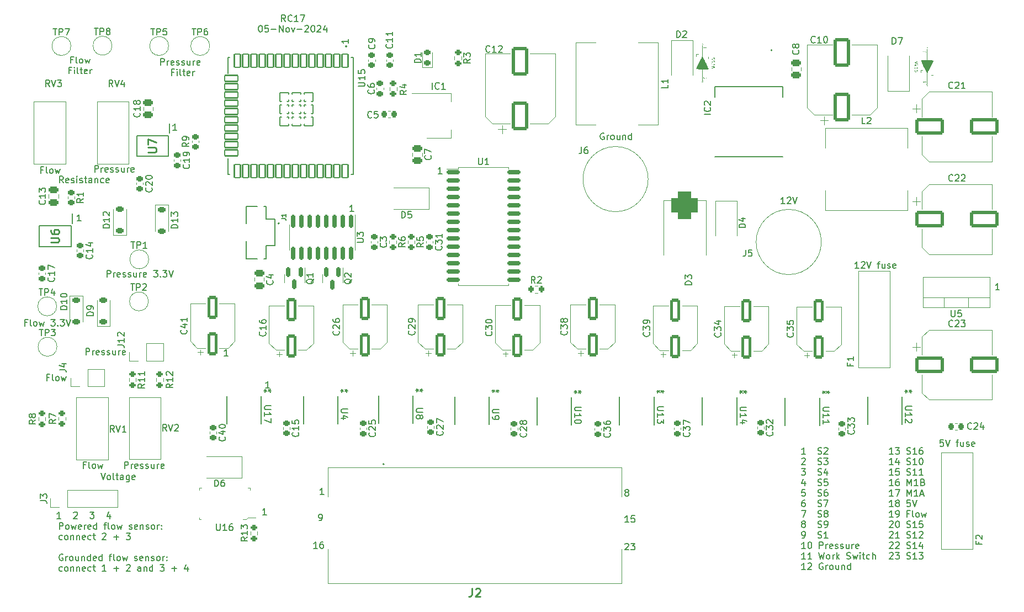
<source format=gbr>
%TF.GenerationSoftware,KiCad,Pcbnew,7.0.9*%
%TF.CreationDate,2024-11-07T18:52:40-06:00*%
%TF.ProjectId,RC17,52433137-2e6b-4696-9361-645f70636258,rev?*%
%TF.SameCoordinates,Original*%
%TF.FileFunction,Legend,Top*%
%TF.FilePolarity,Positive*%
%FSLAX46Y46*%
G04 Gerber Fmt 4.6, Leading zero omitted, Abs format (unit mm)*
G04 Created by KiCad (PCBNEW 7.0.9) date 2024-11-07 18:52:40*
%MOMM*%
%LPD*%
G01*
G04 APERTURE LIST*
G04 Aperture macros list*
%AMRoundRect*
0 Rectangle with rounded corners*
0 $1 Rounding radius*
0 $2 $3 $4 $5 $6 $7 $8 $9 X,Y pos of 4 corners*
0 Add a 4 corners polygon primitive as box body*
4,1,4,$2,$3,$4,$5,$6,$7,$8,$9,$2,$3,0*
0 Add four circle primitives for the rounded corners*
1,1,$1+$1,$2,$3*
1,1,$1+$1,$4,$5*
1,1,$1+$1,$6,$7*
1,1,$1+$1,$8,$9*
0 Add four rect primitives between the rounded corners*
20,1,$1+$1,$2,$3,$4,$5,0*
20,1,$1+$1,$4,$5,$6,$7,0*
20,1,$1+$1,$6,$7,$8,$9,0*
20,1,$1+$1,$8,$9,$2,$3,0*%
G04 Aperture macros list end*
%ADD10C,0.150000*%
%ADD11C,0.300000*%
%ADD12C,0.254000*%
%ADD13C,0.120000*%
%ADD14C,0.152400*%
%ADD15C,0.200000*%
%ADD16C,0.100000*%
%ADD17C,0.127000*%
%ADD18C,2.625000*%
%ADD19C,4.395000*%
%ADD20RoundRect,0.225000X0.375000X-0.225000X0.375000X0.225000X-0.375000X0.225000X-0.375000X-0.225000X0*%
%ADD21RoundRect,0.225000X-0.375000X0.225000X-0.375000X-0.225000X0.375000X-0.225000X0.375000X0.225000X0*%
%ADD22RoundRect,0.200000X-0.200000X-0.275000X0.200000X-0.275000X0.200000X0.275000X-0.200000X0.275000X0*%
%ADD23C,2.000000*%
%ADD24R,1.905000X2.000000*%
%ADD25O,1.905000X2.000000*%
%ADD26RoundRect,0.225000X0.225000X0.250000X-0.225000X0.250000X-0.225000X-0.250000X0.225000X-0.250000X0*%
%ADD27RoundRect,0.250000X-1.950000X-1.000000X1.950000X-1.000000X1.950000X1.000000X-1.950000X1.000000X0*%
%ADD28RoundRect,0.250000X0.550000X-1.500000X0.550000X1.500000X-0.550000X1.500000X-0.550000X-1.500000X0*%
%ADD29RoundRect,0.150000X-0.150000X0.825000X-0.150000X-0.825000X0.150000X-0.825000X0.150000X0.825000X0*%
%ADD30C,3.200000*%
%ADD31RoundRect,0.250000X-0.475000X0.250000X-0.475000X-0.250000X0.475000X-0.250000X0.475000X0.250000X0*%
%ADD32R,0.558800X1.460500*%
%ADD33R,3.403600X2.717800*%
%ADD34RoundRect,0.200000X-0.275000X0.200000X-0.275000X-0.200000X0.275000X-0.200000X0.275000X0.200000X0*%
%ADD35R,2.000000X1.500000*%
%ADD36R,2.000000X3.800000*%
%ADD37R,1.800000X1.800000*%
%ADD38R,5.400000X2.900000*%
%ADD39RoundRect,0.200000X0.275000X-0.200000X0.275000X0.200000X-0.275000X0.200000X-0.275000X-0.200000X0*%
%ADD40RoundRect,0.225000X-0.250000X0.225000X-0.250000X-0.225000X0.250000X-0.225000X0.250000X0.225000X0*%
%ADD41R,0.650000X1.500000*%
%ADD42R,1.300000X1.500000*%
%ADD43C,2.500000*%
%ADD44R,1.500000X0.450000*%
%ADD45O,1.100000X2.000000*%
%ADD46O,1.100000X2.200000*%
%ADD47C,9.000000*%
%ADD48RoundRect,0.225000X0.250000X-0.225000X0.250000X0.225000X-0.250000X0.225000X-0.250000X-0.225000X0*%
%ADD49R,1.050000X3.210000*%
%ADD50R,10.530000X8.460000*%
%ADD51RoundRect,0.218750X0.256250X-0.218750X0.256250X0.218750X-0.256250X0.218750X-0.256250X-0.218750X0*%
%ADD52R,3.000000X2.000000*%
%ADD53O,3.000000X2.000000*%
%ADD54RoundRect,0.102000X-0.450000X1.000000X-0.450000X-1.000000X0.450000X-1.000000X0.450000X1.000000X0*%
%ADD55RoundRect,0.102000X-1.000000X0.450000X-1.000000X-0.450000X1.000000X-0.450000X1.000000X0.450000X0*%
%ADD56RoundRect,0.102000X-0.665000X0.665000X-0.665000X-0.665000X0.665000X-0.665000X0.665000X0.665000X0*%
%ADD57C,0.966000*%
%ADD58RoundRect,0.150000X-0.150000X0.587500X-0.150000X-0.587500X0.150000X-0.587500X0.150000X0.587500X0*%
%ADD59RoundRect,0.250000X1.000000X-1.950000X1.000000X1.950000X-1.000000X1.950000X-1.000000X-1.950000X0*%
%ADD60R,1.700000X1.700000*%
%ADD61O,1.700000X1.700000*%
%ADD62RoundRect,1.025000X-1.025000X-1.125000X1.025000X-1.125000X1.025000X1.125000X-1.025000X1.125000X0*%
%ADD63R,4.100000X4.300000*%
%ADD64RoundRect,0.250000X0.475000X-0.250000X0.475000X0.250000X-0.475000X0.250000X-0.475000X-0.250000X0*%
%ADD65R,2.900000X5.400000*%
%ADD66RoundRect,0.150000X-0.875000X-0.150000X0.875000X-0.150000X0.875000X0.150000X-0.875000X0.150000X0*%
G04 APERTURE END LIST*
D10*
X172460588Y-63194819D02*
X171889160Y-63194819D01*
X172174874Y-63194819D02*
X172174874Y-62194819D01*
X172174874Y-62194819D02*
X172079636Y-62337676D01*
X172079636Y-62337676D02*
X171984398Y-62432914D01*
X171984398Y-62432914D02*
X171889160Y-62480533D01*
X26695112Y-76646009D02*
X26361779Y-76646009D01*
X26361779Y-77169819D02*
X26361779Y-76169819D01*
X26361779Y-76169819D02*
X26837969Y-76169819D01*
X27361779Y-77169819D02*
X27266541Y-77122200D01*
X27266541Y-77122200D02*
X27218922Y-77026961D01*
X27218922Y-77026961D02*
X27218922Y-76169819D01*
X27885589Y-77169819D02*
X27790351Y-77122200D01*
X27790351Y-77122200D02*
X27742732Y-77074580D01*
X27742732Y-77074580D02*
X27695113Y-76979342D01*
X27695113Y-76979342D02*
X27695113Y-76693628D01*
X27695113Y-76693628D02*
X27742732Y-76598390D01*
X27742732Y-76598390D02*
X27790351Y-76550771D01*
X27790351Y-76550771D02*
X27885589Y-76503152D01*
X27885589Y-76503152D02*
X28028446Y-76503152D01*
X28028446Y-76503152D02*
X28123684Y-76550771D01*
X28123684Y-76550771D02*
X28171303Y-76598390D01*
X28171303Y-76598390D02*
X28218922Y-76693628D01*
X28218922Y-76693628D02*
X28218922Y-76979342D01*
X28218922Y-76979342D02*
X28171303Y-77074580D01*
X28171303Y-77074580D02*
X28123684Y-77122200D01*
X28123684Y-77122200D02*
X28028446Y-77169819D01*
X28028446Y-77169819D02*
X27885589Y-77169819D01*
X28552256Y-76503152D02*
X28742732Y-77169819D01*
X28742732Y-77169819D02*
X28933208Y-76693628D01*
X28933208Y-76693628D02*
X29123684Y-77169819D01*
X29123684Y-77169819D02*
X29314160Y-76503152D01*
X25765312Y-44812009D02*
X25431979Y-44812009D01*
X25431979Y-45335819D02*
X25431979Y-44335819D01*
X25431979Y-44335819D02*
X25908169Y-44335819D01*
X26431979Y-45335819D02*
X26336741Y-45288200D01*
X26336741Y-45288200D02*
X26289122Y-45192961D01*
X26289122Y-45192961D02*
X26289122Y-44335819D01*
X26955789Y-45335819D02*
X26860551Y-45288200D01*
X26860551Y-45288200D02*
X26812932Y-45240580D01*
X26812932Y-45240580D02*
X26765313Y-45145342D01*
X26765313Y-45145342D02*
X26765313Y-44859628D01*
X26765313Y-44859628D02*
X26812932Y-44764390D01*
X26812932Y-44764390D02*
X26860551Y-44716771D01*
X26860551Y-44716771D02*
X26955789Y-44669152D01*
X26955789Y-44669152D02*
X27098646Y-44669152D01*
X27098646Y-44669152D02*
X27193884Y-44716771D01*
X27193884Y-44716771D02*
X27241503Y-44764390D01*
X27241503Y-44764390D02*
X27289122Y-44859628D01*
X27289122Y-44859628D02*
X27289122Y-45145342D01*
X27289122Y-45145342D02*
X27241503Y-45240580D01*
X27241503Y-45240580D02*
X27193884Y-45288200D01*
X27193884Y-45288200D02*
X27098646Y-45335819D01*
X27098646Y-45335819D02*
X26955789Y-45335819D01*
X27622456Y-44669152D02*
X27812932Y-45335819D01*
X27812932Y-45335819D02*
X28003408Y-44859628D01*
X28003408Y-44859628D02*
X28193884Y-45335819D01*
X28193884Y-45335819D02*
X28384360Y-44669152D01*
X30472493Y-97390057D02*
X30520112Y-97342438D01*
X30520112Y-97342438D02*
X30615350Y-97294819D01*
X30615350Y-97294819D02*
X30853445Y-97294819D01*
X30853445Y-97294819D02*
X30948683Y-97342438D01*
X30948683Y-97342438D02*
X30996302Y-97390057D01*
X30996302Y-97390057D02*
X31043921Y-97485295D01*
X31043921Y-97485295D02*
X31043921Y-97580533D01*
X31043921Y-97580533D02*
X30996302Y-97723390D01*
X30996302Y-97723390D02*
X30424874Y-98294819D01*
X30424874Y-98294819D02*
X31043921Y-98294819D01*
X32983207Y-97294819D02*
X33602254Y-97294819D01*
X33602254Y-97294819D02*
X33268921Y-97675771D01*
X33268921Y-97675771D02*
X33411778Y-97675771D01*
X33411778Y-97675771D02*
X33507016Y-97723390D01*
X33507016Y-97723390D02*
X33554635Y-97771009D01*
X33554635Y-97771009D02*
X33602254Y-97866247D01*
X33602254Y-97866247D02*
X33602254Y-98104342D01*
X33602254Y-98104342D02*
X33554635Y-98199580D01*
X33554635Y-98199580D02*
X33507016Y-98247200D01*
X33507016Y-98247200D02*
X33411778Y-98294819D01*
X33411778Y-98294819D02*
X33126064Y-98294819D01*
X33126064Y-98294819D02*
X33030826Y-98247200D01*
X33030826Y-98247200D02*
X32983207Y-98199580D01*
X68134398Y-98619819D02*
X68324874Y-98619819D01*
X68324874Y-98619819D02*
X68420112Y-98572200D01*
X68420112Y-98572200D02*
X68467731Y-98524580D01*
X68467731Y-98524580D02*
X68562969Y-98381723D01*
X68562969Y-98381723D02*
X68610588Y-98191247D01*
X68610588Y-98191247D02*
X68610588Y-97810295D01*
X68610588Y-97810295D02*
X68562969Y-97715057D01*
X68562969Y-97715057D02*
X68515350Y-97667438D01*
X68515350Y-97667438D02*
X68420112Y-97619819D01*
X68420112Y-97619819D02*
X68229636Y-97619819D01*
X68229636Y-97619819D02*
X68134398Y-97667438D01*
X68134398Y-97667438D02*
X68086779Y-97715057D01*
X68086779Y-97715057D02*
X68039160Y-97810295D01*
X68039160Y-97810295D02*
X68039160Y-98048390D01*
X68039160Y-98048390D02*
X68086779Y-98143628D01*
X68086779Y-98143628D02*
X68134398Y-98191247D01*
X68134398Y-98191247D02*
X68229636Y-98238866D01*
X68229636Y-98238866D02*
X68420112Y-98238866D01*
X68420112Y-98238866D02*
X68515350Y-98191247D01*
X68515350Y-98191247D02*
X68562969Y-98143628D01*
X68562969Y-98143628D02*
X68610588Y-98048390D01*
X68860588Y-94619819D02*
X68289160Y-94619819D01*
X68574874Y-94619819D02*
X68574874Y-93619819D01*
X68574874Y-93619819D02*
X68479636Y-93762676D01*
X68479636Y-93762676D02*
X68384398Y-93857914D01*
X68384398Y-93857914D02*
X68289160Y-93905533D01*
X150885588Y-59894819D02*
X150314160Y-59894819D01*
X150599874Y-59894819D02*
X150599874Y-58894819D01*
X150599874Y-58894819D02*
X150504636Y-59037676D01*
X150504636Y-59037676D02*
X150409398Y-59132914D01*
X150409398Y-59132914D02*
X150314160Y-59180533D01*
X151266541Y-58990057D02*
X151314160Y-58942438D01*
X151314160Y-58942438D02*
X151409398Y-58894819D01*
X151409398Y-58894819D02*
X151647493Y-58894819D01*
X151647493Y-58894819D02*
X151742731Y-58942438D01*
X151742731Y-58942438D02*
X151790350Y-58990057D01*
X151790350Y-58990057D02*
X151837969Y-59085295D01*
X151837969Y-59085295D02*
X151837969Y-59180533D01*
X151837969Y-59180533D02*
X151790350Y-59323390D01*
X151790350Y-59323390D02*
X151218922Y-59894819D01*
X151218922Y-59894819D02*
X151837969Y-59894819D01*
X152123684Y-58894819D02*
X152457017Y-59894819D01*
X152457017Y-59894819D02*
X152790350Y-58894819D01*
X153742732Y-59228152D02*
X154123684Y-59228152D01*
X153885589Y-59894819D02*
X153885589Y-59037676D01*
X153885589Y-59037676D02*
X153933208Y-58942438D01*
X153933208Y-58942438D02*
X154028446Y-58894819D01*
X154028446Y-58894819D02*
X154123684Y-58894819D01*
X154885589Y-59228152D02*
X154885589Y-59894819D01*
X154457018Y-59228152D02*
X154457018Y-59751961D01*
X154457018Y-59751961D02*
X154504637Y-59847200D01*
X154504637Y-59847200D02*
X154599875Y-59894819D01*
X154599875Y-59894819D02*
X154742732Y-59894819D01*
X154742732Y-59894819D02*
X154837970Y-59847200D01*
X154837970Y-59847200D02*
X154885589Y-59799580D01*
X155314161Y-59847200D02*
X155409399Y-59894819D01*
X155409399Y-59894819D02*
X155599875Y-59894819D01*
X155599875Y-59894819D02*
X155695113Y-59847200D01*
X155695113Y-59847200D02*
X155742732Y-59751961D01*
X155742732Y-59751961D02*
X155742732Y-59704342D01*
X155742732Y-59704342D02*
X155695113Y-59609104D01*
X155695113Y-59609104D02*
X155599875Y-59561485D01*
X155599875Y-59561485D02*
X155457018Y-59561485D01*
X155457018Y-59561485D02*
X155361780Y-59513866D01*
X155361780Y-59513866D02*
X155314161Y-59418628D01*
X155314161Y-59418628D02*
X155314161Y-59371009D01*
X155314161Y-59371009D02*
X155361780Y-59275771D01*
X155361780Y-59275771D02*
X155457018Y-59228152D01*
X155457018Y-59228152D02*
X155599875Y-59228152D01*
X155599875Y-59228152D02*
X155695113Y-59275771D01*
X156552256Y-59847200D02*
X156457018Y-59894819D01*
X156457018Y-59894819D02*
X156266542Y-59894819D01*
X156266542Y-59894819D02*
X156171304Y-59847200D01*
X156171304Y-59847200D02*
X156123685Y-59751961D01*
X156123685Y-59751961D02*
X156123685Y-59371009D01*
X156123685Y-59371009D02*
X156171304Y-59275771D01*
X156171304Y-59275771D02*
X156266542Y-59228152D01*
X156266542Y-59228152D02*
X156457018Y-59228152D01*
X156457018Y-59228152D02*
X156552256Y-59275771D01*
X156552256Y-59275771D02*
X156599875Y-59371009D01*
X156599875Y-59371009D02*
X156599875Y-59466247D01*
X156599875Y-59466247D02*
X156123685Y-59561485D01*
X67860588Y-102869819D02*
X67289160Y-102869819D01*
X67574874Y-102869819D02*
X67574874Y-101869819D01*
X67574874Y-101869819D02*
X67479636Y-102012676D01*
X67479636Y-102012676D02*
X67384398Y-102107914D01*
X67384398Y-102107914D02*
X67289160Y-102155533D01*
X68717731Y-101869819D02*
X68527255Y-101869819D01*
X68527255Y-101869819D02*
X68432017Y-101917438D01*
X68432017Y-101917438D02*
X68384398Y-101965057D01*
X68384398Y-101965057D02*
X68289160Y-102107914D01*
X68289160Y-102107914D02*
X68241541Y-102298390D01*
X68241541Y-102298390D02*
X68241541Y-102679342D01*
X68241541Y-102679342D02*
X68289160Y-102774580D01*
X68289160Y-102774580D02*
X68336779Y-102822200D01*
X68336779Y-102822200D02*
X68432017Y-102869819D01*
X68432017Y-102869819D02*
X68622493Y-102869819D01*
X68622493Y-102869819D02*
X68717731Y-102822200D01*
X68717731Y-102822200D02*
X68765350Y-102774580D01*
X68765350Y-102774580D02*
X68812969Y-102679342D01*
X68812969Y-102679342D02*
X68812969Y-102441247D01*
X68812969Y-102441247D02*
X68765350Y-102346009D01*
X68765350Y-102346009D02*
X68717731Y-102298390D01*
X68717731Y-102298390D02*
X68622493Y-102250771D01*
X68622493Y-102250771D02*
X68432017Y-102250771D01*
X68432017Y-102250771D02*
X68336779Y-102298390D01*
X68336779Y-102298390D02*
X68289160Y-102346009D01*
X68289160Y-102346009D02*
X68241541Y-102441247D01*
X32320112Y-90071009D02*
X31986779Y-90071009D01*
X31986779Y-90594819D02*
X31986779Y-89594819D01*
X31986779Y-89594819D02*
X32462969Y-89594819D01*
X32986779Y-90594819D02*
X32891541Y-90547200D01*
X32891541Y-90547200D02*
X32843922Y-90451961D01*
X32843922Y-90451961D02*
X32843922Y-89594819D01*
X33510589Y-90594819D02*
X33415351Y-90547200D01*
X33415351Y-90547200D02*
X33367732Y-90499580D01*
X33367732Y-90499580D02*
X33320113Y-90404342D01*
X33320113Y-90404342D02*
X33320113Y-90118628D01*
X33320113Y-90118628D02*
X33367732Y-90023390D01*
X33367732Y-90023390D02*
X33415351Y-89975771D01*
X33415351Y-89975771D02*
X33510589Y-89928152D01*
X33510589Y-89928152D02*
X33653446Y-89928152D01*
X33653446Y-89928152D02*
X33748684Y-89975771D01*
X33748684Y-89975771D02*
X33796303Y-90023390D01*
X33796303Y-90023390D02*
X33843922Y-90118628D01*
X33843922Y-90118628D02*
X33843922Y-90404342D01*
X33843922Y-90404342D02*
X33796303Y-90499580D01*
X33796303Y-90499580D02*
X33748684Y-90547200D01*
X33748684Y-90547200D02*
X33653446Y-90594819D01*
X33653446Y-90594819D02*
X33510589Y-90594819D01*
X34177256Y-89928152D02*
X34367732Y-90594819D01*
X34367732Y-90594819D02*
X34558208Y-90118628D01*
X34558208Y-90118628D02*
X34748684Y-90594819D01*
X34748684Y-90594819D02*
X34939160Y-89928152D01*
X28485588Y-98294819D02*
X27914160Y-98294819D01*
X28199874Y-98294819D02*
X28199874Y-97294819D01*
X28199874Y-97294819D02*
X28104636Y-97437676D01*
X28104636Y-97437676D02*
X28009398Y-97532914D01*
X28009398Y-97532914D02*
X27914160Y-97580533D01*
X72569819Y-24789411D02*
X72569819Y-25360839D01*
X72569819Y-25075125D02*
X71569819Y-25075125D01*
X71569819Y-25075125D02*
X71712676Y-25170363D01*
X71712676Y-25170363D02*
X71807914Y-25265601D01*
X71807914Y-25265601D02*
X71855533Y-25360839D01*
X43812247Y-28739819D02*
X43812247Y-27739819D01*
X43812247Y-27739819D02*
X44193199Y-27739819D01*
X44193199Y-27739819D02*
X44288437Y-27787438D01*
X44288437Y-27787438D02*
X44336056Y-27835057D01*
X44336056Y-27835057D02*
X44383675Y-27930295D01*
X44383675Y-27930295D02*
X44383675Y-28073152D01*
X44383675Y-28073152D02*
X44336056Y-28168390D01*
X44336056Y-28168390D02*
X44288437Y-28216009D01*
X44288437Y-28216009D02*
X44193199Y-28263628D01*
X44193199Y-28263628D02*
X43812247Y-28263628D01*
X44812247Y-28739819D02*
X44812247Y-28073152D01*
X44812247Y-28263628D02*
X44859866Y-28168390D01*
X44859866Y-28168390D02*
X44907485Y-28120771D01*
X44907485Y-28120771D02*
X45002723Y-28073152D01*
X45002723Y-28073152D02*
X45097961Y-28073152D01*
X45812247Y-28692200D02*
X45717009Y-28739819D01*
X45717009Y-28739819D02*
X45526533Y-28739819D01*
X45526533Y-28739819D02*
X45431295Y-28692200D01*
X45431295Y-28692200D02*
X45383676Y-28596961D01*
X45383676Y-28596961D02*
X45383676Y-28216009D01*
X45383676Y-28216009D02*
X45431295Y-28120771D01*
X45431295Y-28120771D02*
X45526533Y-28073152D01*
X45526533Y-28073152D02*
X45717009Y-28073152D01*
X45717009Y-28073152D02*
X45812247Y-28120771D01*
X45812247Y-28120771D02*
X45859866Y-28216009D01*
X45859866Y-28216009D02*
X45859866Y-28311247D01*
X45859866Y-28311247D02*
X45383676Y-28406485D01*
X46240819Y-28692200D02*
X46336057Y-28739819D01*
X46336057Y-28739819D02*
X46526533Y-28739819D01*
X46526533Y-28739819D02*
X46621771Y-28692200D01*
X46621771Y-28692200D02*
X46669390Y-28596961D01*
X46669390Y-28596961D02*
X46669390Y-28549342D01*
X46669390Y-28549342D02*
X46621771Y-28454104D01*
X46621771Y-28454104D02*
X46526533Y-28406485D01*
X46526533Y-28406485D02*
X46383676Y-28406485D01*
X46383676Y-28406485D02*
X46288438Y-28358866D01*
X46288438Y-28358866D02*
X46240819Y-28263628D01*
X46240819Y-28263628D02*
X46240819Y-28216009D01*
X46240819Y-28216009D02*
X46288438Y-28120771D01*
X46288438Y-28120771D02*
X46383676Y-28073152D01*
X46383676Y-28073152D02*
X46526533Y-28073152D01*
X46526533Y-28073152D02*
X46621771Y-28120771D01*
X47050343Y-28692200D02*
X47145581Y-28739819D01*
X47145581Y-28739819D02*
X47336057Y-28739819D01*
X47336057Y-28739819D02*
X47431295Y-28692200D01*
X47431295Y-28692200D02*
X47478914Y-28596961D01*
X47478914Y-28596961D02*
X47478914Y-28549342D01*
X47478914Y-28549342D02*
X47431295Y-28454104D01*
X47431295Y-28454104D02*
X47336057Y-28406485D01*
X47336057Y-28406485D02*
X47193200Y-28406485D01*
X47193200Y-28406485D02*
X47097962Y-28358866D01*
X47097962Y-28358866D02*
X47050343Y-28263628D01*
X47050343Y-28263628D02*
X47050343Y-28216009D01*
X47050343Y-28216009D02*
X47097962Y-28120771D01*
X47097962Y-28120771D02*
X47193200Y-28073152D01*
X47193200Y-28073152D02*
X47336057Y-28073152D01*
X47336057Y-28073152D02*
X47431295Y-28120771D01*
X48336057Y-28073152D02*
X48336057Y-28739819D01*
X47907486Y-28073152D02*
X47907486Y-28596961D01*
X47907486Y-28596961D02*
X47955105Y-28692200D01*
X47955105Y-28692200D02*
X48050343Y-28739819D01*
X48050343Y-28739819D02*
X48193200Y-28739819D01*
X48193200Y-28739819D02*
X48288438Y-28692200D01*
X48288438Y-28692200D02*
X48336057Y-28644580D01*
X48812248Y-28739819D02*
X48812248Y-28073152D01*
X48812248Y-28263628D02*
X48859867Y-28168390D01*
X48859867Y-28168390D02*
X48907486Y-28120771D01*
X48907486Y-28120771D02*
X49002724Y-28073152D01*
X49002724Y-28073152D02*
X49097962Y-28073152D01*
X49812248Y-28692200D02*
X49717010Y-28739819D01*
X49717010Y-28739819D02*
X49526534Y-28739819D01*
X49526534Y-28739819D02*
X49431296Y-28692200D01*
X49431296Y-28692200D02*
X49383677Y-28596961D01*
X49383677Y-28596961D02*
X49383677Y-28216009D01*
X49383677Y-28216009D02*
X49431296Y-28120771D01*
X49431296Y-28120771D02*
X49526534Y-28073152D01*
X49526534Y-28073152D02*
X49717010Y-28073152D01*
X49717010Y-28073152D02*
X49812248Y-28120771D01*
X49812248Y-28120771D02*
X49859867Y-28216009D01*
X49859867Y-28216009D02*
X49859867Y-28311247D01*
X49859867Y-28311247D02*
X49383677Y-28406485D01*
X45812247Y-29826009D02*
X45478914Y-29826009D01*
X45478914Y-30349819D02*
X45478914Y-29349819D01*
X45478914Y-29349819D02*
X45955104Y-29349819D01*
X46336057Y-30349819D02*
X46336057Y-29683152D01*
X46336057Y-29349819D02*
X46288438Y-29397438D01*
X46288438Y-29397438D02*
X46336057Y-29445057D01*
X46336057Y-29445057D02*
X46383676Y-29397438D01*
X46383676Y-29397438D02*
X46336057Y-29349819D01*
X46336057Y-29349819D02*
X46336057Y-29445057D01*
X46955104Y-30349819D02*
X46859866Y-30302200D01*
X46859866Y-30302200D02*
X46812247Y-30206961D01*
X46812247Y-30206961D02*
X46812247Y-29349819D01*
X47193200Y-29683152D02*
X47574152Y-29683152D01*
X47336057Y-29349819D02*
X47336057Y-30206961D01*
X47336057Y-30206961D02*
X47383676Y-30302200D01*
X47383676Y-30302200D02*
X47478914Y-30349819D01*
X47478914Y-30349819D02*
X47574152Y-30349819D01*
X48288438Y-30302200D02*
X48193200Y-30349819D01*
X48193200Y-30349819D02*
X48002724Y-30349819D01*
X48002724Y-30349819D02*
X47907486Y-30302200D01*
X47907486Y-30302200D02*
X47859867Y-30206961D01*
X47859867Y-30206961D02*
X47859867Y-29826009D01*
X47859867Y-29826009D02*
X47907486Y-29730771D01*
X47907486Y-29730771D02*
X48002724Y-29683152D01*
X48002724Y-29683152D02*
X48193200Y-29683152D01*
X48193200Y-29683152D02*
X48288438Y-29730771D01*
X48288438Y-29730771D02*
X48336057Y-29826009D01*
X48336057Y-29826009D02*
X48336057Y-29921247D01*
X48336057Y-29921247D02*
X47859867Y-30016485D01*
X48764629Y-30349819D02*
X48764629Y-29683152D01*
X48764629Y-29873628D02*
X48812248Y-29778390D01*
X48812248Y-29778390D02*
X48859867Y-29730771D01*
X48859867Y-29730771D02*
X48955105Y-29683152D01*
X48955105Y-29683152D02*
X49050343Y-29683152D01*
X163862969Y-86219819D02*
X163386779Y-86219819D01*
X163386779Y-86219819D02*
X163339160Y-86696009D01*
X163339160Y-86696009D02*
X163386779Y-86648390D01*
X163386779Y-86648390D02*
X163482017Y-86600771D01*
X163482017Y-86600771D02*
X163720112Y-86600771D01*
X163720112Y-86600771D02*
X163815350Y-86648390D01*
X163815350Y-86648390D02*
X163862969Y-86696009D01*
X163862969Y-86696009D02*
X163910588Y-86791247D01*
X163910588Y-86791247D02*
X163910588Y-87029342D01*
X163910588Y-87029342D02*
X163862969Y-87124580D01*
X163862969Y-87124580D02*
X163815350Y-87172200D01*
X163815350Y-87172200D02*
X163720112Y-87219819D01*
X163720112Y-87219819D02*
X163482017Y-87219819D01*
X163482017Y-87219819D02*
X163386779Y-87172200D01*
X163386779Y-87172200D02*
X163339160Y-87124580D01*
X164196303Y-86219819D02*
X164529636Y-87219819D01*
X164529636Y-87219819D02*
X164862969Y-86219819D01*
X165815351Y-86553152D02*
X166196303Y-86553152D01*
X165958208Y-87219819D02*
X165958208Y-86362676D01*
X165958208Y-86362676D02*
X166005827Y-86267438D01*
X166005827Y-86267438D02*
X166101065Y-86219819D01*
X166101065Y-86219819D02*
X166196303Y-86219819D01*
X166958208Y-86553152D02*
X166958208Y-87219819D01*
X166529637Y-86553152D02*
X166529637Y-87076961D01*
X166529637Y-87076961D02*
X166577256Y-87172200D01*
X166577256Y-87172200D02*
X166672494Y-87219819D01*
X166672494Y-87219819D02*
X166815351Y-87219819D01*
X166815351Y-87219819D02*
X166910589Y-87172200D01*
X166910589Y-87172200D02*
X166958208Y-87124580D01*
X167386780Y-87172200D02*
X167482018Y-87219819D01*
X167482018Y-87219819D02*
X167672494Y-87219819D01*
X167672494Y-87219819D02*
X167767732Y-87172200D01*
X167767732Y-87172200D02*
X167815351Y-87076961D01*
X167815351Y-87076961D02*
X167815351Y-87029342D01*
X167815351Y-87029342D02*
X167767732Y-86934104D01*
X167767732Y-86934104D02*
X167672494Y-86886485D01*
X167672494Y-86886485D02*
X167529637Y-86886485D01*
X167529637Y-86886485D02*
X167434399Y-86838866D01*
X167434399Y-86838866D02*
X167386780Y-86743628D01*
X167386780Y-86743628D02*
X167386780Y-86696009D01*
X167386780Y-86696009D02*
X167434399Y-86600771D01*
X167434399Y-86600771D02*
X167529637Y-86553152D01*
X167529637Y-86553152D02*
X167672494Y-86553152D01*
X167672494Y-86553152D02*
X167767732Y-86600771D01*
X168624875Y-87172200D02*
X168529637Y-87219819D01*
X168529637Y-87219819D02*
X168339161Y-87219819D01*
X168339161Y-87219819D02*
X168243923Y-87172200D01*
X168243923Y-87172200D02*
X168196304Y-87076961D01*
X168196304Y-87076961D02*
X168196304Y-86696009D01*
X168196304Y-86696009D02*
X168243923Y-86600771D01*
X168243923Y-86600771D02*
X168339161Y-86553152D01*
X168339161Y-86553152D02*
X168529637Y-86553152D01*
X168529637Y-86553152D02*
X168624875Y-86600771D01*
X168624875Y-86600771D02*
X168672494Y-86696009D01*
X168672494Y-86696009D02*
X168672494Y-86791247D01*
X168672494Y-86791247D02*
X168196304Y-86886485D01*
X33712379Y-45132619D02*
X33712379Y-44132619D01*
X33712379Y-44132619D02*
X34093331Y-44132619D01*
X34093331Y-44132619D02*
X34188569Y-44180238D01*
X34188569Y-44180238D02*
X34236188Y-44227857D01*
X34236188Y-44227857D02*
X34283807Y-44323095D01*
X34283807Y-44323095D02*
X34283807Y-44465952D01*
X34283807Y-44465952D02*
X34236188Y-44561190D01*
X34236188Y-44561190D02*
X34188569Y-44608809D01*
X34188569Y-44608809D02*
X34093331Y-44656428D01*
X34093331Y-44656428D02*
X33712379Y-44656428D01*
X34712379Y-45132619D02*
X34712379Y-44465952D01*
X34712379Y-44656428D02*
X34759998Y-44561190D01*
X34759998Y-44561190D02*
X34807617Y-44513571D01*
X34807617Y-44513571D02*
X34902855Y-44465952D01*
X34902855Y-44465952D02*
X34998093Y-44465952D01*
X35712379Y-45085000D02*
X35617141Y-45132619D01*
X35617141Y-45132619D02*
X35426665Y-45132619D01*
X35426665Y-45132619D02*
X35331427Y-45085000D01*
X35331427Y-45085000D02*
X35283808Y-44989761D01*
X35283808Y-44989761D02*
X35283808Y-44608809D01*
X35283808Y-44608809D02*
X35331427Y-44513571D01*
X35331427Y-44513571D02*
X35426665Y-44465952D01*
X35426665Y-44465952D02*
X35617141Y-44465952D01*
X35617141Y-44465952D02*
X35712379Y-44513571D01*
X35712379Y-44513571D02*
X35759998Y-44608809D01*
X35759998Y-44608809D02*
X35759998Y-44704047D01*
X35759998Y-44704047D02*
X35283808Y-44799285D01*
X36140951Y-45085000D02*
X36236189Y-45132619D01*
X36236189Y-45132619D02*
X36426665Y-45132619D01*
X36426665Y-45132619D02*
X36521903Y-45085000D01*
X36521903Y-45085000D02*
X36569522Y-44989761D01*
X36569522Y-44989761D02*
X36569522Y-44942142D01*
X36569522Y-44942142D02*
X36521903Y-44846904D01*
X36521903Y-44846904D02*
X36426665Y-44799285D01*
X36426665Y-44799285D02*
X36283808Y-44799285D01*
X36283808Y-44799285D02*
X36188570Y-44751666D01*
X36188570Y-44751666D02*
X36140951Y-44656428D01*
X36140951Y-44656428D02*
X36140951Y-44608809D01*
X36140951Y-44608809D02*
X36188570Y-44513571D01*
X36188570Y-44513571D02*
X36283808Y-44465952D01*
X36283808Y-44465952D02*
X36426665Y-44465952D01*
X36426665Y-44465952D02*
X36521903Y-44513571D01*
X36950475Y-45085000D02*
X37045713Y-45132619D01*
X37045713Y-45132619D02*
X37236189Y-45132619D01*
X37236189Y-45132619D02*
X37331427Y-45085000D01*
X37331427Y-45085000D02*
X37379046Y-44989761D01*
X37379046Y-44989761D02*
X37379046Y-44942142D01*
X37379046Y-44942142D02*
X37331427Y-44846904D01*
X37331427Y-44846904D02*
X37236189Y-44799285D01*
X37236189Y-44799285D02*
X37093332Y-44799285D01*
X37093332Y-44799285D02*
X36998094Y-44751666D01*
X36998094Y-44751666D02*
X36950475Y-44656428D01*
X36950475Y-44656428D02*
X36950475Y-44608809D01*
X36950475Y-44608809D02*
X36998094Y-44513571D01*
X36998094Y-44513571D02*
X37093332Y-44465952D01*
X37093332Y-44465952D02*
X37236189Y-44465952D01*
X37236189Y-44465952D02*
X37331427Y-44513571D01*
X38236189Y-44465952D02*
X38236189Y-45132619D01*
X37807618Y-44465952D02*
X37807618Y-44989761D01*
X37807618Y-44989761D02*
X37855237Y-45085000D01*
X37855237Y-45085000D02*
X37950475Y-45132619D01*
X37950475Y-45132619D02*
X38093332Y-45132619D01*
X38093332Y-45132619D02*
X38188570Y-45085000D01*
X38188570Y-45085000D02*
X38236189Y-45037380D01*
X38712380Y-45132619D02*
X38712380Y-44465952D01*
X38712380Y-44656428D02*
X38759999Y-44561190D01*
X38759999Y-44561190D02*
X38807618Y-44513571D01*
X38807618Y-44513571D02*
X38902856Y-44465952D01*
X38902856Y-44465952D02*
X38998094Y-44465952D01*
X39712380Y-45085000D02*
X39617142Y-45132619D01*
X39617142Y-45132619D02*
X39426666Y-45132619D01*
X39426666Y-45132619D02*
X39331428Y-45085000D01*
X39331428Y-45085000D02*
X39283809Y-44989761D01*
X39283809Y-44989761D02*
X39283809Y-44608809D01*
X39283809Y-44608809D02*
X39331428Y-44513571D01*
X39331428Y-44513571D02*
X39426666Y-44465952D01*
X39426666Y-44465952D02*
X39617142Y-44465952D01*
X39617142Y-44465952D02*
X39712380Y-44513571D01*
X39712380Y-44513571D02*
X39759999Y-44608809D01*
X39759999Y-44608809D02*
X39759999Y-44704047D01*
X39759999Y-44704047D02*
X39283809Y-44799285D01*
X23326912Y-68230809D02*
X22993579Y-68230809D01*
X22993579Y-68754619D02*
X22993579Y-67754619D01*
X22993579Y-67754619D02*
X23469769Y-67754619D01*
X23993579Y-68754619D02*
X23898341Y-68707000D01*
X23898341Y-68707000D02*
X23850722Y-68611761D01*
X23850722Y-68611761D02*
X23850722Y-67754619D01*
X24517389Y-68754619D02*
X24422151Y-68707000D01*
X24422151Y-68707000D02*
X24374532Y-68659380D01*
X24374532Y-68659380D02*
X24326913Y-68564142D01*
X24326913Y-68564142D02*
X24326913Y-68278428D01*
X24326913Y-68278428D02*
X24374532Y-68183190D01*
X24374532Y-68183190D02*
X24422151Y-68135571D01*
X24422151Y-68135571D02*
X24517389Y-68087952D01*
X24517389Y-68087952D02*
X24660246Y-68087952D01*
X24660246Y-68087952D02*
X24755484Y-68135571D01*
X24755484Y-68135571D02*
X24803103Y-68183190D01*
X24803103Y-68183190D02*
X24850722Y-68278428D01*
X24850722Y-68278428D02*
X24850722Y-68564142D01*
X24850722Y-68564142D02*
X24803103Y-68659380D01*
X24803103Y-68659380D02*
X24755484Y-68707000D01*
X24755484Y-68707000D02*
X24660246Y-68754619D01*
X24660246Y-68754619D02*
X24517389Y-68754619D01*
X25184056Y-68087952D02*
X25374532Y-68754619D01*
X25374532Y-68754619D02*
X25565008Y-68278428D01*
X25565008Y-68278428D02*
X25755484Y-68754619D01*
X25755484Y-68754619D02*
X25945960Y-68087952D01*
X26993580Y-67754619D02*
X27612627Y-67754619D01*
X27612627Y-67754619D02*
X27279294Y-68135571D01*
X27279294Y-68135571D02*
X27422151Y-68135571D01*
X27422151Y-68135571D02*
X27517389Y-68183190D01*
X27517389Y-68183190D02*
X27565008Y-68230809D01*
X27565008Y-68230809D02*
X27612627Y-68326047D01*
X27612627Y-68326047D02*
X27612627Y-68564142D01*
X27612627Y-68564142D02*
X27565008Y-68659380D01*
X27565008Y-68659380D02*
X27517389Y-68707000D01*
X27517389Y-68707000D02*
X27422151Y-68754619D01*
X27422151Y-68754619D02*
X27136437Y-68754619D01*
X27136437Y-68754619D02*
X27041199Y-68707000D01*
X27041199Y-68707000D02*
X26993580Y-68659380D01*
X28041199Y-68659380D02*
X28088818Y-68707000D01*
X28088818Y-68707000D02*
X28041199Y-68754619D01*
X28041199Y-68754619D02*
X27993580Y-68707000D01*
X27993580Y-68707000D02*
X28041199Y-68659380D01*
X28041199Y-68659380D02*
X28041199Y-68754619D01*
X28422151Y-67754619D02*
X29041198Y-67754619D01*
X29041198Y-67754619D02*
X28707865Y-68135571D01*
X28707865Y-68135571D02*
X28850722Y-68135571D01*
X28850722Y-68135571D02*
X28945960Y-68183190D01*
X28945960Y-68183190D02*
X28993579Y-68230809D01*
X28993579Y-68230809D02*
X29041198Y-68326047D01*
X29041198Y-68326047D02*
X29041198Y-68564142D01*
X29041198Y-68564142D02*
X28993579Y-68659380D01*
X28993579Y-68659380D02*
X28945960Y-68707000D01*
X28945960Y-68707000D02*
X28850722Y-68754619D01*
X28850722Y-68754619D02*
X28565008Y-68754619D01*
X28565008Y-68754619D02*
X28469770Y-68707000D01*
X28469770Y-68707000D02*
X28422151Y-68659380D01*
X29326913Y-67754619D02*
X29660246Y-68754619D01*
X29660246Y-68754619D02*
X29993579Y-67754619D01*
X28286779Y-99929819D02*
X28286779Y-98929819D01*
X28286779Y-98929819D02*
X28667731Y-98929819D01*
X28667731Y-98929819D02*
X28762969Y-98977438D01*
X28762969Y-98977438D02*
X28810588Y-99025057D01*
X28810588Y-99025057D02*
X28858207Y-99120295D01*
X28858207Y-99120295D02*
X28858207Y-99263152D01*
X28858207Y-99263152D02*
X28810588Y-99358390D01*
X28810588Y-99358390D02*
X28762969Y-99406009D01*
X28762969Y-99406009D02*
X28667731Y-99453628D01*
X28667731Y-99453628D02*
X28286779Y-99453628D01*
X29429636Y-99929819D02*
X29334398Y-99882200D01*
X29334398Y-99882200D02*
X29286779Y-99834580D01*
X29286779Y-99834580D02*
X29239160Y-99739342D01*
X29239160Y-99739342D02*
X29239160Y-99453628D01*
X29239160Y-99453628D02*
X29286779Y-99358390D01*
X29286779Y-99358390D02*
X29334398Y-99310771D01*
X29334398Y-99310771D02*
X29429636Y-99263152D01*
X29429636Y-99263152D02*
X29572493Y-99263152D01*
X29572493Y-99263152D02*
X29667731Y-99310771D01*
X29667731Y-99310771D02*
X29715350Y-99358390D01*
X29715350Y-99358390D02*
X29762969Y-99453628D01*
X29762969Y-99453628D02*
X29762969Y-99739342D01*
X29762969Y-99739342D02*
X29715350Y-99834580D01*
X29715350Y-99834580D02*
X29667731Y-99882200D01*
X29667731Y-99882200D02*
X29572493Y-99929819D01*
X29572493Y-99929819D02*
X29429636Y-99929819D01*
X30096303Y-99263152D02*
X30286779Y-99929819D01*
X30286779Y-99929819D02*
X30477255Y-99453628D01*
X30477255Y-99453628D02*
X30667731Y-99929819D01*
X30667731Y-99929819D02*
X30858207Y-99263152D01*
X31620112Y-99882200D02*
X31524874Y-99929819D01*
X31524874Y-99929819D02*
X31334398Y-99929819D01*
X31334398Y-99929819D02*
X31239160Y-99882200D01*
X31239160Y-99882200D02*
X31191541Y-99786961D01*
X31191541Y-99786961D02*
X31191541Y-99406009D01*
X31191541Y-99406009D02*
X31239160Y-99310771D01*
X31239160Y-99310771D02*
X31334398Y-99263152D01*
X31334398Y-99263152D02*
X31524874Y-99263152D01*
X31524874Y-99263152D02*
X31620112Y-99310771D01*
X31620112Y-99310771D02*
X31667731Y-99406009D01*
X31667731Y-99406009D02*
X31667731Y-99501247D01*
X31667731Y-99501247D02*
X31191541Y-99596485D01*
X32096303Y-99929819D02*
X32096303Y-99263152D01*
X32096303Y-99453628D02*
X32143922Y-99358390D01*
X32143922Y-99358390D02*
X32191541Y-99310771D01*
X32191541Y-99310771D02*
X32286779Y-99263152D01*
X32286779Y-99263152D02*
X32382017Y-99263152D01*
X33096303Y-99882200D02*
X33001065Y-99929819D01*
X33001065Y-99929819D02*
X32810589Y-99929819D01*
X32810589Y-99929819D02*
X32715351Y-99882200D01*
X32715351Y-99882200D02*
X32667732Y-99786961D01*
X32667732Y-99786961D02*
X32667732Y-99406009D01*
X32667732Y-99406009D02*
X32715351Y-99310771D01*
X32715351Y-99310771D02*
X32810589Y-99263152D01*
X32810589Y-99263152D02*
X33001065Y-99263152D01*
X33001065Y-99263152D02*
X33096303Y-99310771D01*
X33096303Y-99310771D02*
X33143922Y-99406009D01*
X33143922Y-99406009D02*
X33143922Y-99501247D01*
X33143922Y-99501247D02*
X32667732Y-99596485D01*
X34001065Y-99929819D02*
X34001065Y-98929819D01*
X34001065Y-99882200D02*
X33905827Y-99929819D01*
X33905827Y-99929819D02*
X33715351Y-99929819D01*
X33715351Y-99929819D02*
X33620113Y-99882200D01*
X33620113Y-99882200D02*
X33572494Y-99834580D01*
X33572494Y-99834580D02*
X33524875Y-99739342D01*
X33524875Y-99739342D02*
X33524875Y-99453628D01*
X33524875Y-99453628D02*
X33572494Y-99358390D01*
X33572494Y-99358390D02*
X33620113Y-99310771D01*
X33620113Y-99310771D02*
X33715351Y-99263152D01*
X33715351Y-99263152D02*
X33905827Y-99263152D01*
X33905827Y-99263152D02*
X34001065Y-99310771D01*
X35096304Y-99263152D02*
X35477256Y-99263152D01*
X35239161Y-99929819D02*
X35239161Y-99072676D01*
X35239161Y-99072676D02*
X35286780Y-98977438D01*
X35286780Y-98977438D02*
X35382018Y-98929819D01*
X35382018Y-98929819D02*
X35477256Y-98929819D01*
X35953447Y-99929819D02*
X35858209Y-99882200D01*
X35858209Y-99882200D02*
X35810590Y-99786961D01*
X35810590Y-99786961D02*
X35810590Y-98929819D01*
X36477257Y-99929819D02*
X36382019Y-99882200D01*
X36382019Y-99882200D02*
X36334400Y-99834580D01*
X36334400Y-99834580D02*
X36286781Y-99739342D01*
X36286781Y-99739342D02*
X36286781Y-99453628D01*
X36286781Y-99453628D02*
X36334400Y-99358390D01*
X36334400Y-99358390D02*
X36382019Y-99310771D01*
X36382019Y-99310771D02*
X36477257Y-99263152D01*
X36477257Y-99263152D02*
X36620114Y-99263152D01*
X36620114Y-99263152D02*
X36715352Y-99310771D01*
X36715352Y-99310771D02*
X36762971Y-99358390D01*
X36762971Y-99358390D02*
X36810590Y-99453628D01*
X36810590Y-99453628D02*
X36810590Y-99739342D01*
X36810590Y-99739342D02*
X36762971Y-99834580D01*
X36762971Y-99834580D02*
X36715352Y-99882200D01*
X36715352Y-99882200D02*
X36620114Y-99929819D01*
X36620114Y-99929819D02*
X36477257Y-99929819D01*
X37143924Y-99263152D02*
X37334400Y-99929819D01*
X37334400Y-99929819D02*
X37524876Y-99453628D01*
X37524876Y-99453628D02*
X37715352Y-99929819D01*
X37715352Y-99929819D02*
X37905828Y-99263152D01*
X39001067Y-99882200D02*
X39096305Y-99929819D01*
X39096305Y-99929819D02*
X39286781Y-99929819D01*
X39286781Y-99929819D02*
X39382019Y-99882200D01*
X39382019Y-99882200D02*
X39429638Y-99786961D01*
X39429638Y-99786961D02*
X39429638Y-99739342D01*
X39429638Y-99739342D02*
X39382019Y-99644104D01*
X39382019Y-99644104D02*
X39286781Y-99596485D01*
X39286781Y-99596485D02*
X39143924Y-99596485D01*
X39143924Y-99596485D02*
X39048686Y-99548866D01*
X39048686Y-99548866D02*
X39001067Y-99453628D01*
X39001067Y-99453628D02*
X39001067Y-99406009D01*
X39001067Y-99406009D02*
X39048686Y-99310771D01*
X39048686Y-99310771D02*
X39143924Y-99263152D01*
X39143924Y-99263152D02*
X39286781Y-99263152D01*
X39286781Y-99263152D02*
X39382019Y-99310771D01*
X40239162Y-99882200D02*
X40143924Y-99929819D01*
X40143924Y-99929819D02*
X39953448Y-99929819D01*
X39953448Y-99929819D02*
X39858210Y-99882200D01*
X39858210Y-99882200D02*
X39810591Y-99786961D01*
X39810591Y-99786961D02*
X39810591Y-99406009D01*
X39810591Y-99406009D02*
X39858210Y-99310771D01*
X39858210Y-99310771D02*
X39953448Y-99263152D01*
X39953448Y-99263152D02*
X40143924Y-99263152D01*
X40143924Y-99263152D02*
X40239162Y-99310771D01*
X40239162Y-99310771D02*
X40286781Y-99406009D01*
X40286781Y-99406009D02*
X40286781Y-99501247D01*
X40286781Y-99501247D02*
X39810591Y-99596485D01*
X40715353Y-99263152D02*
X40715353Y-99929819D01*
X40715353Y-99358390D02*
X40762972Y-99310771D01*
X40762972Y-99310771D02*
X40858210Y-99263152D01*
X40858210Y-99263152D02*
X41001067Y-99263152D01*
X41001067Y-99263152D02*
X41096305Y-99310771D01*
X41096305Y-99310771D02*
X41143924Y-99406009D01*
X41143924Y-99406009D02*
X41143924Y-99929819D01*
X41572496Y-99882200D02*
X41667734Y-99929819D01*
X41667734Y-99929819D02*
X41858210Y-99929819D01*
X41858210Y-99929819D02*
X41953448Y-99882200D01*
X41953448Y-99882200D02*
X42001067Y-99786961D01*
X42001067Y-99786961D02*
X42001067Y-99739342D01*
X42001067Y-99739342D02*
X41953448Y-99644104D01*
X41953448Y-99644104D02*
X41858210Y-99596485D01*
X41858210Y-99596485D02*
X41715353Y-99596485D01*
X41715353Y-99596485D02*
X41620115Y-99548866D01*
X41620115Y-99548866D02*
X41572496Y-99453628D01*
X41572496Y-99453628D02*
X41572496Y-99406009D01*
X41572496Y-99406009D02*
X41620115Y-99310771D01*
X41620115Y-99310771D02*
X41715353Y-99263152D01*
X41715353Y-99263152D02*
X41858210Y-99263152D01*
X41858210Y-99263152D02*
X41953448Y-99310771D01*
X42572496Y-99929819D02*
X42477258Y-99882200D01*
X42477258Y-99882200D02*
X42429639Y-99834580D01*
X42429639Y-99834580D02*
X42382020Y-99739342D01*
X42382020Y-99739342D02*
X42382020Y-99453628D01*
X42382020Y-99453628D02*
X42429639Y-99358390D01*
X42429639Y-99358390D02*
X42477258Y-99310771D01*
X42477258Y-99310771D02*
X42572496Y-99263152D01*
X42572496Y-99263152D02*
X42715353Y-99263152D01*
X42715353Y-99263152D02*
X42810591Y-99310771D01*
X42810591Y-99310771D02*
X42858210Y-99358390D01*
X42858210Y-99358390D02*
X42905829Y-99453628D01*
X42905829Y-99453628D02*
X42905829Y-99739342D01*
X42905829Y-99739342D02*
X42858210Y-99834580D01*
X42858210Y-99834580D02*
X42810591Y-99882200D01*
X42810591Y-99882200D02*
X42715353Y-99929819D01*
X42715353Y-99929819D02*
X42572496Y-99929819D01*
X43334401Y-99929819D02*
X43334401Y-99263152D01*
X43334401Y-99453628D02*
X43382020Y-99358390D01*
X43382020Y-99358390D02*
X43429639Y-99310771D01*
X43429639Y-99310771D02*
X43524877Y-99263152D01*
X43524877Y-99263152D02*
X43620115Y-99263152D01*
X43953449Y-99834580D02*
X44001068Y-99882200D01*
X44001068Y-99882200D02*
X43953449Y-99929819D01*
X43953449Y-99929819D02*
X43905830Y-99882200D01*
X43905830Y-99882200D02*
X43953449Y-99834580D01*
X43953449Y-99834580D02*
X43953449Y-99929819D01*
X43953449Y-99310771D02*
X44001068Y-99358390D01*
X44001068Y-99358390D02*
X43953449Y-99406009D01*
X43953449Y-99406009D02*
X43905830Y-99358390D01*
X43905830Y-99358390D02*
X43953449Y-99310771D01*
X43953449Y-99310771D02*
X43953449Y-99406009D01*
X28715350Y-101492200D02*
X28620112Y-101539819D01*
X28620112Y-101539819D02*
X28429636Y-101539819D01*
X28429636Y-101539819D02*
X28334398Y-101492200D01*
X28334398Y-101492200D02*
X28286779Y-101444580D01*
X28286779Y-101444580D02*
X28239160Y-101349342D01*
X28239160Y-101349342D02*
X28239160Y-101063628D01*
X28239160Y-101063628D02*
X28286779Y-100968390D01*
X28286779Y-100968390D02*
X28334398Y-100920771D01*
X28334398Y-100920771D02*
X28429636Y-100873152D01*
X28429636Y-100873152D02*
X28620112Y-100873152D01*
X28620112Y-100873152D02*
X28715350Y-100920771D01*
X29286779Y-101539819D02*
X29191541Y-101492200D01*
X29191541Y-101492200D02*
X29143922Y-101444580D01*
X29143922Y-101444580D02*
X29096303Y-101349342D01*
X29096303Y-101349342D02*
X29096303Y-101063628D01*
X29096303Y-101063628D02*
X29143922Y-100968390D01*
X29143922Y-100968390D02*
X29191541Y-100920771D01*
X29191541Y-100920771D02*
X29286779Y-100873152D01*
X29286779Y-100873152D02*
X29429636Y-100873152D01*
X29429636Y-100873152D02*
X29524874Y-100920771D01*
X29524874Y-100920771D02*
X29572493Y-100968390D01*
X29572493Y-100968390D02*
X29620112Y-101063628D01*
X29620112Y-101063628D02*
X29620112Y-101349342D01*
X29620112Y-101349342D02*
X29572493Y-101444580D01*
X29572493Y-101444580D02*
X29524874Y-101492200D01*
X29524874Y-101492200D02*
X29429636Y-101539819D01*
X29429636Y-101539819D02*
X29286779Y-101539819D01*
X30048684Y-100873152D02*
X30048684Y-101539819D01*
X30048684Y-100968390D02*
X30096303Y-100920771D01*
X30096303Y-100920771D02*
X30191541Y-100873152D01*
X30191541Y-100873152D02*
X30334398Y-100873152D01*
X30334398Y-100873152D02*
X30429636Y-100920771D01*
X30429636Y-100920771D02*
X30477255Y-101016009D01*
X30477255Y-101016009D02*
X30477255Y-101539819D01*
X30953446Y-100873152D02*
X30953446Y-101539819D01*
X30953446Y-100968390D02*
X31001065Y-100920771D01*
X31001065Y-100920771D02*
X31096303Y-100873152D01*
X31096303Y-100873152D02*
X31239160Y-100873152D01*
X31239160Y-100873152D02*
X31334398Y-100920771D01*
X31334398Y-100920771D02*
X31382017Y-101016009D01*
X31382017Y-101016009D02*
X31382017Y-101539819D01*
X32239160Y-101492200D02*
X32143922Y-101539819D01*
X32143922Y-101539819D02*
X31953446Y-101539819D01*
X31953446Y-101539819D02*
X31858208Y-101492200D01*
X31858208Y-101492200D02*
X31810589Y-101396961D01*
X31810589Y-101396961D02*
X31810589Y-101016009D01*
X31810589Y-101016009D02*
X31858208Y-100920771D01*
X31858208Y-100920771D02*
X31953446Y-100873152D01*
X31953446Y-100873152D02*
X32143922Y-100873152D01*
X32143922Y-100873152D02*
X32239160Y-100920771D01*
X32239160Y-100920771D02*
X32286779Y-101016009D01*
X32286779Y-101016009D02*
X32286779Y-101111247D01*
X32286779Y-101111247D02*
X31810589Y-101206485D01*
X33143922Y-101492200D02*
X33048684Y-101539819D01*
X33048684Y-101539819D02*
X32858208Y-101539819D01*
X32858208Y-101539819D02*
X32762970Y-101492200D01*
X32762970Y-101492200D02*
X32715351Y-101444580D01*
X32715351Y-101444580D02*
X32667732Y-101349342D01*
X32667732Y-101349342D02*
X32667732Y-101063628D01*
X32667732Y-101063628D02*
X32715351Y-100968390D01*
X32715351Y-100968390D02*
X32762970Y-100920771D01*
X32762970Y-100920771D02*
X32858208Y-100873152D01*
X32858208Y-100873152D02*
X33048684Y-100873152D01*
X33048684Y-100873152D02*
X33143922Y-100920771D01*
X33429637Y-100873152D02*
X33810589Y-100873152D01*
X33572494Y-100539819D02*
X33572494Y-101396961D01*
X33572494Y-101396961D02*
X33620113Y-101492200D01*
X33620113Y-101492200D02*
X33715351Y-101539819D01*
X33715351Y-101539819D02*
X33810589Y-101539819D01*
X34858209Y-100635057D02*
X34905828Y-100587438D01*
X34905828Y-100587438D02*
X35001066Y-100539819D01*
X35001066Y-100539819D02*
X35239161Y-100539819D01*
X35239161Y-100539819D02*
X35334399Y-100587438D01*
X35334399Y-100587438D02*
X35382018Y-100635057D01*
X35382018Y-100635057D02*
X35429637Y-100730295D01*
X35429637Y-100730295D02*
X35429637Y-100825533D01*
X35429637Y-100825533D02*
X35382018Y-100968390D01*
X35382018Y-100968390D02*
X34810590Y-101539819D01*
X34810590Y-101539819D02*
X35429637Y-101539819D01*
X36620114Y-101158866D02*
X37382019Y-101158866D01*
X37001066Y-101539819D02*
X37001066Y-100777914D01*
X38524876Y-100539819D02*
X39143923Y-100539819D01*
X39143923Y-100539819D02*
X38810590Y-100920771D01*
X38810590Y-100920771D02*
X38953447Y-100920771D01*
X38953447Y-100920771D02*
X39048685Y-100968390D01*
X39048685Y-100968390D02*
X39096304Y-101016009D01*
X39096304Y-101016009D02*
X39143923Y-101111247D01*
X39143923Y-101111247D02*
X39143923Y-101349342D01*
X39143923Y-101349342D02*
X39096304Y-101444580D01*
X39096304Y-101444580D02*
X39048685Y-101492200D01*
X39048685Y-101492200D02*
X38953447Y-101539819D01*
X38953447Y-101539819D02*
X38667733Y-101539819D01*
X38667733Y-101539819D02*
X38572495Y-101492200D01*
X38572495Y-101492200D02*
X38524876Y-101444580D01*
X28810588Y-103807438D02*
X28715350Y-103759819D01*
X28715350Y-103759819D02*
X28572493Y-103759819D01*
X28572493Y-103759819D02*
X28429636Y-103807438D01*
X28429636Y-103807438D02*
X28334398Y-103902676D01*
X28334398Y-103902676D02*
X28286779Y-103997914D01*
X28286779Y-103997914D02*
X28239160Y-104188390D01*
X28239160Y-104188390D02*
X28239160Y-104331247D01*
X28239160Y-104331247D02*
X28286779Y-104521723D01*
X28286779Y-104521723D02*
X28334398Y-104616961D01*
X28334398Y-104616961D02*
X28429636Y-104712200D01*
X28429636Y-104712200D02*
X28572493Y-104759819D01*
X28572493Y-104759819D02*
X28667731Y-104759819D01*
X28667731Y-104759819D02*
X28810588Y-104712200D01*
X28810588Y-104712200D02*
X28858207Y-104664580D01*
X28858207Y-104664580D02*
X28858207Y-104331247D01*
X28858207Y-104331247D02*
X28667731Y-104331247D01*
X29286779Y-104759819D02*
X29286779Y-104093152D01*
X29286779Y-104283628D02*
X29334398Y-104188390D01*
X29334398Y-104188390D02*
X29382017Y-104140771D01*
X29382017Y-104140771D02*
X29477255Y-104093152D01*
X29477255Y-104093152D02*
X29572493Y-104093152D01*
X30048684Y-104759819D02*
X29953446Y-104712200D01*
X29953446Y-104712200D02*
X29905827Y-104664580D01*
X29905827Y-104664580D02*
X29858208Y-104569342D01*
X29858208Y-104569342D02*
X29858208Y-104283628D01*
X29858208Y-104283628D02*
X29905827Y-104188390D01*
X29905827Y-104188390D02*
X29953446Y-104140771D01*
X29953446Y-104140771D02*
X30048684Y-104093152D01*
X30048684Y-104093152D02*
X30191541Y-104093152D01*
X30191541Y-104093152D02*
X30286779Y-104140771D01*
X30286779Y-104140771D02*
X30334398Y-104188390D01*
X30334398Y-104188390D02*
X30382017Y-104283628D01*
X30382017Y-104283628D02*
X30382017Y-104569342D01*
X30382017Y-104569342D02*
X30334398Y-104664580D01*
X30334398Y-104664580D02*
X30286779Y-104712200D01*
X30286779Y-104712200D02*
X30191541Y-104759819D01*
X30191541Y-104759819D02*
X30048684Y-104759819D01*
X31239160Y-104093152D02*
X31239160Y-104759819D01*
X30810589Y-104093152D02*
X30810589Y-104616961D01*
X30810589Y-104616961D02*
X30858208Y-104712200D01*
X30858208Y-104712200D02*
X30953446Y-104759819D01*
X30953446Y-104759819D02*
X31096303Y-104759819D01*
X31096303Y-104759819D02*
X31191541Y-104712200D01*
X31191541Y-104712200D02*
X31239160Y-104664580D01*
X31715351Y-104093152D02*
X31715351Y-104759819D01*
X31715351Y-104188390D02*
X31762970Y-104140771D01*
X31762970Y-104140771D02*
X31858208Y-104093152D01*
X31858208Y-104093152D02*
X32001065Y-104093152D01*
X32001065Y-104093152D02*
X32096303Y-104140771D01*
X32096303Y-104140771D02*
X32143922Y-104236009D01*
X32143922Y-104236009D02*
X32143922Y-104759819D01*
X33048684Y-104759819D02*
X33048684Y-103759819D01*
X33048684Y-104712200D02*
X32953446Y-104759819D01*
X32953446Y-104759819D02*
X32762970Y-104759819D01*
X32762970Y-104759819D02*
X32667732Y-104712200D01*
X32667732Y-104712200D02*
X32620113Y-104664580D01*
X32620113Y-104664580D02*
X32572494Y-104569342D01*
X32572494Y-104569342D02*
X32572494Y-104283628D01*
X32572494Y-104283628D02*
X32620113Y-104188390D01*
X32620113Y-104188390D02*
X32667732Y-104140771D01*
X32667732Y-104140771D02*
X32762970Y-104093152D01*
X32762970Y-104093152D02*
X32953446Y-104093152D01*
X32953446Y-104093152D02*
X33048684Y-104140771D01*
X33905827Y-104712200D02*
X33810589Y-104759819D01*
X33810589Y-104759819D02*
X33620113Y-104759819D01*
X33620113Y-104759819D02*
X33524875Y-104712200D01*
X33524875Y-104712200D02*
X33477256Y-104616961D01*
X33477256Y-104616961D02*
X33477256Y-104236009D01*
X33477256Y-104236009D02*
X33524875Y-104140771D01*
X33524875Y-104140771D02*
X33620113Y-104093152D01*
X33620113Y-104093152D02*
X33810589Y-104093152D01*
X33810589Y-104093152D02*
X33905827Y-104140771D01*
X33905827Y-104140771D02*
X33953446Y-104236009D01*
X33953446Y-104236009D02*
X33953446Y-104331247D01*
X33953446Y-104331247D02*
X33477256Y-104426485D01*
X34810589Y-104759819D02*
X34810589Y-103759819D01*
X34810589Y-104712200D02*
X34715351Y-104759819D01*
X34715351Y-104759819D02*
X34524875Y-104759819D01*
X34524875Y-104759819D02*
X34429637Y-104712200D01*
X34429637Y-104712200D02*
X34382018Y-104664580D01*
X34382018Y-104664580D02*
X34334399Y-104569342D01*
X34334399Y-104569342D02*
X34334399Y-104283628D01*
X34334399Y-104283628D02*
X34382018Y-104188390D01*
X34382018Y-104188390D02*
X34429637Y-104140771D01*
X34429637Y-104140771D02*
X34524875Y-104093152D01*
X34524875Y-104093152D02*
X34715351Y-104093152D01*
X34715351Y-104093152D02*
X34810589Y-104140771D01*
X35905828Y-104093152D02*
X36286780Y-104093152D01*
X36048685Y-104759819D02*
X36048685Y-103902676D01*
X36048685Y-103902676D02*
X36096304Y-103807438D01*
X36096304Y-103807438D02*
X36191542Y-103759819D01*
X36191542Y-103759819D02*
X36286780Y-103759819D01*
X36762971Y-104759819D02*
X36667733Y-104712200D01*
X36667733Y-104712200D02*
X36620114Y-104616961D01*
X36620114Y-104616961D02*
X36620114Y-103759819D01*
X37286781Y-104759819D02*
X37191543Y-104712200D01*
X37191543Y-104712200D02*
X37143924Y-104664580D01*
X37143924Y-104664580D02*
X37096305Y-104569342D01*
X37096305Y-104569342D02*
X37096305Y-104283628D01*
X37096305Y-104283628D02*
X37143924Y-104188390D01*
X37143924Y-104188390D02*
X37191543Y-104140771D01*
X37191543Y-104140771D02*
X37286781Y-104093152D01*
X37286781Y-104093152D02*
X37429638Y-104093152D01*
X37429638Y-104093152D02*
X37524876Y-104140771D01*
X37524876Y-104140771D02*
X37572495Y-104188390D01*
X37572495Y-104188390D02*
X37620114Y-104283628D01*
X37620114Y-104283628D02*
X37620114Y-104569342D01*
X37620114Y-104569342D02*
X37572495Y-104664580D01*
X37572495Y-104664580D02*
X37524876Y-104712200D01*
X37524876Y-104712200D02*
X37429638Y-104759819D01*
X37429638Y-104759819D02*
X37286781Y-104759819D01*
X37953448Y-104093152D02*
X38143924Y-104759819D01*
X38143924Y-104759819D02*
X38334400Y-104283628D01*
X38334400Y-104283628D02*
X38524876Y-104759819D01*
X38524876Y-104759819D02*
X38715352Y-104093152D01*
X39810591Y-104712200D02*
X39905829Y-104759819D01*
X39905829Y-104759819D02*
X40096305Y-104759819D01*
X40096305Y-104759819D02*
X40191543Y-104712200D01*
X40191543Y-104712200D02*
X40239162Y-104616961D01*
X40239162Y-104616961D02*
X40239162Y-104569342D01*
X40239162Y-104569342D02*
X40191543Y-104474104D01*
X40191543Y-104474104D02*
X40096305Y-104426485D01*
X40096305Y-104426485D02*
X39953448Y-104426485D01*
X39953448Y-104426485D02*
X39858210Y-104378866D01*
X39858210Y-104378866D02*
X39810591Y-104283628D01*
X39810591Y-104283628D02*
X39810591Y-104236009D01*
X39810591Y-104236009D02*
X39858210Y-104140771D01*
X39858210Y-104140771D02*
X39953448Y-104093152D01*
X39953448Y-104093152D02*
X40096305Y-104093152D01*
X40096305Y-104093152D02*
X40191543Y-104140771D01*
X41048686Y-104712200D02*
X40953448Y-104759819D01*
X40953448Y-104759819D02*
X40762972Y-104759819D01*
X40762972Y-104759819D02*
X40667734Y-104712200D01*
X40667734Y-104712200D02*
X40620115Y-104616961D01*
X40620115Y-104616961D02*
X40620115Y-104236009D01*
X40620115Y-104236009D02*
X40667734Y-104140771D01*
X40667734Y-104140771D02*
X40762972Y-104093152D01*
X40762972Y-104093152D02*
X40953448Y-104093152D01*
X40953448Y-104093152D02*
X41048686Y-104140771D01*
X41048686Y-104140771D02*
X41096305Y-104236009D01*
X41096305Y-104236009D02*
X41096305Y-104331247D01*
X41096305Y-104331247D02*
X40620115Y-104426485D01*
X41524877Y-104093152D02*
X41524877Y-104759819D01*
X41524877Y-104188390D02*
X41572496Y-104140771D01*
X41572496Y-104140771D02*
X41667734Y-104093152D01*
X41667734Y-104093152D02*
X41810591Y-104093152D01*
X41810591Y-104093152D02*
X41905829Y-104140771D01*
X41905829Y-104140771D02*
X41953448Y-104236009D01*
X41953448Y-104236009D02*
X41953448Y-104759819D01*
X42382020Y-104712200D02*
X42477258Y-104759819D01*
X42477258Y-104759819D02*
X42667734Y-104759819D01*
X42667734Y-104759819D02*
X42762972Y-104712200D01*
X42762972Y-104712200D02*
X42810591Y-104616961D01*
X42810591Y-104616961D02*
X42810591Y-104569342D01*
X42810591Y-104569342D02*
X42762972Y-104474104D01*
X42762972Y-104474104D02*
X42667734Y-104426485D01*
X42667734Y-104426485D02*
X42524877Y-104426485D01*
X42524877Y-104426485D02*
X42429639Y-104378866D01*
X42429639Y-104378866D02*
X42382020Y-104283628D01*
X42382020Y-104283628D02*
X42382020Y-104236009D01*
X42382020Y-104236009D02*
X42429639Y-104140771D01*
X42429639Y-104140771D02*
X42524877Y-104093152D01*
X42524877Y-104093152D02*
X42667734Y-104093152D01*
X42667734Y-104093152D02*
X42762972Y-104140771D01*
X43382020Y-104759819D02*
X43286782Y-104712200D01*
X43286782Y-104712200D02*
X43239163Y-104664580D01*
X43239163Y-104664580D02*
X43191544Y-104569342D01*
X43191544Y-104569342D02*
X43191544Y-104283628D01*
X43191544Y-104283628D02*
X43239163Y-104188390D01*
X43239163Y-104188390D02*
X43286782Y-104140771D01*
X43286782Y-104140771D02*
X43382020Y-104093152D01*
X43382020Y-104093152D02*
X43524877Y-104093152D01*
X43524877Y-104093152D02*
X43620115Y-104140771D01*
X43620115Y-104140771D02*
X43667734Y-104188390D01*
X43667734Y-104188390D02*
X43715353Y-104283628D01*
X43715353Y-104283628D02*
X43715353Y-104569342D01*
X43715353Y-104569342D02*
X43667734Y-104664580D01*
X43667734Y-104664580D02*
X43620115Y-104712200D01*
X43620115Y-104712200D02*
X43524877Y-104759819D01*
X43524877Y-104759819D02*
X43382020Y-104759819D01*
X44143925Y-104759819D02*
X44143925Y-104093152D01*
X44143925Y-104283628D02*
X44191544Y-104188390D01*
X44191544Y-104188390D02*
X44239163Y-104140771D01*
X44239163Y-104140771D02*
X44334401Y-104093152D01*
X44334401Y-104093152D02*
X44429639Y-104093152D01*
X44762973Y-104664580D02*
X44810592Y-104712200D01*
X44810592Y-104712200D02*
X44762973Y-104759819D01*
X44762973Y-104759819D02*
X44715354Y-104712200D01*
X44715354Y-104712200D02*
X44762973Y-104664580D01*
X44762973Y-104664580D02*
X44762973Y-104759819D01*
X44762973Y-104140771D02*
X44810592Y-104188390D01*
X44810592Y-104188390D02*
X44762973Y-104236009D01*
X44762973Y-104236009D02*
X44715354Y-104188390D01*
X44715354Y-104188390D02*
X44762973Y-104140771D01*
X44762973Y-104140771D02*
X44762973Y-104236009D01*
X28715350Y-106322200D02*
X28620112Y-106369819D01*
X28620112Y-106369819D02*
X28429636Y-106369819D01*
X28429636Y-106369819D02*
X28334398Y-106322200D01*
X28334398Y-106322200D02*
X28286779Y-106274580D01*
X28286779Y-106274580D02*
X28239160Y-106179342D01*
X28239160Y-106179342D02*
X28239160Y-105893628D01*
X28239160Y-105893628D02*
X28286779Y-105798390D01*
X28286779Y-105798390D02*
X28334398Y-105750771D01*
X28334398Y-105750771D02*
X28429636Y-105703152D01*
X28429636Y-105703152D02*
X28620112Y-105703152D01*
X28620112Y-105703152D02*
X28715350Y-105750771D01*
X29286779Y-106369819D02*
X29191541Y-106322200D01*
X29191541Y-106322200D02*
X29143922Y-106274580D01*
X29143922Y-106274580D02*
X29096303Y-106179342D01*
X29096303Y-106179342D02*
X29096303Y-105893628D01*
X29096303Y-105893628D02*
X29143922Y-105798390D01*
X29143922Y-105798390D02*
X29191541Y-105750771D01*
X29191541Y-105750771D02*
X29286779Y-105703152D01*
X29286779Y-105703152D02*
X29429636Y-105703152D01*
X29429636Y-105703152D02*
X29524874Y-105750771D01*
X29524874Y-105750771D02*
X29572493Y-105798390D01*
X29572493Y-105798390D02*
X29620112Y-105893628D01*
X29620112Y-105893628D02*
X29620112Y-106179342D01*
X29620112Y-106179342D02*
X29572493Y-106274580D01*
X29572493Y-106274580D02*
X29524874Y-106322200D01*
X29524874Y-106322200D02*
X29429636Y-106369819D01*
X29429636Y-106369819D02*
X29286779Y-106369819D01*
X30048684Y-105703152D02*
X30048684Y-106369819D01*
X30048684Y-105798390D02*
X30096303Y-105750771D01*
X30096303Y-105750771D02*
X30191541Y-105703152D01*
X30191541Y-105703152D02*
X30334398Y-105703152D01*
X30334398Y-105703152D02*
X30429636Y-105750771D01*
X30429636Y-105750771D02*
X30477255Y-105846009D01*
X30477255Y-105846009D02*
X30477255Y-106369819D01*
X30953446Y-105703152D02*
X30953446Y-106369819D01*
X30953446Y-105798390D02*
X31001065Y-105750771D01*
X31001065Y-105750771D02*
X31096303Y-105703152D01*
X31096303Y-105703152D02*
X31239160Y-105703152D01*
X31239160Y-105703152D02*
X31334398Y-105750771D01*
X31334398Y-105750771D02*
X31382017Y-105846009D01*
X31382017Y-105846009D02*
X31382017Y-106369819D01*
X32239160Y-106322200D02*
X32143922Y-106369819D01*
X32143922Y-106369819D02*
X31953446Y-106369819D01*
X31953446Y-106369819D02*
X31858208Y-106322200D01*
X31858208Y-106322200D02*
X31810589Y-106226961D01*
X31810589Y-106226961D02*
X31810589Y-105846009D01*
X31810589Y-105846009D02*
X31858208Y-105750771D01*
X31858208Y-105750771D02*
X31953446Y-105703152D01*
X31953446Y-105703152D02*
X32143922Y-105703152D01*
X32143922Y-105703152D02*
X32239160Y-105750771D01*
X32239160Y-105750771D02*
X32286779Y-105846009D01*
X32286779Y-105846009D02*
X32286779Y-105941247D01*
X32286779Y-105941247D02*
X31810589Y-106036485D01*
X33143922Y-106322200D02*
X33048684Y-106369819D01*
X33048684Y-106369819D02*
X32858208Y-106369819D01*
X32858208Y-106369819D02*
X32762970Y-106322200D01*
X32762970Y-106322200D02*
X32715351Y-106274580D01*
X32715351Y-106274580D02*
X32667732Y-106179342D01*
X32667732Y-106179342D02*
X32667732Y-105893628D01*
X32667732Y-105893628D02*
X32715351Y-105798390D01*
X32715351Y-105798390D02*
X32762970Y-105750771D01*
X32762970Y-105750771D02*
X32858208Y-105703152D01*
X32858208Y-105703152D02*
X33048684Y-105703152D01*
X33048684Y-105703152D02*
X33143922Y-105750771D01*
X33429637Y-105703152D02*
X33810589Y-105703152D01*
X33572494Y-105369819D02*
X33572494Y-106226961D01*
X33572494Y-106226961D02*
X33620113Y-106322200D01*
X33620113Y-106322200D02*
X33715351Y-106369819D01*
X33715351Y-106369819D02*
X33810589Y-106369819D01*
X35429637Y-106369819D02*
X34858209Y-106369819D01*
X35143923Y-106369819D02*
X35143923Y-105369819D01*
X35143923Y-105369819D02*
X35048685Y-105512676D01*
X35048685Y-105512676D02*
X34953447Y-105607914D01*
X34953447Y-105607914D02*
X34858209Y-105655533D01*
X36620114Y-105988866D02*
X37382019Y-105988866D01*
X37001066Y-106369819D02*
X37001066Y-105607914D01*
X38572495Y-105465057D02*
X38620114Y-105417438D01*
X38620114Y-105417438D02*
X38715352Y-105369819D01*
X38715352Y-105369819D02*
X38953447Y-105369819D01*
X38953447Y-105369819D02*
X39048685Y-105417438D01*
X39048685Y-105417438D02*
X39096304Y-105465057D01*
X39096304Y-105465057D02*
X39143923Y-105560295D01*
X39143923Y-105560295D02*
X39143923Y-105655533D01*
X39143923Y-105655533D02*
X39096304Y-105798390D01*
X39096304Y-105798390D02*
X38524876Y-106369819D01*
X38524876Y-106369819D02*
X39143923Y-106369819D01*
X40762971Y-106369819D02*
X40762971Y-105846009D01*
X40762971Y-105846009D02*
X40715352Y-105750771D01*
X40715352Y-105750771D02*
X40620114Y-105703152D01*
X40620114Y-105703152D02*
X40429638Y-105703152D01*
X40429638Y-105703152D02*
X40334400Y-105750771D01*
X40762971Y-106322200D02*
X40667733Y-106369819D01*
X40667733Y-106369819D02*
X40429638Y-106369819D01*
X40429638Y-106369819D02*
X40334400Y-106322200D01*
X40334400Y-106322200D02*
X40286781Y-106226961D01*
X40286781Y-106226961D02*
X40286781Y-106131723D01*
X40286781Y-106131723D02*
X40334400Y-106036485D01*
X40334400Y-106036485D02*
X40429638Y-105988866D01*
X40429638Y-105988866D02*
X40667733Y-105988866D01*
X40667733Y-105988866D02*
X40762971Y-105941247D01*
X41239162Y-105703152D02*
X41239162Y-106369819D01*
X41239162Y-105798390D02*
X41286781Y-105750771D01*
X41286781Y-105750771D02*
X41382019Y-105703152D01*
X41382019Y-105703152D02*
X41524876Y-105703152D01*
X41524876Y-105703152D02*
X41620114Y-105750771D01*
X41620114Y-105750771D02*
X41667733Y-105846009D01*
X41667733Y-105846009D02*
X41667733Y-106369819D01*
X42572495Y-106369819D02*
X42572495Y-105369819D01*
X42572495Y-106322200D02*
X42477257Y-106369819D01*
X42477257Y-106369819D02*
X42286781Y-106369819D01*
X42286781Y-106369819D02*
X42191543Y-106322200D01*
X42191543Y-106322200D02*
X42143924Y-106274580D01*
X42143924Y-106274580D02*
X42096305Y-106179342D01*
X42096305Y-106179342D02*
X42096305Y-105893628D01*
X42096305Y-105893628D02*
X42143924Y-105798390D01*
X42143924Y-105798390D02*
X42191543Y-105750771D01*
X42191543Y-105750771D02*
X42286781Y-105703152D01*
X42286781Y-105703152D02*
X42477257Y-105703152D01*
X42477257Y-105703152D02*
X42572495Y-105750771D01*
X43715353Y-105369819D02*
X44334400Y-105369819D01*
X44334400Y-105369819D02*
X44001067Y-105750771D01*
X44001067Y-105750771D02*
X44143924Y-105750771D01*
X44143924Y-105750771D02*
X44239162Y-105798390D01*
X44239162Y-105798390D02*
X44286781Y-105846009D01*
X44286781Y-105846009D02*
X44334400Y-105941247D01*
X44334400Y-105941247D02*
X44334400Y-106179342D01*
X44334400Y-106179342D02*
X44286781Y-106274580D01*
X44286781Y-106274580D02*
X44239162Y-106322200D01*
X44239162Y-106322200D02*
X44143924Y-106369819D01*
X44143924Y-106369819D02*
X43858210Y-106369819D01*
X43858210Y-106369819D02*
X43762972Y-106322200D01*
X43762972Y-106322200D02*
X43715353Y-106274580D01*
X45524877Y-105988866D02*
X46286782Y-105988866D01*
X45905829Y-106369819D02*
X45905829Y-105607914D01*
X47953448Y-105703152D02*
X47953448Y-106369819D01*
X47715353Y-105322200D02*
X47477258Y-106036485D01*
X47477258Y-106036485D02*
X48096305Y-106036485D01*
X60042588Y-97710619D02*
X59471160Y-97710619D01*
X59756874Y-97710619D02*
X59756874Y-96710619D01*
X59756874Y-96710619D02*
X59661636Y-96853476D01*
X59661636Y-96853476D02*
X59566398Y-96948714D01*
X59566398Y-96948714D02*
X59471160Y-96996333D01*
X35591979Y-61236219D02*
X35591979Y-60236219D01*
X35591979Y-60236219D02*
X35972931Y-60236219D01*
X35972931Y-60236219D02*
X36068169Y-60283838D01*
X36068169Y-60283838D02*
X36115788Y-60331457D01*
X36115788Y-60331457D02*
X36163407Y-60426695D01*
X36163407Y-60426695D02*
X36163407Y-60569552D01*
X36163407Y-60569552D02*
X36115788Y-60664790D01*
X36115788Y-60664790D02*
X36068169Y-60712409D01*
X36068169Y-60712409D02*
X35972931Y-60760028D01*
X35972931Y-60760028D02*
X35591979Y-60760028D01*
X36591979Y-61236219D02*
X36591979Y-60569552D01*
X36591979Y-60760028D02*
X36639598Y-60664790D01*
X36639598Y-60664790D02*
X36687217Y-60617171D01*
X36687217Y-60617171D02*
X36782455Y-60569552D01*
X36782455Y-60569552D02*
X36877693Y-60569552D01*
X37591979Y-61188600D02*
X37496741Y-61236219D01*
X37496741Y-61236219D02*
X37306265Y-61236219D01*
X37306265Y-61236219D02*
X37211027Y-61188600D01*
X37211027Y-61188600D02*
X37163408Y-61093361D01*
X37163408Y-61093361D02*
X37163408Y-60712409D01*
X37163408Y-60712409D02*
X37211027Y-60617171D01*
X37211027Y-60617171D02*
X37306265Y-60569552D01*
X37306265Y-60569552D02*
X37496741Y-60569552D01*
X37496741Y-60569552D02*
X37591979Y-60617171D01*
X37591979Y-60617171D02*
X37639598Y-60712409D01*
X37639598Y-60712409D02*
X37639598Y-60807647D01*
X37639598Y-60807647D02*
X37163408Y-60902885D01*
X38020551Y-61188600D02*
X38115789Y-61236219D01*
X38115789Y-61236219D02*
X38306265Y-61236219D01*
X38306265Y-61236219D02*
X38401503Y-61188600D01*
X38401503Y-61188600D02*
X38449122Y-61093361D01*
X38449122Y-61093361D02*
X38449122Y-61045742D01*
X38449122Y-61045742D02*
X38401503Y-60950504D01*
X38401503Y-60950504D02*
X38306265Y-60902885D01*
X38306265Y-60902885D02*
X38163408Y-60902885D01*
X38163408Y-60902885D02*
X38068170Y-60855266D01*
X38068170Y-60855266D02*
X38020551Y-60760028D01*
X38020551Y-60760028D02*
X38020551Y-60712409D01*
X38020551Y-60712409D02*
X38068170Y-60617171D01*
X38068170Y-60617171D02*
X38163408Y-60569552D01*
X38163408Y-60569552D02*
X38306265Y-60569552D01*
X38306265Y-60569552D02*
X38401503Y-60617171D01*
X38830075Y-61188600D02*
X38925313Y-61236219D01*
X38925313Y-61236219D02*
X39115789Y-61236219D01*
X39115789Y-61236219D02*
X39211027Y-61188600D01*
X39211027Y-61188600D02*
X39258646Y-61093361D01*
X39258646Y-61093361D02*
X39258646Y-61045742D01*
X39258646Y-61045742D02*
X39211027Y-60950504D01*
X39211027Y-60950504D02*
X39115789Y-60902885D01*
X39115789Y-60902885D02*
X38972932Y-60902885D01*
X38972932Y-60902885D02*
X38877694Y-60855266D01*
X38877694Y-60855266D02*
X38830075Y-60760028D01*
X38830075Y-60760028D02*
X38830075Y-60712409D01*
X38830075Y-60712409D02*
X38877694Y-60617171D01*
X38877694Y-60617171D02*
X38972932Y-60569552D01*
X38972932Y-60569552D02*
X39115789Y-60569552D01*
X39115789Y-60569552D02*
X39211027Y-60617171D01*
X40115789Y-60569552D02*
X40115789Y-61236219D01*
X39687218Y-60569552D02*
X39687218Y-61093361D01*
X39687218Y-61093361D02*
X39734837Y-61188600D01*
X39734837Y-61188600D02*
X39830075Y-61236219D01*
X39830075Y-61236219D02*
X39972932Y-61236219D01*
X39972932Y-61236219D02*
X40068170Y-61188600D01*
X40068170Y-61188600D02*
X40115789Y-61140980D01*
X40591980Y-61236219D02*
X40591980Y-60569552D01*
X40591980Y-60760028D02*
X40639599Y-60664790D01*
X40639599Y-60664790D02*
X40687218Y-60617171D01*
X40687218Y-60617171D02*
X40782456Y-60569552D01*
X40782456Y-60569552D02*
X40877694Y-60569552D01*
X41591980Y-61188600D02*
X41496742Y-61236219D01*
X41496742Y-61236219D02*
X41306266Y-61236219D01*
X41306266Y-61236219D02*
X41211028Y-61188600D01*
X41211028Y-61188600D02*
X41163409Y-61093361D01*
X41163409Y-61093361D02*
X41163409Y-60712409D01*
X41163409Y-60712409D02*
X41211028Y-60617171D01*
X41211028Y-60617171D02*
X41306266Y-60569552D01*
X41306266Y-60569552D02*
X41496742Y-60569552D01*
X41496742Y-60569552D02*
X41591980Y-60617171D01*
X41591980Y-60617171D02*
X41639599Y-60712409D01*
X41639599Y-60712409D02*
X41639599Y-60807647D01*
X41639599Y-60807647D02*
X41163409Y-60902885D01*
X42734838Y-60236219D02*
X43353885Y-60236219D01*
X43353885Y-60236219D02*
X43020552Y-60617171D01*
X43020552Y-60617171D02*
X43163409Y-60617171D01*
X43163409Y-60617171D02*
X43258647Y-60664790D01*
X43258647Y-60664790D02*
X43306266Y-60712409D01*
X43306266Y-60712409D02*
X43353885Y-60807647D01*
X43353885Y-60807647D02*
X43353885Y-61045742D01*
X43353885Y-61045742D02*
X43306266Y-61140980D01*
X43306266Y-61140980D02*
X43258647Y-61188600D01*
X43258647Y-61188600D02*
X43163409Y-61236219D01*
X43163409Y-61236219D02*
X42877695Y-61236219D01*
X42877695Y-61236219D02*
X42782457Y-61188600D01*
X42782457Y-61188600D02*
X42734838Y-61140980D01*
X43782457Y-61140980D02*
X43830076Y-61188600D01*
X43830076Y-61188600D02*
X43782457Y-61236219D01*
X43782457Y-61236219D02*
X43734838Y-61188600D01*
X43734838Y-61188600D02*
X43782457Y-61140980D01*
X43782457Y-61140980D02*
X43782457Y-61236219D01*
X44163409Y-60236219D02*
X44782456Y-60236219D01*
X44782456Y-60236219D02*
X44449123Y-60617171D01*
X44449123Y-60617171D02*
X44591980Y-60617171D01*
X44591980Y-60617171D02*
X44687218Y-60664790D01*
X44687218Y-60664790D02*
X44734837Y-60712409D01*
X44734837Y-60712409D02*
X44782456Y-60807647D01*
X44782456Y-60807647D02*
X44782456Y-61045742D01*
X44782456Y-61045742D02*
X44734837Y-61140980D01*
X44734837Y-61140980D02*
X44687218Y-61188600D01*
X44687218Y-61188600D02*
X44591980Y-61236219D01*
X44591980Y-61236219D02*
X44306266Y-61236219D01*
X44306266Y-61236219D02*
X44211028Y-61188600D01*
X44211028Y-61188600D02*
X44163409Y-61140980D01*
X45068171Y-60236219D02*
X45401504Y-61236219D01*
X45401504Y-61236219D02*
X45734837Y-60236219D01*
X30349961Y-27911209D02*
X30016628Y-27911209D01*
X30016628Y-28435019D02*
X30016628Y-27435019D01*
X30016628Y-27435019D02*
X30492818Y-27435019D01*
X31016628Y-28435019D02*
X30921390Y-28387400D01*
X30921390Y-28387400D02*
X30873771Y-28292161D01*
X30873771Y-28292161D02*
X30873771Y-27435019D01*
X31540438Y-28435019D02*
X31445200Y-28387400D01*
X31445200Y-28387400D02*
X31397581Y-28339780D01*
X31397581Y-28339780D02*
X31349962Y-28244542D01*
X31349962Y-28244542D02*
X31349962Y-27958828D01*
X31349962Y-27958828D02*
X31397581Y-27863590D01*
X31397581Y-27863590D02*
X31445200Y-27815971D01*
X31445200Y-27815971D02*
X31540438Y-27768352D01*
X31540438Y-27768352D02*
X31683295Y-27768352D01*
X31683295Y-27768352D02*
X31778533Y-27815971D01*
X31778533Y-27815971D02*
X31826152Y-27863590D01*
X31826152Y-27863590D02*
X31873771Y-27958828D01*
X31873771Y-27958828D02*
X31873771Y-28244542D01*
X31873771Y-28244542D02*
X31826152Y-28339780D01*
X31826152Y-28339780D02*
X31778533Y-28387400D01*
X31778533Y-28387400D02*
X31683295Y-28435019D01*
X31683295Y-28435019D02*
X31540438Y-28435019D01*
X32207105Y-27768352D02*
X32397581Y-28435019D01*
X32397581Y-28435019D02*
X32588057Y-27958828D01*
X32588057Y-27958828D02*
X32778533Y-28435019D01*
X32778533Y-28435019D02*
X32969009Y-27768352D01*
X30064247Y-29521209D02*
X29730914Y-29521209D01*
X29730914Y-30045019D02*
X29730914Y-29045019D01*
X29730914Y-29045019D02*
X30207104Y-29045019D01*
X30588057Y-30045019D02*
X30588057Y-29378352D01*
X30588057Y-29045019D02*
X30540438Y-29092638D01*
X30540438Y-29092638D02*
X30588057Y-29140257D01*
X30588057Y-29140257D02*
X30635676Y-29092638D01*
X30635676Y-29092638D02*
X30588057Y-29045019D01*
X30588057Y-29045019D02*
X30588057Y-29140257D01*
X31207104Y-30045019D02*
X31111866Y-29997400D01*
X31111866Y-29997400D02*
X31064247Y-29902161D01*
X31064247Y-29902161D02*
X31064247Y-29045019D01*
X31445200Y-29378352D02*
X31826152Y-29378352D01*
X31588057Y-29045019D02*
X31588057Y-29902161D01*
X31588057Y-29902161D02*
X31635676Y-29997400D01*
X31635676Y-29997400D02*
X31730914Y-30045019D01*
X31730914Y-30045019D02*
X31826152Y-30045019D01*
X32540438Y-29997400D02*
X32445200Y-30045019D01*
X32445200Y-30045019D02*
X32254724Y-30045019D01*
X32254724Y-30045019D02*
X32159486Y-29997400D01*
X32159486Y-29997400D02*
X32111867Y-29902161D01*
X32111867Y-29902161D02*
X32111867Y-29521209D01*
X32111867Y-29521209D02*
X32159486Y-29425971D01*
X32159486Y-29425971D02*
X32254724Y-29378352D01*
X32254724Y-29378352D02*
X32445200Y-29378352D01*
X32445200Y-29378352D02*
X32540438Y-29425971D01*
X32540438Y-29425971D02*
X32588057Y-29521209D01*
X32588057Y-29521209D02*
X32588057Y-29616447D01*
X32588057Y-29616447D02*
X32111867Y-29711685D01*
X33016629Y-30045019D02*
X33016629Y-29378352D01*
X33016629Y-29568828D02*
X33064248Y-29473590D01*
X33064248Y-29473590D02*
X33111867Y-29425971D01*
X33111867Y-29425971D02*
X33207105Y-29378352D01*
X33207105Y-29378352D02*
X33302343Y-29378352D01*
X32361779Y-73194819D02*
X32361779Y-72194819D01*
X32361779Y-72194819D02*
X32742731Y-72194819D01*
X32742731Y-72194819D02*
X32837969Y-72242438D01*
X32837969Y-72242438D02*
X32885588Y-72290057D01*
X32885588Y-72290057D02*
X32933207Y-72385295D01*
X32933207Y-72385295D02*
X32933207Y-72528152D01*
X32933207Y-72528152D02*
X32885588Y-72623390D01*
X32885588Y-72623390D02*
X32837969Y-72671009D01*
X32837969Y-72671009D02*
X32742731Y-72718628D01*
X32742731Y-72718628D02*
X32361779Y-72718628D01*
X33361779Y-73194819D02*
X33361779Y-72528152D01*
X33361779Y-72718628D02*
X33409398Y-72623390D01*
X33409398Y-72623390D02*
X33457017Y-72575771D01*
X33457017Y-72575771D02*
X33552255Y-72528152D01*
X33552255Y-72528152D02*
X33647493Y-72528152D01*
X34361779Y-73147200D02*
X34266541Y-73194819D01*
X34266541Y-73194819D02*
X34076065Y-73194819D01*
X34076065Y-73194819D02*
X33980827Y-73147200D01*
X33980827Y-73147200D02*
X33933208Y-73051961D01*
X33933208Y-73051961D02*
X33933208Y-72671009D01*
X33933208Y-72671009D02*
X33980827Y-72575771D01*
X33980827Y-72575771D02*
X34076065Y-72528152D01*
X34076065Y-72528152D02*
X34266541Y-72528152D01*
X34266541Y-72528152D02*
X34361779Y-72575771D01*
X34361779Y-72575771D02*
X34409398Y-72671009D01*
X34409398Y-72671009D02*
X34409398Y-72766247D01*
X34409398Y-72766247D02*
X33933208Y-72861485D01*
X34790351Y-73147200D02*
X34885589Y-73194819D01*
X34885589Y-73194819D02*
X35076065Y-73194819D01*
X35076065Y-73194819D02*
X35171303Y-73147200D01*
X35171303Y-73147200D02*
X35218922Y-73051961D01*
X35218922Y-73051961D02*
X35218922Y-73004342D01*
X35218922Y-73004342D02*
X35171303Y-72909104D01*
X35171303Y-72909104D02*
X35076065Y-72861485D01*
X35076065Y-72861485D02*
X34933208Y-72861485D01*
X34933208Y-72861485D02*
X34837970Y-72813866D01*
X34837970Y-72813866D02*
X34790351Y-72718628D01*
X34790351Y-72718628D02*
X34790351Y-72671009D01*
X34790351Y-72671009D02*
X34837970Y-72575771D01*
X34837970Y-72575771D02*
X34933208Y-72528152D01*
X34933208Y-72528152D02*
X35076065Y-72528152D01*
X35076065Y-72528152D02*
X35171303Y-72575771D01*
X35599875Y-73147200D02*
X35695113Y-73194819D01*
X35695113Y-73194819D02*
X35885589Y-73194819D01*
X35885589Y-73194819D02*
X35980827Y-73147200D01*
X35980827Y-73147200D02*
X36028446Y-73051961D01*
X36028446Y-73051961D02*
X36028446Y-73004342D01*
X36028446Y-73004342D02*
X35980827Y-72909104D01*
X35980827Y-72909104D02*
X35885589Y-72861485D01*
X35885589Y-72861485D02*
X35742732Y-72861485D01*
X35742732Y-72861485D02*
X35647494Y-72813866D01*
X35647494Y-72813866D02*
X35599875Y-72718628D01*
X35599875Y-72718628D02*
X35599875Y-72671009D01*
X35599875Y-72671009D02*
X35647494Y-72575771D01*
X35647494Y-72575771D02*
X35742732Y-72528152D01*
X35742732Y-72528152D02*
X35885589Y-72528152D01*
X35885589Y-72528152D02*
X35980827Y-72575771D01*
X36885589Y-72528152D02*
X36885589Y-73194819D01*
X36457018Y-72528152D02*
X36457018Y-73051961D01*
X36457018Y-73051961D02*
X36504637Y-73147200D01*
X36504637Y-73147200D02*
X36599875Y-73194819D01*
X36599875Y-73194819D02*
X36742732Y-73194819D01*
X36742732Y-73194819D02*
X36837970Y-73147200D01*
X36837970Y-73147200D02*
X36885589Y-73099580D01*
X37361780Y-73194819D02*
X37361780Y-72528152D01*
X37361780Y-72718628D02*
X37409399Y-72623390D01*
X37409399Y-72623390D02*
X37457018Y-72575771D01*
X37457018Y-72575771D02*
X37552256Y-72528152D01*
X37552256Y-72528152D02*
X37647494Y-72528152D01*
X38361780Y-73147200D02*
X38266542Y-73194819D01*
X38266542Y-73194819D02*
X38076066Y-73194819D01*
X38076066Y-73194819D02*
X37980828Y-73147200D01*
X37980828Y-73147200D02*
X37933209Y-73051961D01*
X37933209Y-73051961D02*
X37933209Y-72671009D01*
X37933209Y-72671009D02*
X37980828Y-72575771D01*
X37980828Y-72575771D02*
X38076066Y-72528152D01*
X38076066Y-72528152D02*
X38266542Y-72528152D01*
X38266542Y-72528152D02*
X38361780Y-72575771D01*
X38361780Y-72575771D02*
X38409399Y-72671009D01*
X38409399Y-72671009D02*
X38409399Y-72766247D01*
X38409399Y-72766247D02*
X37933209Y-72861485D01*
X31594588Y-52651019D02*
X31023160Y-52651019D01*
X31308874Y-52651019D02*
X31308874Y-51651019D01*
X31308874Y-51651019D02*
X31213636Y-51793876D01*
X31213636Y-51793876D02*
X31118398Y-51889114D01*
X31118398Y-51889114D02*
X31023160Y-51936733D01*
X46275788Y-38731819D02*
X45704360Y-38731819D01*
X45990074Y-38731819D02*
X45990074Y-37731819D01*
X45990074Y-37731819D02*
X45894836Y-37874676D01*
X45894836Y-37874676D02*
X45799598Y-37969914D01*
X45799598Y-37969914D02*
X45704360Y-38017533D01*
X60499788Y-78254219D02*
X59928360Y-78254219D01*
X60214074Y-78254219D02*
X60214074Y-77254219D01*
X60214074Y-77254219D02*
X60118836Y-77397076D01*
X60118836Y-77397076D02*
X60023598Y-77492314D01*
X60023598Y-77492314D02*
X59928360Y-77539933D01*
X62957142Y-22049819D02*
X62623809Y-21573628D01*
X62385714Y-22049819D02*
X62385714Y-21049819D01*
X62385714Y-21049819D02*
X62766666Y-21049819D01*
X62766666Y-21049819D02*
X62861904Y-21097438D01*
X62861904Y-21097438D02*
X62909523Y-21145057D01*
X62909523Y-21145057D02*
X62957142Y-21240295D01*
X62957142Y-21240295D02*
X62957142Y-21383152D01*
X62957142Y-21383152D02*
X62909523Y-21478390D01*
X62909523Y-21478390D02*
X62861904Y-21526009D01*
X62861904Y-21526009D02*
X62766666Y-21573628D01*
X62766666Y-21573628D02*
X62385714Y-21573628D01*
X63957142Y-21954580D02*
X63909523Y-22002200D01*
X63909523Y-22002200D02*
X63766666Y-22049819D01*
X63766666Y-22049819D02*
X63671428Y-22049819D01*
X63671428Y-22049819D02*
X63528571Y-22002200D01*
X63528571Y-22002200D02*
X63433333Y-21906961D01*
X63433333Y-21906961D02*
X63385714Y-21811723D01*
X63385714Y-21811723D02*
X63338095Y-21621247D01*
X63338095Y-21621247D02*
X63338095Y-21478390D01*
X63338095Y-21478390D02*
X63385714Y-21287914D01*
X63385714Y-21287914D02*
X63433333Y-21192676D01*
X63433333Y-21192676D02*
X63528571Y-21097438D01*
X63528571Y-21097438D02*
X63671428Y-21049819D01*
X63671428Y-21049819D02*
X63766666Y-21049819D01*
X63766666Y-21049819D02*
X63909523Y-21097438D01*
X63909523Y-21097438D02*
X63957142Y-21145057D01*
X64909523Y-22049819D02*
X64338095Y-22049819D01*
X64623809Y-22049819D02*
X64623809Y-21049819D01*
X64623809Y-21049819D02*
X64528571Y-21192676D01*
X64528571Y-21192676D02*
X64433333Y-21287914D01*
X64433333Y-21287914D02*
X64338095Y-21335533D01*
X65242857Y-21049819D02*
X65909523Y-21049819D01*
X65909523Y-21049819D02*
X65480952Y-22049819D01*
X59076190Y-22659819D02*
X59171428Y-22659819D01*
X59171428Y-22659819D02*
X59266666Y-22707438D01*
X59266666Y-22707438D02*
X59314285Y-22755057D01*
X59314285Y-22755057D02*
X59361904Y-22850295D01*
X59361904Y-22850295D02*
X59409523Y-23040771D01*
X59409523Y-23040771D02*
X59409523Y-23278866D01*
X59409523Y-23278866D02*
X59361904Y-23469342D01*
X59361904Y-23469342D02*
X59314285Y-23564580D01*
X59314285Y-23564580D02*
X59266666Y-23612200D01*
X59266666Y-23612200D02*
X59171428Y-23659819D01*
X59171428Y-23659819D02*
X59076190Y-23659819D01*
X59076190Y-23659819D02*
X58980952Y-23612200D01*
X58980952Y-23612200D02*
X58933333Y-23564580D01*
X58933333Y-23564580D02*
X58885714Y-23469342D01*
X58885714Y-23469342D02*
X58838095Y-23278866D01*
X58838095Y-23278866D02*
X58838095Y-23040771D01*
X58838095Y-23040771D02*
X58885714Y-22850295D01*
X58885714Y-22850295D02*
X58933333Y-22755057D01*
X58933333Y-22755057D02*
X58980952Y-22707438D01*
X58980952Y-22707438D02*
X59076190Y-22659819D01*
X60314285Y-22659819D02*
X59838095Y-22659819D01*
X59838095Y-22659819D02*
X59790476Y-23136009D01*
X59790476Y-23136009D02*
X59838095Y-23088390D01*
X59838095Y-23088390D02*
X59933333Y-23040771D01*
X59933333Y-23040771D02*
X60171428Y-23040771D01*
X60171428Y-23040771D02*
X60266666Y-23088390D01*
X60266666Y-23088390D02*
X60314285Y-23136009D01*
X60314285Y-23136009D02*
X60361904Y-23231247D01*
X60361904Y-23231247D02*
X60361904Y-23469342D01*
X60361904Y-23469342D02*
X60314285Y-23564580D01*
X60314285Y-23564580D02*
X60266666Y-23612200D01*
X60266666Y-23612200D02*
X60171428Y-23659819D01*
X60171428Y-23659819D02*
X59933333Y-23659819D01*
X59933333Y-23659819D02*
X59838095Y-23612200D01*
X59838095Y-23612200D02*
X59790476Y-23564580D01*
X60790476Y-23278866D02*
X61552381Y-23278866D01*
X62028571Y-23659819D02*
X62028571Y-22659819D01*
X62028571Y-22659819D02*
X62599999Y-23659819D01*
X62599999Y-23659819D02*
X62599999Y-22659819D01*
X63219047Y-23659819D02*
X63123809Y-23612200D01*
X63123809Y-23612200D02*
X63076190Y-23564580D01*
X63076190Y-23564580D02*
X63028571Y-23469342D01*
X63028571Y-23469342D02*
X63028571Y-23183628D01*
X63028571Y-23183628D02*
X63076190Y-23088390D01*
X63076190Y-23088390D02*
X63123809Y-23040771D01*
X63123809Y-23040771D02*
X63219047Y-22993152D01*
X63219047Y-22993152D02*
X63361904Y-22993152D01*
X63361904Y-22993152D02*
X63457142Y-23040771D01*
X63457142Y-23040771D02*
X63504761Y-23088390D01*
X63504761Y-23088390D02*
X63552380Y-23183628D01*
X63552380Y-23183628D02*
X63552380Y-23469342D01*
X63552380Y-23469342D02*
X63504761Y-23564580D01*
X63504761Y-23564580D02*
X63457142Y-23612200D01*
X63457142Y-23612200D02*
X63361904Y-23659819D01*
X63361904Y-23659819D02*
X63219047Y-23659819D01*
X63885714Y-22993152D02*
X64123809Y-23659819D01*
X64123809Y-23659819D02*
X64361904Y-22993152D01*
X64742857Y-23278866D02*
X65504762Y-23278866D01*
X65933333Y-22755057D02*
X65980952Y-22707438D01*
X65980952Y-22707438D02*
X66076190Y-22659819D01*
X66076190Y-22659819D02*
X66314285Y-22659819D01*
X66314285Y-22659819D02*
X66409523Y-22707438D01*
X66409523Y-22707438D02*
X66457142Y-22755057D01*
X66457142Y-22755057D02*
X66504761Y-22850295D01*
X66504761Y-22850295D02*
X66504761Y-22945533D01*
X66504761Y-22945533D02*
X66457142Y-23088390D01*
X66457142Y-23088390D02*
X65885714Y-23659819D01*
X65885714Y-23659819D02*
X66504761Y-23659819D01*
X67123809Y-22659819D02*
X67219047Y-22659819D01*
X67219047Y-22659819D02*
X67314285Y-22707438D01*
X67314285Y-22707438D02*
X67361904Y-22755057D01*
X67361904Y-22755057D02*
X67409523Y-22850295D01*
X67409523Y-22850295D02*
X67457142Y-23040771D01*
X67457142Y-23040771D02*
X67457142Y-23278866D01*
X67457142Y-23278866D02*
X67409523Y-23469342D01*
X67409523Y-23469342D02*
X67361904Y-23564580D01*
X67361904Y-23564580D02*
X67314285Y-23612200D01*
X67314285Y-23612200D02*
X67219047Y-23659819D01*
X67219047Y-23659819D02*
X67123809Y-23659819D01*
X67123809Y-23659819D02*
X67028571Y-23612200D01*
X67028571Y-23612200D02*
X66980952Y-23564580D01*
X66980952Y-23564580D02*
X66933333Y-23469342D01*
X66933333Y-23469342D02*
X66885714Y-23278866D01*
X66885714Y-23278866D02*
X66885714Y-23040771D01*
X66885714Y-23040771D02*
X66933333Y-22850295D01*
X66933333Y-22850295D02*
X66980952Y-22755057D01*
X66980952Y-22755057D02*
X67028571Y-22707438D01*
X67028571Y-22707438D02*
X67123809Y-22659819D01*
X67838095Y-22755057D02*
X67885714Y-22707438D01*
X67885714Y-22707438D02*
X67980952Y-22659819D01*
X67980952Y-22659819D02*
X68219047Y-22659819D01*
X68219047Y-22659819D02*
X68314285Y-22707438D01*
X68314285Y-22707438D02*
X68361904Y-22755057D01*
X68361904Y-22755057D02*
X68409523Y-22850295D01*
X68409523Y-22850295D02*
X68409523Y-22945533D01*
X68409523Y-22945533D02*
X68361904Y-23088390D01*
X68361904Y-23088390D02*
X67790476Y-23659819D01*
X67790476Y-23659819D02*
X68409523Y-23659819D01*
X69266666Y-22993152D02*
X69266666Y-23659819D01*
X69028571Y-22612200D02*
X68790476Y-23326485D01*
X68790476Y-23326485D02*
X69409523Y-23326485D01*
X86966588Y-45386619D02*
X86395160Y-45386619D01*
X86680874Y-45386619D02*
X86680874Y-44386619D01*
X86680874Y-44386619D02*
X86585636Y-44529476D01*
X86585636Y-44529476D02*
X86490398Y-44624714D01*
X86490398Y-44624714D02*
X86395160Y-44672333D01*
X111807788Y-39201838D02*
X111712550Y-39154219D01*
X111712550Y-39154219D02*
X111569693Y-39154219D01*
X111569693Y-39154219D02*
X111426836Y-39201838D01*
X111426836Y-39201838D02*
X111331598Y-39297076D01*
X111331598Y-39297076D02*
X111283979Y-39392314D01*
X111283979Y-39392314D02*
X111236360Y-39582790D01*
X111236360Y-39582790D02*
X111236360Y-39725647D01*
X111236360Y-39725647D02*
X111283979Y-39916123D01*
X111283979Y-39916123D02*
X111331598Y-40011361D01*
X111331598Y-40011361D02*
X111426836Y-40106600D01*
X111426836Y-40106600D02*
X111569693Y-40154219D01*
X111569693Y-40154219D02*
X111664931Y-40154219D01*
X111664931Y-40154219D02*
X111807788Y-40106600D01*
X111807788Y-40106600D02*
X111855407Y-40058980D01*
X111855407Y-40058980D02*
X111855407Y-39725647D01*
X111855407Y-39725647D02*
X111664931Y-39725647D01*
X112283979Y-40154219D02*
X112283979Y-39487552D01*
X112283979Y-39678028D02*
X112331598Y-39582790D01*
X112331598Y-39582790D02*
X112379217Y-39535171D01*
X112379217Y-39535171D02*
X112474455Y-39487552D01*
X112474455Y-39487552D02*
X112569693Y-39487552D01*
X113045884Y-40154219D02*
X112950646Y-40106600D01*
X112950646Y-40106600D02*
X112903027Y-40058980D01*
X112903027Y-40058980D02*
X112855408Y-39963742D01*
X112855408Y-39963742D02*
X112855408Y-39678028D01*
X112855408Y-39678028D02*
X112903027Y-39582790D01*
X112903027Y-39582790D02*
X112950646Y-39535171D01*
X112950646Y-39535171D02*
X113045884Y-39487552D01*
X113045884Y-39487552D02*
X113188741Y-39487552D01*
X113188741Y-39487552D02*
X113283979Y-39535171D01*
X113283979Y-39535171D02*
X113331598Y-39582790D01*
X113331598Y-39582790D02*
X113379217Y-39678028D01*
X113379217Y-39678028D02*
X113379217Y-39963742D01*
X113379217Y-39963742D02*
X113331598Y-40058980D01*
X113331598Y-40058980D02*
X113283979Y-40106600D01*
X113283979Y-40106600D02*
X113188741Y-40154219D01*
X113188741Y-40154219D02*
X113045884Y-40154219D01*
X114236360Y-39487552D02*
X114236360Y-40154219D01*
X113807789Y-39487552D02*
X113807789Y-40011361D01*
X113807789Y-40011361D02*
X113855408Y-40106600D01*
X113855408Y-40106600D02*
X113950646Y-40154219D01*
X113950646Y-40154219D02*
X114093503Y-40154219D01*
X114093503Y-40154219D02*
X114188741Y-40106600D01*
X114188741Y-40106600D02*
X114236360Y-40058980D01*
X114712551Y-39487552D02*
X114712551Y-40154219D01*
X114712551Y-39582790D02*
X114760170Y-39535171D01*
X114760170Y-39535171D02*
X114855408Y-39487552D01*
X114855408Y-39487552D02*
X114998265Y-39487552D01*
X114998265Y-39487552D02*
X115093503Y-39535171D01*
X115093503Y-39535171D02*
X115141122Y-39630409D01*
X115141122Y-39630409D02*
X115141122Y-40154219D01*
X116045884Y-40154219D02*
X116045884Y-39154219D01*
X116045884Y-40106600D02*
X115950646Y-40154219D01*
X115950646Y-40154219D02*
X115760170Y-40154219D01*
X115760170Y-40154219D02*
X115664932Y-40106600D01*
X115664932Y-40106600D02*
X115617313Y-40058980D01*
X115617313Y-40058980D02*
X115569694Y-39963742D01*
X115569694Y-39963742D02*
X115569694Y-39678028D01*
X115569694Y-39678028D02*
X115617313Y-39582790D01*
X115617313Y-39582790D02*
X115664932Y-39535171D01*
X115664932Y-39535171D02*
X115760170Y-39487552D01*
X115760170Y-39487552D02*
X115950646Y-39487552D01*
X115950646Y-39487552D02*
X116045884Y-39535171D01*
X73410588Y-51194819D02*
X72839160Y-51194819D01*
X73124874Y-51194819D02*
X73124874Y-50194819D01*
X73124874Y-50194819D02*
X73029636Y-50337676D01*
X73029636Y-50337676D02*
X72934398Y-50432914D01*
X72934398Y-50432914D02*
X72839160Y-50480533D01*
X38286779Y-90594819D02*
X38286779Y-89594819D01*
X38286779Y-89594819D02*
X38667731Y-89594819D01*
X38667731Y-89594819D02*
X38762969Y-89642438D01*
X38762969Y-89642438D02*
X38810588Y-89690057D01*
X38810588Y-89690057D02*
X38858207Y-89785295D01*
X38858207Y-89785295D02*
X38858207Y-89928152D01*
X38858207Y-89928152D02*
X38810588Y-90023390D01*
X38810588Y-90023390D02*
X38762969Y-90071009D01*
X38762969Y-90071009D02*
X38667731Y-90118628D01*
X38667731Y-90118628D02*
X38286779Y-90118628D01*
X39286779Y-90594819D02*
X39286779Y-89928152D01*
X39286779Y-90118628D02*
X39334398Y-90023390D01*
X39334398Y-90023390D02*
X39382017Y-89975771D01*
X39382017Y-89975771D02*
X39477255Y-89928152D01*
X39477255Y-89928152D02*
X39572493Y-89928152D01*
X40286779Y-90547200D02*
X40191541Y-90594819D01*
X40191541Y-90594819D02*
X40001065Y-90594819D01*
X40001065Y-90594819D02*
X39905827Y-90547200D01*
X39905827Y-90547200D02*
X39858208Y-90451961D01*
X39858208Y-90451961D02*
X39858208Y-90071009D01*
X39858208Y-90071009D02*
X39905827Y-89975771D01*
X39905827Y-89975771D02*
X40001065Y-89928152D01*
X40001065Y-89928152D02*
X40191541Y-89928152D01*
X40191541Y-89928152D02*
X40286779Y-89975771D01*
X40286779Y-89975771D02*
X40334398Y-90071009D01*
X40334398Y-90071009D02*
X40334398Y-90166247D01*
X40334398Y-90166247D02*
X39858208Y-90261485D01*
X40715351Y-90547200D02*
X40810589Y-90594819D01*
X40810589Y-90594819D02*
X41001065Y-90594819D01*
X41001065Y-90594819D02*
X41096303Y-90547200D01*
X41096303Y-90547200D02*
X41143922Y-90451961D01*
X41143922Y-90451961D02*
X41143922Y-90404342D01*
X41143922Y-90404342D02*
X41096303Y-90309104D01*
X41096303Y-90309104D02*
X41001065Y-90261485D01*
X41001065Y-90261485D02*
X40858208Y-90261485D01*
X40858208Y-90261485D02*
X40762970Y-90213866D01*
X40762970Y-90213866D02*
X40715351Y-90118628D01*
X40715351Y-90118628D02*
X40715351Y-90071009D01*
X40715351Y-90071009D02*
X40762970Y-89975771D01*
X40762970Y-89975771D02*
X40858208Y-89928152D01*
X40858208Y-89928152D02*
X41001065Y-89928152D01*
X41001065Y-89928152D02*
X41096303Y-89975771D01*
X41524875Y-90547200D02*
X41620113Y-90594819D01*
X41620113Y-90594819D02*
X41810589Y-90594819D01*
X41810589Y-90594819D02*
X41905827Y-90547200D01*
X41905827Y-90547200D02*
X41953446Y-90451961D01*
X41953446Y-90451961D02*
X41953446Y-90404342D01*
X41953446Y-90404342D02*
X41905827Y-90309104D01*
X41905827Y-90309104D02*
X41810589Y-90261485D01*
X41810589Y-90261485D02*
X41667732Y-90261485D01*
X41667732Y-90261485D02*
X41572494Y-90213866D01*
X41572494Y-90213866D02*
X41524875Y-90118628D01*
X41524875Y-90118628D02*
X41524875Y-90071009D01*
X41524875Y-90071009D02*
X41572494Y-89975771D01*
X41572494Y-89975771D02*
X41667732Y-89928152D01*
X41667732Y-89928152D02*
X41810589Y-89928152D01*
X41810589Y-89928152D02*
X41905827Y-89975771D01*
X42810589Y-89928152D02*
X42810589Y-90594819D01*
X42382018Y-89928152D02*
X42382018Y-90451961D01*
X42382018Y-90451961D02*
X42429637Y-90547200D01*
X42429637Y-90547200D02*
X42524875Y-90594819D01*
X42524875Y-90594819D02*
X42667732Y-90594819D01*
X42667732Y-90594819D02*
X42762970Y-90547200D01*
X42762970Y-90547200D02*
X42810589Y-90499580D01*
X43286780Y-90594819D02*
X43286780Y-89928152D01*
X43286780Y-90118628D02*
X43334399Y-90023390D01*
X43334399Y-90023390D02*
X43382018Y-89975771D01*
X43382018Y-89975771D02*
X43477256Y-89928152D01*
X43477256Y-89928152D02*
X43572494Y-89928152D01*
X44286780Y-90547200D02*
X44191542Y-90594819D01*
X44191542Y-90594819D02*
X44001066Y-90594819D01*
X44001066Y-90594819D02*
X43905828Y-90547200D01*
X43905828Y-90547200D02*
X43858209Y-90451961D01*
X43858209Y-90451961D02*
X43858209Y-90071009D01*
X43858209Y-90071009D02*
X43905828Y-89975771D01*
X43905828Y-89975771D02*
X44001066Y-89928152D01*
X44001066Y-89928152D02*
X44191542Y-89928152D01*
X44191542Y-89928152D02*
X44286780Y-89975771D01*
X44286780Y-89975771D02*
X44334399Y-90071009D01*
X44334399Y-90071009D02*
X44334399Y-90166247D01*
X44334399Y-90166247D02*
X43858209Y-90261485D01*
X54149788Y-73326619D02*
X53578360Y-73326619D01*
X53864074Y-73326619D02*
X53864074Y-72326619D01*
X53864074Y-72326619D02*
X53768836Y-72469476D01*
X53768836Y-72469476D02*
X53673598Y-72564714D01*
X53673598Y-72564714D02*
X53578360Y-72612333D01*
X115610588Y-98869819D02*
X115039160Y-98869819D01*
X115324874Y-98869819D02*
X115324874Y-97869819D01*
X115324874Y-97869819D02*
X115229636Y-98012676D01*
X115229636Y-98012676D02*
X115134398Y-98107914D01*
X115134398Y-98107914D02*
X115039160Y-98155533D01*
X116515350Y-97869819D02*
X116039160Y-97869819D01*
X116039160Y-97869819D02*
X115991541Y-98346009D01*
X115991541Y-98346009D02*
X116039160Y-98298390D01*
X116039160Y-98298390D02*
X116134398Y-98250771D01*
X116134398Y-98250771D02*
X116372493Y-98250771D01*
X116372493Y-98250771D02*
X116467731Y-98298390D01*
X116467731Y-98298390D02*
X116515350Y-98346009D01*
X116515350Y-98346009D02*
X116562969Y-98441247D01*
X116562969Y-98441247D02*
X116562969Y-98679342D01*
X116562969Y-98679342D02*
X116515350Y-98774580D01*
X116515350Y-98774580D02*
X116467731Y-98822200D01*
X116467731Y-98822200D02*
X116372493Y-98869819D01*
X116372493Y-98869819D02*
X116134398Y-98869819D01*
X116134398Y-98869819D02*
X116039160Y-98822200D01*
X116039160Y-98822200D02*
X115991541Y-98774580D01*
X115039160Y-102215057D02*
X115086779Y-102167438D01*
X115086779Y-102167438D02*
X115182017Y-102119819D01*
X115182017Y-102119819D02*
X115420112Y-102119819D01*
X115420112Y-102119819D02*
X115515350Y-102167438D01*
X115515350Y-102167438D02*
X115562969Y-102215057D01*
X115562969Y-102215057D02*
X115610588Y-102310295D01*
X115610588Y-102310295D02*
X115610588Y-102405533D01*
X115610588Y-102405533D02*
X115562969Y-102548390D01*
X115562969Y-102548390D02*
X114991541Y-103119819D01*
X114991541Y-103119819D02*
X115610588Y-103119819D01*
X115943922Y-102119819D02*
X116562969Y-102119819D01*
X116562969Y-102119819D02*
X116229636Y-102500771D01*
X116229636Y-102500771D02*
X116372493Y-102500771D01*
X116372493Y-102500771D02*
X116467731Y-102548390D01*
X116467731Y-102548390D02*
X116515350Y-102596009D01*
X116515350Y-102596009D02*
X116562969Y-102691247D01*
X116562969Y-102691247D02*
X116562969Y-102929342D01*
X116562969Y-102929342D02*
X116515350Y-103024580D01*
X116515350Y-103024580D02*
X116467731Y-103072200D01*
X116467731Y-103072200D02*
X116372493Y-103119819D01*
X116372493Y-103119819D02*
X116086779Y-103119819D01*
X116086779Y-103119819D02*
X115991541Y-103072200D01*
X115991541Y-103072200D02*
X115943922Y-103024580D01*
X28883207Y-46794819D02*
X28549874Y-46318628D01*
X28311779Y-46794819D02*
X28311779Y-45794819D01*
X28311779Y-45794819D02*
X28692731Y-45794819D01*
X28692731Y-45794819D02*
X28787969Y-45842438D01*
X28787969Y-45842438D02*
X28835588Y-45890057D01*
X28835588Y-45890057D02*
X28883207Y-45985295D01*
X28883207Y-45985295D02*
X28883207Y-46128152D01*
X28883207Y-46128152D02*
X28835588Y-46223390D01*
X28835588Y-46223390D02*
X28787969Y-46271009D01*
X28787969Y-46271009D02*
X28692731Y-46318628D01*
X28692731Y-46318628D02*
X28311779Y-46318628D01*
X29692731Y-46747200D02*
X29597493Y-46794819D01*
X29597493Y-46794819D02*
X29407017Y-46794819D01*
X29407017Y-46794819D02*
X29311779Y-46747200D01*
X29311779Y-46747200D02*
X29264160Y-46651961D01*
X29264160Y-46651961D02*
X29264160Y-46271009D01*
X29264160Y-46271009D02*
X29311779Y-46175771D01*
X29311779Y-46175771D02*
X29407017Y-46128152D01*
X29407017Y-46128152D02*
X29597493Y-46128152D01*
X29597493Y-46128152D02*
X29692731Y-46175771D01*
X29692731Y-46175771D02*
X29740350Y-46271009D01*
X29740350Y-46271009D02*
X29740350Y-46366247D01*
X29740350Y-46366247D02*
X29264160Y-46461485D01*
X30121303Y-46747200D02*
X30216541Y-46794819D01*
X30216541Y-46794819D02*
X30407017Y-46794819D01*
X30407017Y-46794819D02*
X30502255Y-46747200D01*
X30502255Y-46747200D02*
X30549874Y-46651961D01*
X30549874Y-46651961D02*
X30549874Y-46604342D01*
X30549874Y-46604342D02*
X30502255Y-46509104D01*
X30502255Y-46509104D02*
X30407017Y-46461485D01*
X30407017Y-46461485D02*
X30264160Y-46461485D01*
X30264160Y-46461485D02*
X30168922Y-46413866D01*
X30168922Y-46413866D02*
X30121303Y-46318628D01*
X30121303Y-46318628D02*
X30121303Y-46271009D01*
X30121303Y-46271009D02*
X30168922Y-46175771D01*
X30168922Y-46175771D02*
X30264160Y-46128152D01*
X30264160Y-46128152D02*
X30407017Y-46128152D01*
X30407017Y-46128152D02*
X30502255Y-46175771D01*
X30978446Y-46794819D02*
X30978446Y-46128152D01*
X30978446Y-45794819D02*
X30930827Y-45842438D01*
X30930827Y-45842438D02*
X30978446Y-45890057D01*
X30978446Y-45890057D02*
X31026065Y-45842438D01*
X31026065Y-45842438D02*
X30978446Y-45794819D01*
X30978446Y-45794819D02*
X30978446Y-45890057D01*
X31407017Y-46747200D02*
X31502255Y-46794819D01*
X31502255Y-46794819D02*
X31692731Y-46794819D01*
X31692731Y-46794819D02*
X31787969Y-46747200D01*
X31787969Y-46747200D02*
X31835588Y-46651961D01*
X31835588Y-46651961D02*
X31835588Y-46604342D01*
X31835588Y-46604342D02*
X31787969Y-46509104D01*
X31787969Y-46509104D02*
X31692731Y-46461485D01*
X31692731Y-46461485D02*
X31549874Y-46461485D01*
X31549874Y-46461485D02*
X31454636Y-46413866D01*
X31454636Y-46413866D02*
X31407017Y-46318628D01*
X31407017Y-46318628D02*
X31407017Y-46271009D01*
X31407017Y-46271009D02*
X31454636Y-46175771D01*
X31454636Y-46175771D02*
X31549874Y-46128152D01*
X31549874Y-46128152D02*
X31692731Y-46128152D01*
X31692731Y-46128152D02*
X31787969Y-46175771D01*
X32121303Y-46128152D02*
X32502255Y-46128152D01*
X32264160Y-45794819D02*
X32264160Y-46651961D01*
X32264160Y-46651961D02*
X32311779Y-46747200D01*
X32311779Y-46747200D02*
X32407017Y-46794819D01*
X32407017Y-46794819D02*
X32502255Y-46794819D01*
X33264160Y-46794819D02*
X33264160Y-46271009D01*
X33264160Y-46271009D02*
X33216541Y-46175771D01*
X33216541Y-46175771D02*
X33121303Y-46128152D01*
X33121303Y-46128152D02*
X32930827Y-46128152D01*
X32930827Y-46128152D02*
X32835589Y-46175771D01*
X33264160Y-46747200D02*
X33168922Y-46794819D01*
X33168922Y-46794819D02*
X32930827Y-46794819D01*
X32930827Y-46794819D02*
X32835589Y-46747200D01*
X32835589Y-46747200D02*
X32787970Y-46651961D01*
X32787970Y-46651961D02*
X32787970Y-46556723D01*
X32787970Y-46556723D02*
X32835589Y-46461485D01*
X32835589Y-46461485D02*
X32930827Y-46413866D01*
X32930827Y-46413866D02*
X33168922Y-46413866D01*
X33168922Y-46413866D02*
X33264160Y-46366247D01*
X33740351Y-46128152D02*
X33740351Y-46794819D01*
X33740351Y-46223390D02*
X33787970Y-46175771D01*
X33787970Y-46175771D02*
X33883208Y-46128152D01*
X33883208Y-46128152D02*
X34026065Y-46128152D01*
X34026065Y-46128152D02*
X34121303Y-46175771D01*
X34121303Y-46175771D02*
X34168922Y-46271009D01*
X34168922Y-46271009D02*
X34168922Y-46794819D01*
X35073684Y-46747200D02*
X34978446Y-46794819D01*
X34978446Y-46794819D02*
X34787970Y-46794819D01*
X34787970Y-46794819D02*
X34692732Y-46747200D01*
X34692732Y-46747200D02*
X34645113Y-46699580D01*
X34645113Y-46699580D02*
X34597494Y-46604342D01*
X34597494Y-46604342D02*
X34597494Y-46318628D01*
X34597494Y-46318628D02*
X34645113Y-46223390D01*
X34645113Y-46223390D02*
X34692732Y-46175771D01*
X34692732Y-46175771D02*
X34787970Y-46128152D01*
X34787970Y-46128152D02*
X34978446Y-46128152D01*
X34978446Y-46128152D02*
X35073684Y-46175771D01*
X35883208Y-46747200D02*
X35787970Y-46794819D01*
X35787970Y-46794819D02*
X35597494Y-46794819D01*
X35597494Y-46794819D02*
X35502256Y-46747200D01*
X35502256Y-46747200D02*
X35454637Y-46651961D01*
X35454637Y-46651961D02*
X35454637Y-46271009D01*
X35454637Y-46271009D02*
X35502256Y-46175771D01*
X35502256Y-46175771D02*
X35597494Y-46128152D01*
X35597494Y-46128152D02*
X35787970Y-46128152D01*
X35787970Y-46128152D02*
X35883208Y-46175771D01*
X35883208Y-46175771D02*
X35930827Y-46271009D01*
X35930827Y-46271009D02*
X35930827Y-46366247D01*
X35930827Y-46366247D02*
X35454637Y-46461485D01*
X34668922Y-91344819D02*
X35002255Y-92344819D01*
X35002255Y-92344819D02*
X35335588Y-91344819D01*
X35811779Y-92344819D02*
X35716541Y-92297200D01*
X35716541Y-92297200D02*
X35668922Y-92249580D01*
X35668922Y-92249580D02*
X35621303Y-92154342D01*
X35621303Y-92154342D02*
X35621303Y-91868628D01*
X35621303Y-91868628D02*
X35668922Y-91773390D01*
X35668922Y-91773390D02*
X35716541Y-91725771D01*
X35716541Y-91725771D02*
X35811779Y-91678152D01*
X35811779Y-91678152D02*
X35954636Y-91678152D01*
X35954636Y-91678152D02*
X36049874Y-91725771D01*
X36049874Y-91725771D02*
X36097493Y-91773390D01*
X36097493Y-91773390D02*
X36145112Y-91868628D01*
X36145112Y-91868628D02*
X36145112Y-92154342D01*
X36145112Y-92154342D02*
X36097493Y-92249580D01*
X36097493Y-92249580D02*
X36049874Y-92297200D01*
X36049874Y-92297200D02*
X35954636Y-92344819D01*
X35954636Y-92344819D02*
X35811779Y-92344819D01*
X36716541Y-92344819D02*
X36621303Y-92297200D01*
X36621303Y-92297200D02*
X36573684Y-92201961D01*
X36573684Y-92201961D02*
X36573684Y-91344819D01*
X36954637Y-91678152D02*
X37335589Y-91678152D01*
X37097494Y-91344819D02*
X37097494Y-92201961D01*
X37097494Y-92201961D02*
X37145113Y-92297200D01*
X37145113Y-92297200D02*
X37240351Y-92344819D01*
X37240351Y-92344819D02*
X37335589Y-92344819D01*
X38097494Y-92344819D02*
X38097494Y-91821009D01*
X38097494Y-91821009D02*
X38049875Y-91725771D01*
X38049875Y-91725771D02*
X37954637Y-91678152D01*
X37954637Y-91678152D02*
X37764161Y-91678152D01*
X37764161Y-91678152D02*
X37668923Y-91725771D01*
X38097494Y-92297200D02*
X38002256Y-92344819D01*
X38002256Y-92344819D02*
X37764161Y-92344819D01*
X37764161Y-92344819D02*
X37668923Y-92297200D01*
X37668923Y-92297200D02*
X37621304Y-92201961D01*
X37621304Y-92201961D02*
X37621304Y-92106723D01*
X37621304Y-92106723D02*
X37668923Y-92011485D01*
X37668923Y-92011485D02*
X37764161Y-91963866D01*
X37764161Y-91963866D02*
X38002256Y-91963866D01*
X38002256Y-91963866D02*
X38097494Y-91916247D01*
X39002256Y-91678152D02*
X39002256Y-92487676D01*
X39002256Y-92487676D02*
X38954637Y-92582914D01*
X38954637Y-92582914D02*
X38907018Y-92630533D01*
X38907018Y-92630533D02*
X38811780Y-92678152D01*
X38811780Y-92678152D02*
X38668923Y-92678152D01*
X38668923Y-92678152D02*
X38573685Y-92630533D01*
X39002256Y-92297200D02*
X38907018Y-92344819D01*
X38907018Y-92344819D02*
X38716542Y-92344819D01*
X38716542Y-92344819D02*
X38621304Y-92297200D01*
X38621304Y-92297200D02*
X38573685Y-92249580D01*
X38573685Y-92249580D02*
X38526066Y-92154342D01*
X38526066Y-92154342D02*
X38526066Y-91868628D01*
X38526066Y-91868628D02*
X38573685Y-91773390D01*
X38573685Y-91773390D02*
X38621304Y-91725771D01*
X38621304Y-91725771D02*
X38716542Y-91678152D01*
X38716542Y-91678152D02*
X38907018Y-91678152D01*
X38907018Y-91678152D02*
X39002256Y-91725771D01*
X39859399Y-92297200D02*
X39764161Y-92344819D01*
X39764161Y-92344819D02*
X39573685Y-92344819D01*
X39573685Y-92344819D02*
X39478447Y-92297200D01*
X39478447Y-92297200D02*
X39430828Y-92201961D01*
X39430828Y-92201961D02*
X39430828Y-91821009D01*
X39430828Y-91821009D02*
X39478447Y-91725771D01*
X39478447Y-91725771D02*
X39573685Y-91678152D01*
X39573685Y-91678152D02*
X39764161Y-91678152D01*
X39764161Y-91678152D02*
X39859399Y-91725771D01*
X39859399Y-91725771D02*
X39907018Y-91821009D01*
X39907018Y-91821009D02*
X39907018Y-91916247D01*
X39907018Y-91916247D02*
X39430828Y-92011485D01*
X139544588Y-50009419D02*
X138973160Y-50009419D01*
X139258874Y-50009419D02*
X139258874Y-49009419D01*
X139258874Y-49009419D02*
X139163636Y-49152276D01*
X139163636Y-49152276D02*
X139068398Y-49247514D01*
X139068398Y-49247514D02*
X138973160Y-49295133D01*
X139925541Y-49104657D02*
X139973160Y-49057038D01*
X139973160Y-49057038D02*
X140068398Y-49009419D01*
X140068398Y-49009419D02*
X140306493Y-49009419D01*
X140306493Y-49009419D02*
X140401731Y-49057038D01*
X140401731Y-49057038D02*
X140449350Y-49104657D01*
X140449350Y-49104657D02*
X140496969Y-49199895D01*
X140496969Y-49199895D02*
X140496969Y-49295133D01*
X140496969Y-49295133D02*
X140449350Y-49437990D01*
X140449350Y-49437990D02*
X139877922Y-50009419D01*
X139877922Y-50009419D02*
X140496969Y-50009419D01*
X140782684Y-49009419D02*
X141116017Y-50009419D01*
X141116017Y-50009419D02*
X141449350Y-49009419D01*
X36065350Y-97628152D02*
X36065350Y-98294819D01*
X35827255Y-97247200D02*
X35589160Y-97961485D01*
X35589160Y-97961485D02*
X36208207Y-97961485D01*
X142710588Y-88419819D02*
X142139160Y-88419819D01*
X142424874Y-88419819D02*
X142424874Y-87419819D01*
X142424874Y-87419819D02*
X142329636Y-87562676D01*
X142329636Y-87562676D02*
X142234398Y-87657914D01*
X142234398Y-87657914D02*
X142139160Y-87705533D01*
X144615351Y-88372200D02*
X144758208Y-88419819D01*
X144758208Y-88419819D02*
X144996303Y-88419819D01*
X144996303Y-88419819D02*
X145091541Y-88372200D01*
X145091541Y-88372200D02*
X145139160Y-88324580D01*
X145139160Y-88324580D02*
X145186779Y-88229342D01*
X145186779Y-88229342D02*
X145186779Y-88134104D01*
X145186779Y-88134104D02*
X145139160Y-88038866D01*
X145139160Y-88038866D02*
X145091541Y-87991247D01*
X145091541Y-87991247D02*
X144996303Y-87943628D01*
X144996303Y-87943628D02*
X144805827Y-87896009D01*
X144805827Y-87896009D02*
X144710589Y-87848390D01*
X144710589Y-87848390D02*
X144662970Y-87800771D01*
X144662970Y-87800771D02*
X144615351Y-87705533D01*
X144615351Y-87705533D02*
X144615351Y-87610295D01*
X144615351Y-87610295D02*
X144662970Y-87515057D01*
X144662970Y-87515057D02*
X144710589Y-87467438D01*
X144710589Y-87467438D02*
X144805827Y-87419819D01*
X144805827Y-87419819D02*
X145043922Y-87419819D01*
X145043922Y-87419819D02*
X145186779Y-87467438D01*
X145567732Y-87515057D02*
X145615351Y-87467438D01*
X145615351Y-87467438D02*
X145710589Y-87419819D01*
X145710589Y-87419819D02*
X145948684Y-87419819D01*
X145948684Y-87419819D02*
X146043922Y-87467438D01*
X146043922Y-87467438D02*
X146091541Y-87515057D01*
X146091541Y-87515057D02*
X146139160Y-87610295D01*
X146139160Y-87610295D02*
X146139160Y-87705533D01*
X146139160Y-87705533D02*
X146091541Y-87848390D01*
X146091541Y-87848390D02*
X145520113Y-88419819D01*
X145520113Y-88419819D02*
X146139160Y-88419819D01*
X142139160Y-89125057D02*
X142186779Y-89077438D01*
X142186779Y-89077438D02*
X142282017Y-89029819D01*
X142282017Y-89029819D02*
X142520112Y-89029819D01*
X142520112Y-89029819D02*
X142615350Y-89077438D01*
X142615350Y-89077438D02*
X142662969Y-89125057D01*
X142662969Y-89125057D02*
X142710588Y-89220295D01*
X142710588Y-89220295D02*
X142710588Y-89315533D01*
X142710588Y-89315533D02*
X142662969Y-89458390D01*
X142662969Y-89458390D02*
X142091541Y-90029819D01*
X142091541Y-90029819D02*
X142710588Y-90029819D01*
X144615351Y-89982200D02*
X144758208Y-90029819D01*
X144758208Y-90029819D02*
X144996303Y-90029819D01*
X144996303Y-90029819D02*
X145091541Y-89982200D01*
X145091541Y-89982200D02*
X145139160Y-89934580D01*
X145139160Y-89934580D02*
X145186779Y-89839342D01*
X145186779Y-89839342D02*
X145186779Y-89744104D01*
X145186779Y-89744104D02*
X145139160Y-89648866D01*
X145139160Y-89648866D02*
X145091541Y-89601247D01*
X145091541Y-89601247D02*
X144996303Y-89553628D01*
X144996303Y-89553628D02*
X144805827Y-89506009D01*
X144805827Y-89506009D02*
X144710589Y-89458390D01*
X144710589Y-89458390D02*
X144662970Y-89410771D01*
X144662970Y-89410771D02*
X144615351Y-89315533D01*
X144615351Y-89315533D02*
X144615351Y-89220295D01*
X144615351Y-89220295D02*
X144662970Y-89125057D01*
X144662970Y-89125057D02*
X144710589Y-89077438D01*
X144710589Y-89077438D02*
X144805827Y-89029819D01*
X144805827Y-89029819D02*
X145043922Y-89029819D01*
X145043922Y-89029819D02*
X145186779Y-89077438D01*
X145520113Y-89029819D02*
X146139160Y-89029819D01*
X146139160Y-89029819D02*
X145805827Y-89410771D01*
X145805827Y-89410771D02*
X145948684Y-89410771D01*
X145948684Y-89410771D02*
X146043922Y-89458390D01*
X146043922Y-89458390D02*
X146091541Y-89506009D01*
X146091541Y-89506009D02*
X146139160Y-89601247D01*
X146139160Y-89601247D02*
X146139160Y-89839342D01*
X146139160Y-89839342D02*
X146091541Y-89934580D01*
X146091541Y-89934580D02*
X146043922Y-89982200D01*
X146043922Y-89982200D02*
X145948684Y-90029819D01*
X145948684Y-90029819D02*
X145662970Y-90029819D01*
X145662970Y-90029819D02*
X145567732Y-89982200D01*
X145567732Y-89982200D02*
X145520113Y-89934580D01*
X142091541Y-90639819D02*
X142710588Y-90639819D01*
X142710588Y-90639819D02*
X142377255Y-91020771D01*
X142377255Y-91020771D02*
X142520112Y-91020771D01*
X142520112Y-91020771D02*
X142615350Y-91068390D01*
X142615350Y-91068390D02*
X142662969Y-91116009D01*
X142662969Y-91116009D02*
X142710588Y-91211247D01*
X142710588Y-91211247D02*
X142710588Y-91449342D01*
X142710588Y-91449342D02*
X142662969Y-91544580D01*
X142662969Y-91544580D02*
X142615350Y-91592200D01*
X142615350Y-91592200D02*
X142520112Y-91639819D01*
X142520112Y-91639819D02*
X142234398Y-91639819D01*
X142234398Y-91639819D02*
X142139160Y-91592200D01*
X142139160Y-91592200D02*
X142091541Y-91544580D01*
X144615351Y-91592200D02*
X144758208Y-91639819D01*
X144758208Y-91639819D02*
X144996303Y-91639819D01*
X144996303Y-91639819D02*
X145091541Y-91592200D01*
X145091541Y-91592200D02*
X145139160Y-91544580D01*
X145139160Y-91544580D02*
X145186779Y-91449342D01*
X145186779Y-91449342D02*
X145186779Y-91354104D01*
X145186779Y-91354104D02*
X145139160Y-91258866D01*
X145139160Y-91258866D02*
X145091541Y-91211247D01*
X145091541Y-91211247D02*
X144996303Y-91163628D01*
X144996303Y-91163628D02*
X144805827Y-91116009D01*
X144805827Y-91116009D02*
X144710589Y-91068390D01*
X144710589Y-91068390D02*
X144662970Y-91020771D01*
X144662970Y-91020771D02*
X144615351Y-90925533D01*
X144615351Y-90925533D02*
X144615351Y-90830295D01*
X144615351Y-90830295D02*
X144662970Y-90735057D01*
X144662970Y-90735057D02*
X144710589Y-90687438D01*
X144710589Y-90687438D02*
X144805827Y-90639819D01*
X144805827Y-90639819D02*
X145043922Y-90639819D01*
X145043922Y-90639819D02*
X145186779Y-90687438D01*
X146043922Y-90973152D02*
X146043922Y-91639819D01*
X145805827Y-90592200D02*
X145567732Y-91306485D01*
X145567732Y-91306485D02*
X146186779Y-91306485D01*
X142615350Y-92583152D02*
X142615350Y-93249819D01*
X142377255Y-92202200D02*
X142139160Y-92916485D01*
X142139160Y-92916485D02*
X142758207Y-92916485D01*
X144615351Y-93202200D02*
X144758208Y-93249819D01*
X144758208Y-93249819D02*
X144996303Y-93249819D01*
X144996303Y-93249819D02*
X145091541Y-93202200D01*
X145091541Y-93202200D02*
X145139160Y-93154580D01*
X145139160Y-93154580D02*
X145186779Y-93059342D01*
X145186779Y-93059342D02*
X145186779Y-92964104D01*
X145186779Y-92964104D02*
X145139160Y-92868866D01*
X145139160Y-92868866D02*
X145091541Y-92821247D01*
X145091541Y-92821247D02*
X144996303Y-92773628D01*
X144996303Y-92773628D02*
X144805827Y-92726009D01*
X144805827Y-92726009D02*
X144710589Y-92678390D01*
X144710589Y-92678390D02*
X144662970Y-92630771D01*
X144662970Y-92630771D02*
X144615351Y-92535533D01*
X144615351Y-92535533D02*
X144615351Y-92440295D01*
X144615351Y-92440295D02*
X144662970Y-92345057D01*
X144662970Y-92345057D02*
X144710589Y-92297438D01*
X144710589Y-92297438D02*
X144805827Y-92249819D01*
X144805827Y-92249819D02*
X145043922Y-92249819D01*
X145043922Y-92249819D02*
X145186779Y-92297438D01*
X146091541Y-92249819D02*
X145615351Y-92249819D01*
X145615351Y-92249819D02*
X145567732Y-92726009D01*
X145567732Y-92726009D02*
X145615351Y-92678390D01*
X145615351Y-92678390D02*
X145710589Y-92630771D01*
X145710589Y-92630771D02*
X145948684Y-92630771D01*
X145948684Y-92630771D02*
X146043922Y-92678390D01*
X146043922Y-92678390D02*
X146091541Y-92726009D01*
X146091541Y-92726009D02*
X146139160Y-92821247D01*
X146139160Y-92821247D02*
X146139160Y-93059342D01*
X146139160Y-93059342D02*
X146091541Y-93154580D01*
X146091541Y-93154580D02*
X146043922Y-93202200D01*
X146043922Y-93202200D02*
X145948684Y-93249819D01*
X145948684Y-93249819D02*
X145710589Y-93249819D01*
X145710589Y-93249819D02*
X145615351Y-93202200D01*
X145615351Y-93202200D02*
X145567732Y-93154580D01*
X142662969Y-93859819D02*
X142186779Y-93859819D01*
X142186779Y-93859819D02*
X142139160Y-94336009D01*
X142139160Y-94336009D02*
X142186779Y-94288390D01*
X142186779Y-94288390D02*
X142282017Y-94240771D01*
X142282017Y-94240771D02*
X142520112Y-94240771D01*
X142520112Y-94240771D02*
X142615350Y-94288390D01*
X142615350Y-94288390D02*
X142662969Y-94336009D01*
X142662969Y-94336009D02*
X142710588Y-94431247D01*
X142710588Y-94431247D02*
X142710588Y-94669342D01*
X142710588Y-94669342D02*
X142662969Y-94764580D01*
X142662969Y-94764580D02*
X142615350Y-94812200D01*
X142615350Y-94812200D02*
X142520112Y-94859819D01*
X142520112Y-94859819D02*
X142282017Y-94859819D01*
X142282017Y-94859819D02*
X142186779Y-94812200D01*
X142186779Y-94812200D02*
X142139160Y-94764580D01*
X144615351Y-94812200D02*
X144758208Y-94859819D01*
X144758208Y-94859819D02*
X144996303Y-94859819D01*
X144996303Y-94859819D02*
X145091541Y-94812200D01*
X145091541Y-94812200D02*
X145139160Y-94764580D01*
X145139160Y-94764580D02*
X145186779Y-94669342D01*
X145186779Y-94669342D02*
X145186779Y-94574104D01*
X145186779Y-94574104D02*
X145139160Y-94478866D01*
X145139160Y-94478866D02*
X145091541Y-94431247D01*
X145091541Y-94431247D02*
X144996303Y-94383628D01*
X144996303Y-94383628D02*
X144805827Y-94336009D01*
X144805827Y-94336009D02*
X144710589Y-94288390D01*
X144710589Y-94288390D02*
X144662970Y-94240771D01*
X144662970Y-94240771D02*
X144615351Y-94145533D01*
X144615351Y-94145533D02*
X144615351Y-94050295D01*
X144615351Y-94050295D02*
X144662970Y-93955057D01*
X144662970Y-93955057D02*
X144710589Y-93907438D01*
X144710589Y-93907438D02*
X144805827Y-93859819D01*
X144805827Y-93859819D02*
X145043922Y-93859819D01*
X145043922Y-93859819D02*
X145186779Y-93907438D01*
X146043922Y-93859819D02*
X145853446Y-93859819D01*
X145853446Y-93859819D02*
X145758208Y-93907438D01*
X145758208Y-93907438D02*
X145710589Y-93955057D01*
X145710589Y-93955057D02*
X145615351Y-94097914D01*
X145615351Y-94097914D02*
X145567732Y-94288390D01*
X145567732Y-94288390D02*
X145567732Y-94669342D01*
X145567732Y-94669342D02*
X145615351Y-94764580D01*
X145615351Y-94764580D02*
X145662970Y-94812200D01*
X145662970Y-94812200D02*
X145758208Y-94859819D01*
X145758208Y-94859819D02*
X145948684Y-94859819D01*
X145948684Y-94859819D02*
X146043922Y-94812200D01*
X146043922Y-94812200D02*
X146091541Y-94764580D01*
X146091541Y-94764580D02*
X146139160Y-94669342D01*
X146139160Y-94669342D02*
X146139160Y-94431247D01*
X146139160Y-94431247D02*
X146091541Y-94336009D01*
X146091541Y-94336009D02*
X146043922Y-94288390D01*
X146043922Y-94288390D02*
X145948684Y-94240771D01*
X145948684Y-94240771D02*
X145758208Y-94240771D01*
X145758208Y-94240771D02*
X145662970Y-94288390D01*
X145662970Y-94288390D02*
X145615351Y-94336009D01*
X145615351Y-94336009D02*
X145567732Y-94431247D01*
X142615350Y-95469819D02*
X142424874Y-95469819D01*
X142424874Y-95469819D02*
X142329636Y-95517438D01*
X142329636Y-95517438D02*
X142282017Y-95565057D01*
X142282017Y-95565057D02*
X142186779Y-95707914D01*
X142186779Y-95707914D02*
X142139160Y-95898390D01*
X142139160Y-95898390D02*
X142139160Y-96279342D01*
X142139160Y-96279342D02*
X142186779Y-96374580D01*
X142186779Y-96374580D02*
X142234398Y-96422200D01*
X142234398Y-96422200D02*
X142329636Y-96469819D01*
X142329636Y-96469819D02*
X142520112Y-96469819D01*
X142520112Y-96469819D02*
X142615350Y-96422200D01*
X142615350Y-96422200D02*
X142662969Y-96374580D01*
X142662969Y-96374580D02*
X142710588Y-96279342D01*
X142710588Y-96279342D02*
X142710588Y-96041247D01*
X142710588Y-96041247D02*
X142662969Y-95946009D01*
X142662969Y-95946009D02*
X142615350Y-95898390D01*
X142615350Y-95898390D02*
X142520112Y-95850771D01*
X142520112Y-95850771D02*
X142329636Y-95850771D01*
X142329636Y-95850771D02*
X142234398Y-95898390D01*
X142234398Y-95898390D02*
X142186779Y-95946009D01*
X142186779Y-95946009D02*
X142139160Y-96041247D01*
X144615351Y-96422200D02*
X144758208Y-96469819D01*
X144758208Y-96469819D02*
X144996303Y-96469819D01*
X144996303Y-96469819D02*
X145091541Y-96422200D01*
X145091541Y-96422200D02*
X145139160Y-96374580D01*
X145139160Y-96374580D02*
X145186779Y-96279342D01*
X145186779Y-96279342D02*
X145186779Y-96184104D01*
X145186779Y-96184104D02*
X145139160Y-96088866D01*
X145139160Y-96088866D02*
X145091541Y-96041247D01*
X145091541Y-96041247D02*
X144996303Y-95993628D01*
X144996303Y-95993628D02*
X144805827Y-95946009D01*
X144805827Y-95946009D02*
X144710589Y-95898390D01*
X144710589Y-95898390D02*
X144662970Y-95850771D01*
X144662970Y-95850771D02*
X144615351Y-95755533D01*
X144615351Y-95755533D02*
X144615351Y-95660295D01*
X144615351Y-95660295D02*
X144662970Y-95565057D01*
X144662970Y-95565057D02*
X144710589Y-95517438D01*
X144710589Y-95517438D02*
X144805827Y-95469819D01*
X144805827Y-95469819D02*
X145043922Y-95469819D01*
X145043922Y-95469819D02*
X145186779Y-95517438D01*
X145520113Y-95469819D02*
X146186779Y-95469819D01*
X146186779Y-95469819D02*
X145758208Y-96469819D01*
X142091541Y-97079819D02*
X142758207Y-97079819D01*
X142758207Y-97079819D02*
X142329636Y-98079819D01*
X144615351Y-98032200D02*
X144758208Y-98079819D01*
X144758208Y-98079819D02*
X144996303Y-98079819D01*
X144996303Y-98079819D02*
X145091541Y-98032200D01*
X145091541Y-98032200D02*
X145139160Y-97984580D01*
X145139160Y-97984580D02*
X145186779Y-97889342D01*
X145186779Y-97889342D02*
X145186779Y-97794104D01*
X145186779Y-97794104D02*
X145139160Y-97698866D01*
X145139160Y-97698866D02*
X145091541Y-97651247D01*
X145091541Y-97651247D02*
X144996303Y-97603628D01*
X144996303Y-97603628D02*
X144805827Y-97556009D01*
X144805827Y-97556009D02*
X144710589Y-97508390D01*
X144710589Y-97508390D02*
X144662970Y-97460771D01*
X144662970Y-97460771D02*
X144615351Y-97365533D01*
X144615351Y-97365533D02*
X144615351Y-97270295D01*
X144615351Y-97270295D02*
X144662970Y-97175057D01*
X144662970Y-97175057D02*
X144710589Y-97127438D01*
X144710589Y-97127438D02*
X144805827Y-97079819D01*
X144805827Y-97079819D02*
X145043922Y-97079819D01*
X145043922Y-97079819D02*
X145186779Y-97127438D01*
X145758208Y-97508390D02*
X145662970Y-97460771D01*
X145662970Y-97460771D02*
X145615351Y-97413152D01*
X145615351Y-97413152D02*
X145567732Y-97317914D01*
X145567732Y-97317914D02*
X145567732Y-97270295D01*
X145567732Y-97270295D02*
X145615351Y-97175057D01*
X145615351Y-97175057D02*
X145662970Y-97127438D01*
X145662970Y-97127438D02*
X145758208Y-97079819D01*
X145758208Y-97079819D02*
X145948684Y-97079819D01*
X145948684Y-97079819D02*
X146043922Y-97127438D01*
X146043922Y-97127438D02*
X146091541Y-97175057D01*
X146091541Y-97175057D02*
X146139160Y-97270295D01*
X146139160Y-97270295D02*
X146139160Y-97317914D01*
X146139160Y-97317914D02*
X146091541Y-97413152D01*
X146091541Y-97413152D02*
X146043922Y-97460771D01*
X146043922Y-97460771D02*
X145948684Y-97508390D01*
X145948684Y-97508390D02*
X145758208Y-97508390D01*
X145758208Y-97508390D02*
X145662970Y-97556009D01*
X145662970Y-97556009D02*
X145615351Y-97603628D01*
X145615351Y-97603628D02*
X145567732Y-97698866D01*
X145567732Y-97698866D02*
X145567732Y-97889342D01*
X145567732Y-97889342D02*
X145615351Y-97984580D01*
X145615351Y-97984580D02*
X145662970Y-98032200D01*
X145662970Y-98032200D02*
X145758208Y-98079819D01*
X145758208Y-98079819D02*
X145948684Y-98079819D01*
X145948684Y-98079819D02*
X146043922Y-98032200D01*
X146043922Y-98032200D02*
X146091541Y-97984580D01*
X146091541Y-97984580D02*
X146139160Y-97889342D01*
X146139160Y-97889342D02*
X146139160Y-97698866D01*
X146139160Y-97698866D02*
X146091541Y-97603628D01*
X146091541Y-97603628D02*
X146043922Y-97556009D01*
X146043922Y-97556009D02*
X145948684Y-97508390D01*
X142329636Y-99118390D02*
X142234398Y-99070771D01*
X142234398Y-99070771D02*
X142186779Y-99023152D01*
X142186779Y-99023152D02*
X142139160Y-98927914D01*
X142139160Y-98927914D02*
X142139160Y-98880295D01*
X142139160Y-98880295D02*
X142186779Y-98785057D01*
X142186779Y-98785057D02*
X142234398Y-98737438D01*
X142234398Y-98737438D02*
X142329636Y-98689819D01*
X142329636Y-98689819D02*
X142520112Y-98689819D01*
X142520112Y-98689819D02*
X142615350Y-98737438D01*
X142615350Y-98737438D02*
X142662969Y-98785057D01*
X142662969Y-98785057D02*
X142710588Y-98880295D01*
X142710588Y-98880295D02*
X142710588Y-98927914D01*
X142710588Y-98927914D02*
X142662969Y-99023152D01*
X142662969Y-99023152D02*
X142615350Y-99070771D01*
X142615350Y-99070771D02*
X142520112Y-99118390D01*
X142520112Y-99118390D02*
X142329636Y-99118390D01*
X142329636Y-99118390D02*
X142234398Y-99166009D01*
X142234398Y-99166009D02*
X142186779Y-99213628D01*
X142186779Y-99213628D02*
X142139160Y-99308866D01*
X142139160Y-99308866D02*
X142139160Y-99499342D01*
X142139160Y-99499342D02*
X142186779Y-99594580D01*
X142186779Y-99594580D02*
X142234398Y-99642200D01*
X142234398Y-99642200D02*
X142329636Y-99689819D01*
X142329636Y-99689819D02*
X142520112Y-99689819D01*
X142520112Y-99689819D02*
X142615350Y-99642200D01*
X142615350Y-99642200D02*
X142662969Y-99594580D01*
X142662969Y-99594580D02*
X142710588Y-99499342D01*
X142710588Y-99499342D02*
X142710588Y-99308866D01*
X142710588Y-99308866D02*
X142662969Y-99213628D01*
X142662969Y-99213628D02*
X142615350Y-99166009D01*
X142615350Y-99166009D02*
X142520112Y-99118390D01*
X144615351Y-99642200D02*
X144758208Y-99689819D01*
X144758208Y-99689819D02*
X144996303Y-99689819D01*
X144996303Y-99689819D02*
X145091541Y-99642200D01*
X145091541Y-99642200D02*
X145139160Y-99594580D01*
X145139160Y-99594580D02*
X145186779Y-99499342D01*
X145186779Y-99499342D02*
X145186779Y-99404104D01*
X145186779Y-99404104D02*
X145139160Y-99308866D01*
X145139160Y-99308866D02*
X145091541Y-99261247D01*
X145091541Y-99261247D02*
X144996303Y-99213628D01*
X144996303Y-99213628D02*
X144805827Y-99166009D01*
X144805827Y-99166009D02*
X144710589Y-99118390D01*
X144710589Y-99118390D02*
X144662970Y-99070771D01*
X144662970Y-99070771D02*
X144615351Y-98975533D01*
X144615351Y-98975533D02*
X144615351Y-98880295D01*
X144615351Y-98880295D02*
X144662970Y-98785057D01*
X144662970Y-98785057D02*
X144710589Y-98737438D01*
X144710589Y-98737438D02*
X144805827Y-98689819D01*
X144805827Y-98689819D02*
X145043922Y-98689819D01*
X145043922Y-98689819D02*
X145186779Y-98737438D01*
X145662970Y-99689819D02*
X145853446Y-99689819D01*
X145853446Y-99689819D02*
X145948684Y-99642200D01*
X145948684Y-99642200D02*
X145996303Y-99594580D01*
X145996303Y-99594580D02*
X146091541Y-99451723D01*
X146091541Y-99451723D02*
X146139160Y-99261247D01*
X146139160Y-99261247D02*
X146139160Y-98880295D01*
X146139160Y-98880295D02*
X146091541Y-98785057D01*
X146091541Y-98785057D02*
X146043922Y-98737438D01*
X146043922Y-98737438D02*
X145948684Y-98689819D01*
X145948684Y-98689819D02*
X145758208Y-98689819D01*
X145758208Y-98689819D02*
X145662970Y-98737438D01*
X145662970Y-98737438D02*
X145615351Y-98785057D01*
X145615351Y-98785057D02*
X145567732Y-98880295D01*
X145567732Y-98880295D02*
X145567732Y-99118390D01*
X145567732Y-99118390D02*
X145615351Y-99213628D01*
X145615351Y-99213628D02*
X145662970Y-99261247D01*
X145662970Y-99261247D02*
X145758208Y-99308866D01*
X145758208Y-99308866D02*
X145948684Y-99308866D01*
X145948684Y-99308866D02*
X146043922Y-99261247D01*
X146043922Y-99261247D02*
X146091541Y-99213628D01*
X146091541Y-99213628D02*
X146139160Y-99118390D01*
X142234398Y-101299819D02*
X142424874Y-101299819D01*
X142424874Y-101299819D02*
X142520112Y-101252200D01*
X142520112Y-101252200D02*
X142567731Y-101204580D01*
X142567731Y-101204580D02*
X142662969Y-101061723D01*
X142662969Y-101061723D02*
X142710588Y-100871247D01*
X142710588Y-100871247D02*
X142710588Y-100490295D01*
X142710588Y-100490295D02*
X142662969Y-100395057D01*
X142662969Y-100395057D02*
X142615350Y-100347438D01*
X142615350Y-100347438D02*
X142520112Y-100299819D01*
X142520112Y-100299819D02*
X142329636Y-100299819D01*
X142329636Y-100299819D02*
X142234398Y-100347438D01*
X142234398Y-100347438D02*
X142186779Y-100395057D01*
X142186779Y-100395057D02*
X142139160Y-100490295D01*
X142139160Y-100490295D02*
X142139160Y-100728390D01*
X142139160Y-100728390D02*
X142186779Y-100823628D01*
X142186779Y-100823628D02*
X142234398Y-100871247D01*
X142234398Y-100871247D02*
X142329636Y-100918866D01*
X142329636Y-100918866D02*
X142520112Y-100918866D01*
X142520112Y-100918866D02*
X142615350Y-100871247D01*
X142615350Y-100871247D02*
X142662969Y-100823628D01*
X142662969Y-100823628D02*
X142710588Y-100728390D01*
X144615351Y-101252200D02*
X144758208Y-101299819D01*
X144758208Y-101299819D02*
X144996303Y-101299819D01*
X144996303Y-101299819D02*
X145091541Y-101252200D01*
X145091541Y-101252200D02*
X145139160Y-101204580D01*
X145139160Y-101204580D02*
X145186779Y-101109342D01*
X145186779Y-101109342D02*
X145186779Y-101014104D01*
X145186779Y-101014104D02*
X145139160Y-100918866D01*
X145139160Y-100918866D02*
X145091541Y-100871247D01*
X145091541Y-100871247D02*
X144996303Y-100823628D01*
X144996303Y-100823628D02*
X144805827Y-100776009D01*
X144805827Y-100776009D02*
X144710589Y-100728390D01*
X144710589Y-100728390D02*
X144662970Y-100680771D01*
X144662970Y-100680771D02*
X144615351Y-100585533D01*
X144615351Y-100585533D02*
X144615351Y-100490295D01*
X144615351Y-100490295D02*
X144662970Y-100395057D01*
X144662970Y-100395057D02*
X144710589Y-100347438D01*
X144710589Y-100347438D02*
X144805827Y-100299819D01*
X144805827Y-100299819D02*
X145043922Y-100299819D01*
X145043922Y-100299819D02*
X145186779Y-100347438D01*
X146139160Y-101299819D02*
X145567732Y-101299819D01*
X145853446Y-101299819D02*
X145853446Y-100299819D01*
X145853446Y-100299819D02*
X145758208Y-100442676D01*
X145758208Y-100442676D02*
X145662970Y-100537914D01*
X145662970Y-100537914D02*
X145567732Y-100585533D01*
X142710588Y-102909819D02*
X142139160Y-102909819D01*
X142424874Y-102909819D02*
X142424874Y-101909819D01*
X142424874Y-101909819D02*
X142329636Y-102052676D01*
X142329636Y-102052676D02*
X142234398Y-102147914D01*
X142234398Y-102147914D02*
X142139160Y-102195533D01*
X143329636Y-101909819D02*
X143424874Y-101909819D01*
X143424874Y-101909819D02*
X143520112Y-101957438D01*
X143520112Y-101957438D02*
X143567731Y-102005057D01*
X143567731Y-102005057D02*
X143615350Y-102100295D01*
X143615350Y-102100295D02*
X143662969Y-102290771D01*
X143662969Y-102290771D02*
X143662969Y-102528866D01*
X143662969Y-102528866D02*
X143615350Y-102719342D01*
X143615350Y-102719342D02*
X143567731Y-102814580D01*
X143567731Y-102814580D02*
X143520112Y-102862200D01*
X143520112Y-102862200D02*
X143424874Y-102909819D01*
X143424874Y-102909819D02*
X143329636Y-102909819D01*
X143329636Y-102909819D02*
X143234398Y-102862200D01*
X143234398Y-102862200D02*
X143186779Y-102814580D01*
X143186779Y-102814580D02*
X143139160Y-102719342D01*
X143139160Y-102719342D02*
X143091541Y-102528866D01*
X143091541Y-102528866D02*
X143091541Y-102290771D01*
X143091541Y-102290771D02*
X143139160Y-102100295D01*
X143139160Y-102100295D02*
X143186779Y-102005057D01*
X143186779Y-102005057D02*
X143234398Y-101957438D01*
X143234398Y-101957438D02*
X143329636Y-101909819D01*
X144853446Y-102909819D02*
X144853446Y-101909819D01*
X144853446Y-101909819D02*
X145234398Y-101909819D01*
X145234398Y-101909819D02*
X145329636Y-101957438D01*
X145329636Y-101957438D02*
X145377255Y-102005057D01*
X145377255Y-102005057D02*
X145424874Y-102100295D01*
X145424874Y-102100295D02*
X145424874Y-102243152D01*
X145424874Y-102243152D02*
X145377255Y-102338390D01*
X145377255Y-102338390D02*
X145329636Y-102386009D01*
X145329636Y-102386009D02*
X145234398Y-102433628D01*
X145234398Y-102433628D02*
X144853446Y-102433628D01*
X145853446Y-102909819D02*
X145853446Y-102243152D01*
X145853446Y-102433628D02*
X145901065Y-102338390D01*
X145901065Y-102338390D02*
X145948684Y-102290771D01*
X145948684Y-102290771D02*
X146043922Y-102243152D01*
X146043922Y-102243152D02*
X146139160Y-102243152D01*
X146853446Y-102862200D02*
X146758208Y-102909819D01*
X146758208Y-102909819D02*
X146567732Y-102909819D01*
X146567732Y-102909819D02*
X146472494Y-102862200D01*
X146472494Y-102862200D02*
X146424875Y-102766961D01*
X146424875Y-102766961D02*
X146424875Y-102386009D01*
X146424875Y-102386009D02*
X146472494Y-102290771D01*
X146472494Y-102290771D02*
X146567732Y-102243152D01*
X146567732Y-102243152D02*
X146758208Y-102243152D01*
X146758208Y-102243152D02*
X146853446Y-102290771D01*
X146853446Y-102290771D02*
X146901065Y-102386009D01*
X146901065Y-102386009D02*
X146901065Y-102481247D01*
X146901065Y-102481247D02*
X146424875Y-102576485D01*
X147282018Y-102862200D02*
X147377256Y-102909819D01*
X147377256Y-102909819D02*
X147567732Y-102909819D01*
X147567732Y-102909819D02*
X147662970Y-102862200D01*
X147662970Y-102862200D02*
X147710589Y-102766961D01*
X147710589Y-102766961D02*
X147710589Y-102719342D01*
X147710589Y-102719342D02*
X147662970Y-102624104D01*
X147662970Y-102624104D02*
X147567732Y-102576485D01*
X147567732Y-102576485D02*
X147424875Y-102576485D01*
X147424875Y-102576485D02*
X147329637Y-102528866D01*
X147329637Y-102528866D02*
X147282018Y-102433628D01*
X147282018Y-102433628D02*
X147282018Y-102386009D01*
X147282018Y-102386009D02*
X147329637Y-102290771D01*
X147329637Y-102290771D02*
X147424875Y-102243152D01*
X147424875Y-102243152D02*
X147567732Y-102243152D01*
X147567732Y-102243152D02*
X147662970Y-102290771D01*
X148091542Y-102862200D02*
X148186780Y-102909819D01*
X148186780Y-102909819D02*
X148377256Y-102909819D01*
X148377256Y-102909819D02*
X148472494Y-102862200D01*
X148472494Y-102862200D02*
X148520113Y-102766961D01*
X148520113Y-102766961D02*
X148520113Y-102719342D01*
X148520113Y-102719342D02*
X148472494Y-102624104D01*
X148472494Y-102624104D02*
X148377256Y-102576485D01*
X148377256Y-102576485D02*
X148234399Y-102576485D01*
X148234399Y-102576485D02*
X148139161Y-102528866D01*
X148139161Y-102528866D02*
X148091542Y-102433628D01*
X148091542Y-102433628D02*
X148091542Y-102386009D01*
X148091542Y-102386009D02*
X148139161Y-102290771D01*
X148139161Y-102290771D02*
X148234399Y-102243152D01*
X148234399Y-102243152D02*
X148377256Y-102243152D01*
X148377256Y-102243152D02*
X148472494Y-102290771D01*
X149377256Y-102243152D02*
X149377256Y-102909819D01*
X148948685Y-102243152D02*
X148948685Y-102766961D01*
X148948685Y-102766961D02*
X148996304Y-102862200D01*
X148996304Y-102862200D02*
X149091542Y-102909819D01*
X149091542Y-102909819D02*
X149234399Y-102909819D01*
X149234399Y-102909819D02*
X149329637Y-102862200D01*
X149329637Y-102862200D02*
X149377256Y-102814580D01*
X149853447Y-102909819D02*
X149853447Y-102243152D01*
X149853447Y-102433628D02*
X149901066Y-102338390D01*
X149901066Y-102338390D02*
X149948685Y-102290771D01*
X149948685Y-102290771D02*
X150043923Y-102243152D01*
X150043923Y-102243152D02*
X150139161Y-102243152D01*
X150853447Y-102862200D02*
X150758209Y-102909819D01*
X150758209Y-102909819D02*
X150567733Y-102909819D01*
X150567733Y-102909819D02*
X150472495Y-102862200D01*
X150472495Y-102862200D02*
X150424876Y-102766961D01*
X150424876Y-102766961D02*
X150424876Y-102386009D01*
X150424876Y-102386009D02*
X150472495Y-102290771D01*
X150472495Y-102290771D02*
X150567733Y-102243152D01*
X150567733Y-102243152D02*
X150758209Y-102243152D01*
X150758209Y-102243152D02*
X150853447Y-102290771D01*
X150853447Y-102290771D02*
X150901066Y-102386009D01*
X150901066Y-102386009D02*
X150901066Y-102481247D01*
X150901066Y-102481247D02*
X150424876Y-102576485D01*
X142710588Y-104519819D02*
X142139160Y-104519819D01*
X142424874Y-104519819D02*
X142424874Y-103519819D01*
X142424874Y-103519819D02*
X142329636Y-103662676D01*
X142329636Y-103662676D02*
X142234398Y-103757914D01*
X142234398Y-103757914D02*
X142139160Y-103805533D01*
X143662969Y-104519819D02*
X143091541Y-104519819D01*
X143377255Y-104519819D02*
X143377255Y-103519819D01*
X143377255Y-103519819D02*
X143282017Y-103662676D01*
X143282017Y-103662676D02*
X143186779Y-103757914D01*
X143186779Y-103757914D02*
X143091541Y-103805533D01*
X144758208Y-103519819D02*
X144996303Y-104519819D01*
X144996303Y-104519819D02*
X145186779Y-103805533D01*
X145186779Y-103805533D02*
X145377255Y-104519819D01*
X145377255Y-104519819D02*
X145615351Y-103519819D01*
X146139160Y-104519819D02*
X146043922Y-104472200D01*
X146043922Y-104472200D02*
X145996303Y-104424580D01*
X145996303Y-104424580D02*
X145948684Y-104329342D01*
X145948684Y-104329342D02*
X145948684Y-104043628D01*
X145948684Y-104043628D02*
X145996303Y-103948390D01*
X145996303Y-103948390D02*
X146043922Y-103900771D01*
X146043922Y-103900771D02*
X146139160Y-103853152D01*
X146139160Y-103853152D02*
X146282017Y-103853152D01*
X146282017Y-103853152D02*
X146377255Y-103900771D01*
X146377255Y-103900771D02*
X146424874Y-103948390D01*
X146424874Y-103948390D02*
X146472493Y-104043628D01*
X146472493Y-104043628D02*
X146472493Y-104329342D01*
X146472493Y-104329342D02*
X146424874Y-104424580D01*
X146424874Y-104424580D02*
X146377255Y-104472200D01*
X146377255Y-104472200D02*
X146282017Y-104519819D01*
X146282017Y-104519819D02*
X146139160Y-104519819D01*
X146901065Y-104519819D02*
X146901065Y-103853152D01*
X146901065Y-104043628D02*
X146948684Y-103948390D01*
X146948684Y-103948390D02*
X146996303Y-103900771D01*
X146996303Y-103900771D02*
X147091541Y-103853152D01*
X147091541Y-103853152D02*
X147186779Y-103853152D01*
X147520113Y-104519819D02*
X147520113Y-103519819D01*
X147615351Y-104138866D02*
X147901065Y-104519819D01*
X147901065Y-103853152D02*
X147520113Y-104234104D01*
X149043923Y-104472200D02*
X149186780Y-104519819D01*
X149186780Y-104519819D02*
X149424875Y-104519819D01*
X149424875Y-104519819D02*
X149520113Y-104472200D01*
X149520113Y-104472200D02*
X149567732Y-104424580D01*
X149567732Y-104424580D02*
X149615351Y-104329342D01*
X149615351Y-104329342D02*
X149615351Y-104234104D01*
X149615351Y-104234104D02*
X149567732Y-104138866D01*
X149567732Y-104138866D02*
X149520113Y-104091247D01*
X149520113Y-104091247D02*
X149424875Y-104043628D01*
X149424875Y-104043628D02*
X149234399Y-103996009D01*
X149234399Y-103996009D02*
X149139161Y-103948390D01*
X149139161Y-103948390D02*
X149091542Y-103900771D01*
X149091542Y-103900771D02*
X149043923Y-103805533D01*
X149043923Y-103805533D02*
X149043923Y-103710295D01*
X149043923Y-103710295D02*
X149091542Y-103615057D01*
X149091542Y-103615057D02*
X149139161Y-103567438D01*
X149139161Y-103567438D02*
X149234399Y-103519819D01*
X149234399Y-103519819D02*
X149472494Y-103519819D01*
X149472494Y-103519819D02*
X149615351Y-103567438D01*
X149948685Y-103853152D02*
X150139161Y-104519819D01*
X150139161Y-104519819D02*
X150329637Y-104043628D01*
X150329637Y-104043628D02*
X150520113Y-104519819D01*
X150520113Y-104519819D02*
X150710589Y-103853152D01*
X151091542Y-104519819D02*
X151091542Y-103853152D01*
X151091542Y-103519819D02*
X151043923Y-103567438D01*
X151043923Y-103567438D02*
X151091542Y-103615057D01*
X151091542Y-103615057D02*
X151139161Y-103567438D01*
X151139161Y-103567438D02*
X151091542Y-103519819D01*
X151091542Y-103519819D02*
X151091542Y-103615057D01*
X151424875Y-103853152D02*
X151805827Y-103853152D01*
X151567732Y-103519819D02*
X151567732Y-104376961D01*
X151567732Y-104376961D02*
X151615351Y-104472200D01*
X151615351Y-104472200D02*
X151710589Y-104519819D01*
X151710589Y-104519819D02*
X151805827Y-104519819D01*
X152567732Y-104472200D02*
X152472494Y-104519819D01*
X152472494Y-104519819D02*
X152282018Y-104519819D01*
X152282018Y-104519819D02*
X152186780Y-104472200D01*
X152186780Y-104472200D02*
X152139161Y-104424580D01*
X152139161Y-104424580D02*
X152091542Y-104329342D01*
X152091542Y-104329342D02*
X152091542Y-104043628D01*
X152091542Y-104043628D02*
X152139161Y-103948390D01*
X152139161Y-103948390D02*
X152186780Y-103900771D01*
X152186780Y-103900771D02*
X152282018Y-103853152D01*
X152282018Y-103853152D02*
X152472494Y-103853152D01*
X152472494Y-103853152D02*
X152567732Y-103900771D01*
X152996304Y-104519819D02*
X152996304Y-103519819D01*
X153424875Y-104519819D02*
X153424875Y-103996009D01*
X153424875Y-103996009D02*
X153377256Y-103900771D01*
X153377256Y-103900771D02*
X153282018Y-103853152D01*
X153282018Y-103853152D02*
X153139161Y-103853152D01*
X153139161Y-103853152D02*
X153043923Y-103900771D01*
X153043923Y-103900771D02*
X152996304Y-103948390D01*
X142710588Y-106129819D02*
X142139160Y-106129819D01*
X142424874Y-106129819D02*
X142424874Y-105129819D01*
X142424874Y-105129819D02*
X142329636Y-105272676D01*
X142329636Y-105272676D02*
X142234398Y-105367914D01*
X142234398Y-105367914D02*
X142139160Y-105415533D01*
X143091541Y-105225057D02*
X143139160Y-105177438D01*
X143139160Y-105177438D02*
X143234398Y-105129819D01*
X143234398Y-105129819D02*
X143472493Y-105129819D01*
X143472493Y-105129819D02*
X143567731Y-105177438D01*
X143567731Y-105177438D02*
X143615350Y-105225057D01*
X143615350Y-105225057D02*
X143662969Y-105320295D01*
X143662969Y-105320295D02*
X143662969Y-105415533D01*
X143662969Y-105415533D02*
X143615350Y-105558390D01*
X143615350Y-105558390D02*
X143043922Y-106129819D01*
X143043922Y-106129819D02*
X143662969Y-106129819D01*
X145377255Y-105177438D02*
X145282017Y-105129819D01*
X145282017Y-105129819D02*
X145139160Y-105129819D01*
X145139160Y-105129819D02*
X144996303Y-105177438D01*
X144996303Y-105177438D02*
X144901065Y-105272676D01*
X144901065Y-105272676D02*
X144853446Y-105367914D01*
X144853446Y-105367914D02*
X144805827Y-105558390D01*
X144805827Y-105558390D02*
X144805827Y-105701247D01*
X144805827Y-105701247D02*
X144853446Y-105891723D01*
X144853446Y-105891723D02*
X144901065Y-105986961D01*
X144901065Y-105986961D02*
X144996303Y-106082200D01*
X144996303Y-106082200D02*
X145139160Y-106129819D01*
X145139160Y-106129819D02*
X145234398Y-106129819D01*
X145234398Y-106129819D02*
X145377255Y-106082200D01*
X145377255Y-106082200D02*
X145424874Y-106034580D01*
X145424874Y-106034580D02*
X145424874Y-105701247D01*
X145424874Y-105701247D02*
X145234398Y-105701247D01*
X145853446Y-106129819D02*
X145853446Y-105463152D01*
X145853446Y-105653628D02*
X145901065Y-105558390D01*
X145901065Y-105558390D02*
X145948684Y-105510771D01*
X145948684Y-105510771D02*
X146043922Y-105463152D01*
X146043922Y-105463152D02*
X146139160Y-105463152D01*
X146615351Y-106129819D02*
X146520113Y-106082200D01*
X146520113Y-106082200D02*
X146472494Y-106034580D01*
X146472494Y-106034580D02*
X146424875Y-105939342D01*
X146424875Y-105939342D02*
X146424875Y-105653628D01*
X146424875Y-105653628D02*
X146472494Y-105558390D01*
X146472494Y-105558390D02*
X146520113Y-105510771D01*
X146520113Y-105510771D02*
X146615351Y-105463152D01*
X146615351Y-105463152D02*
X146758208Y-105463152D01*
X146758208Y-105463152D02*
X146853446Y-105510771D01*
X146853446Y-105510771D02*
X146901065Y-105558390D01*
X146901065Y-105558390D02*
X146948684Y-105653628D01*
X146948684Y-105653628D02*
X146948684Y-105939342D01*
X146948684Y-105939342D02*
X146901065Y-106034580D01*
X146901065Y-106034580D02*
X146853446Y-106082200D01*
X146853446Y-106082200D02*
X146758208Y-106129819D01*
X146758208Y-106129819D02*
X146615351Y-106129819D01*
X147805827Y-105463152D02*
X147805827Y-106129819D01*
X147377256Y-105463152D02*
X147377256Y-105986961D01*
X147377256Y-105986961D02*
X147424875Y-106082200D01*
X147424875Y-106082200D02*
X147520113Y-106129819D01*
X147520113Y-106129819D02*
X147662970Y-106129819D01*
X147662970Y-106129819D02*
X147758208Y-106082200D01*
X147758208Y-106082200D02*
X147805827Y-106034580D01*
X148282018Y-105463152D02*
X148282018Y-106129819D01*
X148282018Y-105558390D02*
X148329637Y-105510771D01*
X148329637Y-105510771D02*
X148424875Y-105463152D01*
X148424875Y-105463152D02*
X148567732Y-105463152D01*
X148567732Y-105463152D02*
X148662970Y-105510771D01*
X148662970Y-105510771D02*
X148710589Y-105606009D01*
X148710589Y-105606009D02*
X148710589Y-106129819D01*
X149615351Y-106129819D02*
X149615351Y-105129819D01*
X149615351Y-106082200D02*
X149520113Y-106129819D01*
X149520113Y-106129819D02*
X149329637Y-106129819D01*
X149329637Y-106129819D02*
X149234399Y-106082200D01*
X149234399Y-106082200D02*
X149186780Y-106034580D01*
X149186780Y-106034580D02*
X149139161Y-105939342D01*
X149139161Y-105939342D02*
X149139161Y-105653628D01*
X149139161Y-105653628D02*
X149186780Y-105558390D01*
X149186780Y-105558390D02*
X149234399Y-105510771D01*
X149234399Y-105510771D02*
X149329637Y-105463152D01*
X149329637Y-105463152D02*
X149520113Y-105463152D01*
X149520113Y-105463152D02*
X149615351Y-105510771D01*
X115229636Y-94298390D02*
X115134398Y-94250771D01*
X115134398Y-94250771D02*
X115086779Y-94203152D01*
X115086779Y-94203152D02*
X115039160Y-94107914D01*
X115039160Y-94107914D02*
X115039160Y-94060295D01*
X115039160Y-94060295D02*
X115086779Y-93965057D01*
X115086779Y-93965057D02*
X115134398Y-93917438D01*
X115134398Y-93917438D02*
X115229636Y-93869819D01*
X115229636Y-93869819D02*
X115420112Y-93869819D01*
X115420112Y-93869819D02*
X115515350Y-93917438D01*
X115515350Y-93917438D02*
X115562969Y-93965057D01*
X115562969Y-93965057D02*
X115610588Y-94060295D01*
X115610588Y-94060295D02*
X115610588Y-94107914D01*
X115610588Y-94107914D02*
X115562969Y-94203152D01*
X115562969Y-94203152D02*
X115515350Y-94250771D01*
X115515350Y-94250771D02*
X115420112Y-94298390D01*
X115420112Y-94298390D02*
X115229636Y-94298390D01*
X115229636Y-94298390D02*
X115134398Y-94346009D01*
X115134398Y-94346009D02*
X115086779Y-94393628D01*
X115086779Y-94393628D02*
X115039160Y-94488866D01*
X115039160Y-94488866D02*
X115039160Y-94679342D01*
X115039160Y-94679342D02*
X115086779Y-94774580D01*
X115086779Y-94774580D02*
X115134398Y-94822200D01*
X115134398Y-94822200D02*
X115229636Y-94869819D01*
X115229636Y-94869819D02*
X115420112Y-94869819D01*
X115420112Y-94869819D02*
X115515350Y-94822200D01*
X115515350Y-94822200D02*
X115562969Y-94774580D01*
X115562969Y-94774580D02*
X115610588Y-94679342D01*
X115610588Y-94679342D02*
X115610588Y-94488866D01*
X115610588Y-94488866D02*
X115562969Y-94393628D01*
X115562969Y-94393628D02*
X115515350Y-94346009D01*
X115515350Y-94346009D02*
X115420112Y-94298390D01*
X156160588Y-88419819D02*
X155589160Y-88419819D01*
X155874874Y-88419819D02*
X155874874Y-87419819D01*
X155874874Y-87419819D02*
X155779636Y-87562676D01*
X155779636Y-87562676D02*
X155684398Y-87657914D01*
X155684398Y-87657914D02*
X155589160Y-87705533D01*
X156493922Y-87419819D02*
X157112969Y-87419819D01*
X157112969Y-87419819D02*
X156779636Y-87800771D01*
X156779636Y-87800771D02*
X156922493Y-87800771D01*
X156922493Y-87800771D02*
X157017731Y-87848390D01*
X157017731Y-87848390D02*
X157065350Y-87896009D01*
X157065350Y-87896009D02*
X157112969Y-87991247D01*
X157112969Y-87991247D02*
X157112969Y-88229342D01*
X157112969Y-88229342D02*
X157065350Y-88324580D01*
X157065350Y-88324580D02*
X157017731Y-88372200D01*
X157017731Y-88372200D02*
X156922493Y-88419819D01*
X156922493Y-88419819D02*
X156636779Y-88419819D01*
X156636779Y-88419819D02*
X156541541Y-88372200D01*
X156541541Y-88372200D02*
X156493922Y-88324580D01*
X158255827Y-88372200D02*
X158398684Y-88419819D01*
X158398684Y-88419819D02*
X158636779Y-88419819D01*
X158636779Y-88419819D02*
X158732017Y-88372200D01*
X158732017Y-88372200D02*
X158779636Y-88324580D01*
X158779636Y-88324580D02*
X158827255Y-88229342D01*
X158827255Y-88229342D02*
X158827255Y-88134104D01*
X158827255Y-88134104D02*
X158779636Y-88038866D01*
X158779636Y-88038866D02*
X158732017Y-87991247D01*
X158732017Y-87991247D02*
X158636779Y-87943628D01*
X158636779Y-87943628D02*
X158446303Y-87896009D01*
X158446303Y-87896009D02*
X158351065Y-87848390D01*
X158351065Y-87848390D02*
X158303446Y-87800771D01*
X158303446Y-87800771D02*
X158255827Y-87705533D01*
X158255827Y-87705533D02*
X158255827Y-87610295D01*
X158255827Y-87610295D02*
X158303446Y-87515057D01*
X158303446Y-87515057D02*
X158351065Y-87467438D01*
X158351065Y-87467438D02*
X158446303Y-87419819D01*
X158446303Y-87419819D02*
X158684398Y-87419819D01*
X158684398Y-87419819D02*
X158827255Y-87467438D01*
X159779636Y-88419819D02*
X159208208Y-88419819D01*
X159493922Y-88419819D02*
X159493922Y-87419819D01*
X159493922Y-87419819D02*
X159398684Y-87562676D01*
X159398684Y-87562676D02*
X159303446Y-87657914D01*
X159303446Y-87657914D02*
X159208208Y-87705533D01*
X160636779Y-87419819D02*
X160446303Y-87419819D01*
X160446303Y-87419819D02*
X160351065Y-87467438D01*
X160351065Y-87467438D02*
X160303446Y-87515057D01*
X160303446Y-87515057D02*
X160208208Y-87657914D01*
X160208208Y-87657914D02*
X160160589Y-87848390D01*
X160160589Y-87848390D02*
X160160589Y-88229342D01*
X160160589Y-88229342D02*
X160208208Y-88324580D01*
X160208208Y-88324580D02*
X160255827Y-88372200D01*
X160255827Y-88372200D02*
X160351065Y-88419819D01*
X160351065Y-88419819D02*
X160541541Y-88419819D01*
X160541541Y-88419819D02*
X160636779Y-88372200D01*
X160636779Y-88372200D02*
X160684398Y-88324580D01*
X160684398Y-88324580D02*
X160732017Y-88229342D01*
X160732017Y-88229342D02*
X160732017Y-87991247D01*
X160732017Y-87991247D02*
X160684398Y-87896009D01*
X160684398Y-87896009D02*
X160636779Y-87848390D01*
X160636779Y-87848390D02*
X160541541Y-87800771D01*
X160541541Y-87800771D02*
X160351065Y-87800771D01*
X160351065Y-87800771D02*
X160255827Y-87848390D01*
X160255827Y-87848390D02*
X160208208Y-87896009D01*
X160208208Y-87896009D02*
X160160589Y-87991247D01*
X156160588Y-90029819D02*
X155589160Y-90029819D01*
X155874874Y-90029819D02*
X155874874Y-89029819D01*
X155874874Y-89029819D02*
X155779636Y-89172676D01*
X155779636Y-89172676D02*
X155684398Y-89267914D01*
X155684398Y-89267914D02*
X155589160Y-89315533D01*
X157017731Y-89363152D02*
X157017731Y-90029819D01*
X156779636Y-88982200D02*
X156541541Y-89696485D01*
X156541541Y-89696485D02*
X157160588Y-89696485D01*
X158255827Y-89982200D02*
X158398684Y-90029819D01*
X158398684Y-90029819D02*
X158636779Y-90029819D01*
X158636779Y-90029819D02*
X158732017Y-89982200D01*
X158732017Y-89982200D02*
X158779636Y-89934580D01*
X158779636Y-89934580D02*
X158827255Y-89839342D01*
X158827255Y-89839342D02*
X158827255Y-89744104D01*
X158827255Y-89744104D02*
X158779636Y-89648866D01*
X158779636Y-89648866D02*
X158732017Y-89601247D01*
X158732017Y-89601247D02*
X158636779Y-89553628D01*
X158636779Y-89553628D02*
X158446303Y-89506009D01*
X158446303Y-89506009D02*
X158351065Y-89458390D01*
X158351065Y-89458390D02*
X158303446Y-89410771D01*
X158303446Y-89410771D02*
X158255827Y-89315533D01*
X158255827Y-89315533D02*
X158255827Y-89220295D01*
X158255827Y-89220295D02*
X158303446Y-89125057D01*
X158303446Y-89125057D02*
X158351065Y-89077438D01*
X158351065Y-89077438D02*
X158446303Y-89029819D01*
X158446303Y-89029819D02*
X158684398Y-89029819D01*
X158684398Y-89029819D02*
X158827255Y-89077438D01*
X159779636Y-90029819D02*
X159208208Y-90029819D01*
X159493922Y-90029819D02*
X159493922Y-89029819D01*
X159493922Y-89029819D02*
X159398684Y-89172676D01*
X159398684Y-89172676D02*
X159303446Y-89267914D01*
X159303446Y-89267914D02*
X159208208Y-89315533D01*
X160398684Y-89029819D02*
X160493922Y-89029819D01*
X160493922Y-89029819D02*
X160589160Y-89077438D01*
X160589160Y-89077438D02*
X160636779Y-89125057D01*
X160636779Y-89125057D02*
X160684398Y-89220295D01*
X160684398Y-89220295D02*
X160732017Y-89410771D01*
X160732017Y-89410771D02*
X160732017Y-89648866D01*
X160732017Y-89648866D02*
X160684398Y-89839342D01*
X160684398Y-89839342D02*
X160636779Y-89934580D01*
X160636779Y-89934580D02*
X160589160Y-89982200D01*
X160589160Y-89982200D02*
X160493922Y-90029819D01*
X160493922Y-90029819D02*
X160398684Y-90029819D01*
X160398684Y-90029819D02*
X160303446Y-89982200D01*
X160303446Y-89982200D02*
X160255827Y-89934580D01*
X160255827Y-89934580D02*
X160208208Y-89839342D01*
X160208208Y-89839342D02*
X160160589Y-89648866D01*
X160160589Y-89648866D02*
X160160589Y-89410771D01*
X160160589Y-89410771D02*
X160208208Y-89220295D01*
X160208208Y-89220295D02*
X160255827Y-89125057D01*
X160255827Y-89125057D02*
X160303446Y-89077438D01*
X160303446Y-89077438D02*
X160398684Y-89029819D01*
X156160588Y-91639819D02*
X155589160Y-91639819D01*
X155874874Y-91639819D02*
X155874874Y-90639819D01*
X155874874Y-90639819D02*
X155779636Y-90782676D01*
X155779636Y-90782676D02*
X155684398Y-90877914D01*
X155684398Y-90877914D02*
X155589160Y-90925533D01*
X157065350Y-90639819D02*
X156589160Y-90639819D01*
X156589160Y-90639819D02*
X156541541Y-91116009D01*
X156541541Y-91116009D02*
X156589160Y-91068390D01*
X156589160Y-91068390D02*
X156684398Y-91020771D01*
X156684398Y-91020771D02*
X156922493Y-91020771D01*
X156922493Y-91020771D02*
X157017731Y-91068390D01*
X157017731Y-91068390D02*
X157065350Y-91116009D01*
X157065350Y-91116009D02*
X157112969Y-91211247D01*
X157112969Y-91211247D02*
X157112969Y-91449342D01*
X157112969Y-91449342D02*
X157065350Y-91544580D01*
X157065350Y-91544580D02*
X157017731Y-91592200D01*
X157017731Y-91592200D02*
X156922493Y-91639819D01*
X156922493Y-91639819D02*
X156684398Y-91639819D01*
X156684398Y-91639819D02*
X156589160Y-91592200D01*
X156589160Y-91592200D02*
X156541541Y-91544580D01*
X158255827Y-91592200D02*
X158398684Y-91639819D01*
X158398684Y-91639819D02*
X158636779Y-91639819D01*
X158636779Y-91639819D02*
X158732017Y-91592200D01*
X158732017Y-91592200D02*
X158779636Y-91544580D01*
X158779636Y-91544580D02*
X158827255Y-91449342D01*
X158827255Y-91449342D02*
X158827255Y-91354104D01*
X158827255Y-91354104D02*
X158779636Y-91258866D01*
X158779636Y-91258866D02*
X158732017Y-91211247D01*
X158732017Y-91211247D02*
X158636779Y-91163628D01*
X158636779Y-91163628D02*
X158446303Y-91116009D01*
X158446303Y-91116009D02*
X158351065Y-91068390D01*
X158351065Y-91068390D02*
X158303446Y-91020771D01*
X158303446Y-91020771D02*
X158255827Y-90925533D01*
X158255827Y-90925533D02*
X158255827Y-90830295D01*
X158255827Y-90830295D02*
X158303446Y-90735057D01*
X158303446Y-90735057D02*
X158351065Y-90687438D01*
X158351065Y-90687438D02*
X158446303Y-90639819D01*
X158446303Y-90639819D02*
X158684398Y-90639819D01*
X158684398Y-90639819D02*
X158827255Y-90687438D01*
X159779636Y-91639819D02*
X159208208Y-91639819D01*
X159493922Y-91639819D02*
X159493922Y-90639819D01*
X159493922Y-90639819D02*
X159398684Y-90782676D01*
X159398684Y-90782676D02*
X159303446Y-90877914D01*
X159303446Y-90877914D02*
X159208208Y-90925533D01*
X160732017Y-91639819D02*
X160160589Y-91639819D01*
X160446303Y-91639819D02*
X160446303Y-90639819D01*
X160446303Y-90639819D02*
X160351065Y-90782676D01*
X160351065Y-90782676D02*
X160255827Y-90877914D01*
X160255827Y-90877914D02*
X160160589Y-90925533D01*
X156160588Y-93249819D02*
X155589160Y-93249819D01*
X155874874Y-93249819D02*
X155874874Y-92249819D01*
X155874874Y-92249819D02*
X155779636Y-92392676D01*
X155779636Y-92392676D02*
X155684398Y-92487914D01*
X155684398Y-92487914D02*
X155589160Y-92535533D01*
X157017731Y-92249819D02*
X156827255Y-92249819D01*
X156827255Y-92249819D02*
X156732017Y-92297438D01*
X156732017Y-92297438D02*
X156684398Y-92345057D01*
X156684398Y-92345057D02*
X156589160Y-92487914D01*
X156589160Y-92487914D02*
X156541541Y-92678390D01*
X156541541Y-92678390D02*
X156541541Y-93059342D01*
X156541541Y-93059342D02*
X156589160Y-93154580D01*
X156589160Y-93154580D02*
X156636779Y-93202200D01*
X156636779Y-93202200D02*
X156732017Y-93249819D01*
X156732017Y-93249819D02*
X156922493Y-93249819D01*
X156922493Y-93249819D02*
X157017731Y-93202200D01*
X157017731Y-93202200D02*
X157065350Y-93154580D01*
X157065350Y-93154580D02*
X157112969Y-93059342D01*
X157112969Y-93059342D02*
X157112969Y-92821247D01*
X157112969Y-92821247D02*
X157065350Y-92726009D01*
X157065350Y-92726009D02*
X157017731Y-92678390D01*
X157017731Y-92678390D02*
X156922493Y-92630771D01*
X156922493Y-92630771D02*
X156732017Y-92630771D01*
X156732017Y-92630771D02*
X156636779Y-92678390D01*
X156636779Y-92678390D02*
X156589160Y-92726009D01*
X156589160Y-92726009D02*
X156541541Y-92821247D01*
X158303446Y-93249819D02*
X158303446Y-92249819D01*
X158303446Y-92249819D02*
X158636779Y-92964104D01*
X158636779Y-92964104D02*
X158970112Y-92249819D01*
X158970112Y-92249819D02*
X158970112Y-93249819D01*
X159970112Y-93249819D02*
X159398684Y-93249819D01*
X159684398Y-93249819D02*
X159684398Y-92249819D01*
X159684398Y-92249819D02*
X159589160Y-92392676D01*
X159589160Y-92392676D02*
X159493922Y-92487914D01*
X159493922Y-92487914D02*
X159398684Y-92535533D01*
X160732017Y-92726009D02*
X160874874Y-92773628D01*
X160874874Y-92773628D02*
X160922493Y-92821247D01*
X160922493Y-92821247D02*
X160970112Y-92916485D01*
X160970112Y-92916485D02*
X160970112Y-93059342D01*
X160970112Y-93059342D02*
X160922493Y-93154580D01*
X160922493Y-93154580D02*
X160874874Y-93202200D01*
X160874874Y-93202200D02*
X160779636Y-93249819D01*
X160779636Y-93249819D02*
X160398684Y-93249819D01*
X160398684Y-93249819D02*
X160398684Y-92249819D01*
X160398684Y-92249819D02*
X160732017Y-92249819D01*
X160732017Y-92249819D02*
X160827255Y-92297438D01*
X160827255Y-92297438D02*
X160874874Y-92345057D01*
X160874874Y-92345057D02*
X160922493Y-92440295D01*
X160922493Y-92440295D02*
X160922493Y-92535533D01*
X160922493Y-92535533D02*
X160874874Y-92630771D01*
X160874874Y-92630771D02*
X160827255Y-92678390D01*
X160827255Y-92678390D02*
X160732017Y-92726009D01*
X160732017Y-92726009D02*
X160398684Y-92726009D01*
X156160588Y-94859819D02*
X155589160Y-94859819D01*
X155874874Y-94859819D02*
X155874874Y-93859819D01*
X155874874Y-93859819D02*
X155779636Y-94002676D01*
X155779636Y-94002676D02*
X155684398Y-94097914D01*
X155684398Y-94097914D02*
X155589160Y-94145533D01*
X156493922Y-93859819D02*
X157160588Y-93859819D01*
X157160588Y-93859819D02*
X156732017Y-94859819D01*
X158303446Y-94859819D02*
X158303446Y-93859819D01*
X158303446Y-93859819D02*
X158636779Y-94574104D01*
X158636779Y-94574104D02*
X158970112Y-93859819D01*
X158970112Y-93859819D02*
X158970112Y-94859819D01*
X159970112Y-94859819D02*
X159398684Y-94859819D01*
X159684398Y-94859819D02*
X159684398Y-93859819D01*
X159684398Y-93859819D02*
X159589160Y-94002676D01*
X159589160Y-94002676D02*
X159493922Y-94097914D01*
X159493922Y-94097914D02*
X159398684Y-94145533D01*
X160351065Y-94574104D02*
X160827255Y-94574104D01*
X160255827Y-94859819D02*
X160589160Y-93859819D01*
X160589160Y-93859819D02*
X160922493Y-94859819D01*
X156160588Y-96469819D02*
X155589160Y-96469819D01*
X155874874Y-96469819D02*
X155874874Y-95469819D01*
X155874874Y-95469819D02*
X155779636Y-95612676D01*
X155779636Y-95612676D02*
X155684398Y-95707914D01*
X155684398Y-95707914D02*
X155589160Y-95755533D01*
X156732017Y-95898390D02*
X156636779Y-95850771D01*
X156636779Y-95850771D02*
X156589160Y-95803152D01*
X156589160Y-95803152D02*
X156541541Y-95707914D01*
X156541541Y-95707914D02*
X156541541Y-95660295D01*
X156541541Y-95660295D02*
X156589160Y-95565057D01*
X156589160Y-95565057D02*
X156636779Y-95517438D01*
X156636779Y-95517438D02*
X156732017Y-95469819D01*
X156732017Y-95469819D02*
X156922493Y-95469819D01*
X156922493Y-95469819D02*
X157017731Y-95517438D01*
X157017731Y-95517438D02*
X157065350Y-95565057D01*
X157065350Y-95565057D02*
X157112969Y-95660295D01*
X157112969Y-95660295D02*
X157112969Y-95707914D01*
X157112969Y-95707914D02*
X157065350Y-95803152D01*
X157065350Y-95803152D02*
X157017731Y-95850771D01*
X157017731Y-95850771D02*
X156922493Y-95898390D01*
X156922493Y-95898390D02*
X156732017Y-95898390D01*
X156732017Y-95898390D02*
X156636779Y-95946009D01*
X156636779Y-95946009D02*
X156589160Y-95993628D01*
X156589160Y-95993628D02*
X156541541Y-96088866D01*
X156541541Y-96088866D02*
X156541541Y-96279342D01*
X156541541Y-96279342D02*
X156589160Y-96374580D01*
X156589160Y-96374580D02*
X156636779Y-96422200D01*
X156636779Y-96422200D02*
X156732017Y-96469819D01*
X156732017Y-96469819D02*
X156922493Y-96469819D01*
X156922493Y-96469819D02*
X157017731Y-96422200D01*
X157017731Y-96422200D02*
X157065350Y-96374580D01*
X157065350Y-96374580D02*
X157112969Y-96279342D01*
X157112969Y-96279342D02*
X157112969Y-96088866D01*
X157112969Y-96088866D02*
X157065350Y-95993628D01*
X157065350Y-95993628D02*
X157017731Y-95946009D01*
X157017731Y-95946009D02*
X156922493Y-95898390D01*
X158779636Y-95469819D02*
X158303446Y-95469819D01*
X158303446Y-95469819D02*
X158255827Y-95946009D01*
X158255827Y-95946009D02*
X158303446Y-95898390D01*
X158303446Y-95898390D02*
X158398684Y-95850771D01*
X158398684Y-95850771D02*
X158636779Y-95850771D01*
X158636779Y-95850771D02*
X158732017Y-95898390D01*
X158732017Y-95898390D02*
X158779636Y-95946009D01*
X158779636Y-95946009D02*
X158827255Y-96041247D01*
X158827255Y-96041247D02*
X158827255Y-96279342D01*
X158827255Y-96279342D02*
X158779636Y-96374580D01*
X158779636Y-96374580D02*
X158732017Y-96422200D01*
X158732017Y-96422200D02*
X158636779Y-96469819D01*
X158636779Y-96469819D02*
X158398684Y-96469819D01*
X158398684Y-96469819D02*
X158303446Y-96422200D01*
X158303446Y-96422200D02*
X158255827Y-96374580D01*
X159112970Y-95469819D02*
X159446303Y-96469819D01*
X159446303Y-96469819D02*
X159779636Y-95469819D01*
X156160588Y-98079819D02*
X155589160Y-98079819D01*
X155874874Y-98079819D02*
X155874874Y-97079819D01*
X155874874Y-97079819D02*
X155779636Y-97222676D01*
X155779636Y-97222676D02*
X155684398Y-97317914D01*
X155684398Y-97317914D02*
X155589160Y-97365533D01*
X156636779Y-98079819D02*
X156827255Y-98079819D01*
X156827255Y-98079819D02*
X156922493Y-98032200D01*
X156922493Y-98032200D02*
X156970112Y-97984580D01*
X156970112Y-97984580D02*
X157065350Y-97841723D01*
X157065350Y-97841723D02*
X157112969Y-97651247D01*
X157112969Y-97651247D02*
X157112969Y-97270295D01*
X157112969Y-97270295D02*
X157065350Y-97175057D01*
X157065350Y-97175057D02*
X157017731Y-97127438D01*
X157017731Y-97127438D02*
X156922493Y-97079819D01*
X156922493Y-97079819D02*
X156732017Y-97079819D01*
X156732017Y-97079819D02*
X156636779Y-97127438D01*
X156636779Y-97127438D02*
X156589160Y-97175057D01*
X156589160Y-97175057D02*
X156541541Y-97270295D01*
X156541541Y-97270295D02*
X156541541Y-97508390D01*
X156541541Y-97508390D02*
X156589160Y-97603628D01*
X156589160Y-97603628D02*
X156636779Y-97651247D01*
X156636779Y-97651247D02*
X156732017Y-97698866D01*
X156732017Y-97698866D02*
X156922493Y-97698866D01*
X156922493Y-97698866D02*
X157017731Y-97651247D01*
X157017731Y-97651247D02*
X157065350Y-97603628D01*
X157065350Y-97603628D02*
X157112969Y-97508390D01*
X158636779Y-97556009D02*
X158303446Y-97556009D01*
X158303446Y-98079819D02*
X158303446Y-97079819D01*
X158303446Y-97079819D02*
X158779636Y-97079819D01*
X159303446Y-98079819D02*
X159208208Y-98032200D01*
X159208208Y-98032200D02*
X159160589Y-97936961D01*
X159160589Y-97936961D02*
X159160589Y-97079819D01*
X159827256Y-98079819D02*
X159732018Y-98032200D01*
X159732018Y-98032200D02*
X159684399Y-97984580D01*
X159684399Y-97984580D02*
X159636780Y-97889342D01*
X159636780Y-97889342D02*
X159636780Y-97603628D01*
X159636780Y-97603628D02*
X159684399Y-97508390D01*
X159684399Y-97508390D02*
X159732018Y-97460771D01*
X159732018Y-97460771D02*
X159827256Y-97413152D01*
X159827256Y-97413152D02*
X159970113Y-97413152D01*
X159970113Y-97413152D02*
X160065351Y-97460771D01*
X160065351Y-97460771D02*
X160112970Y-97508390D01*
X160112970Y-97508390D02*
X160160589Y-97603628D01*
X160160589Y-97603628D02*
X160160589Y-97889342D01*
X160160589Y-97889342D02*
X160112970Y-97984580D01*
X160112970Y-97984580D02*
X160065351Y-98032200D01*
X160065351Y-98032200D02*
X159970113Y-98079819D01*
X159970113Y-98079819D02*
X159827256Y-98079819D01*
X160493923Y-97413152D02*
X160684399Y-98079819D01*
X160684399Y-98079819D02*
X160874875Y-97603628D01*
X160874875Y-97603628D02*
X161065351Y-98079819D01*
X161065351Y-98079819D02*
X161255827Y-97413152D01*
X155589160Y-98785057D02*
X155636779Y-98737438D01*
X155636779Y-98737438D02*
X155732017Y-98689819D01*
X155732017Y-98689819D02*
X155970112Y-98689819D01*
X155970112Y-98689819D02*
X156065350Y-98737438D01*
X156065350Y-98737438D02*
X156112969Y-98785057D01*
X156112969Y-98785057D02*
X156160588Y-98880295D01*
X156160588Y-98880295D02*
X156160588Y-98975533D01*
X156160588Y-98975533D02*
X156112969Y-99118390D01*
X156112969Y-99118390D02*
X155541541Y-99689819D01*
X155541541Y-99689819D02*
X156160588Y-99689819D01*
X156779636Y-98689819D02*
X156874874Y-98689819D01*
X156874874Y-98689819D02*
X156970112Y-98737438D01*
X156970112Y-98737438D02*
X157017731Y-98785057D01*
X157017731Y-98785057D02*
X157065350Y-98880295D01*
X157065350Y-98880295D02*
X157112969Y-99070771D01*
X157112969Y-99070771D02*
X157112969Y-99308866D01*
X157112969Y-99308866D02*
X157065350Y-99499342D01*
X157065350Y-99499342D02*
X157017731Y-99594580D01*
X157017731Y-99594580D02*
X156970112Y-99642200D01*
X156970112Y-99642200D02*
X156874874Y-99689819D01*
X156874874Y-99689819D02*
X156779636Y-99689819D01*
X156779636Y-99689819D02*
X156684398Y-99642200D01*
X156684398Y-99642200D02*
X156636779Y-99594580D01*
X156636779Y-99594580D02*
X156589160Y-99499342D01*
X156589160Y-99499342D02*
X156541541Y-99308866D01*
X156541541Y-99308866D02*
X156541541Y-99070771D01*
X156541541Y-99070771D02*
X156589160Y-98880295D01*
X156589160Y-98880295D02*
X156636779Y-98785057D01*
X156636779Y-98785057D02*
X156684398Y-98737438D01*
X156684398Y-98737438D02*
X156779636Y-98689819D01*
X158255827Y-99642200D02*
X158398684Y-99689819D01*
X158398684Y-99689819D02*
X158636779Y-99689819D01*
X158636779Y-99689819D02*
X158732017Y-99642200D01*
X158732017Y-99642200D02*
X158779636Y-99594580D01*
X158779636Y-99594580D02*
X158827255Y-99499342D01*
X158827255Y-99499342D02*
X158827255Y-99404104D01*
X158827255Y-99404104D02*
X158779636Y-99308866D01*
X158779636Y-99308866D02*
X158732017Y-99261247D01*
X158732017Y-99261247D02*
X158636779Y-99213628D01*
X158636779Y-99213628D02*
X158446303Y-99166009D01*
X158446303Y-99166009D02*
X158351065Y-99118390D01*
X158351065Y-99118390D02*
X158303446Y-99070771D01*
X158303446Y-99070771D02*
X158255827Y-98975533D01*
X158255827Y-98975533D02*
X158255827Y-98880295D01*
X158255827Y-98880295D02*
X158303446Y-98785057D01*
X158303446Y-98785057D02*
X158351065Y-98737438D01*
X158351065Y-98737438D02*
X158446303Y-98689819D01*
X158446303Y-98689819D02*
X158684398Y-98689819D01*
X158684398Y-98689819D02*
X158827255Y-98737438D01*
X159779636Y-99689819D02*
X159208208Y-99689819D01*
X159493922Y-99689819D02*
X159493922Y-98689819D01*
X159493922Y-98689819D02*
X159398684Y-98832676D01*
X159398684Y-98832676D02*
X159303446Y-98927914D01*
X159303446Y-98927914D02*
X159208208Y-98975533D01*
X160684398Y-98689819D02*
X160208208Y-98689819D01*
X160208208Y-98689819D02*
X160160589Y-99166009D01*
X160160589Y-99166009D02*
X160208208Y-99118390D01*
X160208208Y-99118390D02*
X160303446Y-99070771D01*
X160303446Y-99070771D02*
X160541541Y-99070771D01*
X160541541Y-99070771D02*
X160636779Y-99118390D01*
X160636779Y-99118390D02*
X160684398Y-99166009D01*
X160684398Y-99166009D02*
X160732017Y-99261247D01*
X160732017Y-99261247D02*
X160732017Y-99499342D01*
X160732017Y-99499342D02*
X160684398Y-99594580D01*
X160684398Y-99594580D02*
X160636779Y-99642200D01*
X160636779Y-99642200D02*
X160541541Y-99689819D01*
X160541541Y-99689819D02*
X160303446Y-99689819D01*
X160303446Y-99689819D02*
X160208208Y-99642200D01*
X160208208Y-99642200D02*
X160160589Y-99594580D01*
X155589160Y-100395057D02*
X155636779Y-100347438D01*
X155636779Y-100347438D02*
X155732017Y-100299819D01*
X155732017Y-100299819D02*
X155970112Y-100299819D01*
X155970112Y-100299819D02*
X156065350Y-100347438D01*
X156065350Y-100347438D02*
X156112969Y-100395057D01*
X156112969Y-100395057D02*
X156160588Y-100490295D01*
X156160588Y-100490295D02*
X156160588Y-100585533D01*
X156160588Y-100585533D02*
X156112969Y-100728390D01*
X156112969Y-100728390D02*
X155541541Y-101299819D01*
X155541541Y-101299819D02*
X156160588Y-101299819D01*
X157112969Y-101299819D02*
X156541541Y-101299819D01*
X156827255Y-101299819D02*
X156827255Y-100299819D01*
X156827255Y-100299819D02*
X156732017Y-100442676D01*
X156732017Y-100442676D02*
X156636779Y-100537914D01*
X156636779Y-100537914D02*
X156541541Y-100585533D01*
X158255827Y-101252200D02*
X158398684Y-101299819D01*
X158398684Y-101299819D02*
X158636779Y-101299819D01*
X158636779Y-101299819D02*
X158732017Y-101252200D01*
X158732017Y-101252200D02*
X158779636Y-101204580D01*
X158779636Y-101204580D02*
X158827255Y-101109342D01*
X158827255Y-101109342D02*
X158827255Y-101014104D01*
X158827255Y-101014104D02*
X158779636Y-100918866D01*
X158779636Y-100918866D02*
X158732017Y-100871247D01*
X158732017Y-100871247D02*
X158636779Y-100823628D01*
X158636779Y-100823628D02*
X158446303Y-100776009D01*
X158446303Y-100776009D02*
X158351065Y-100728390D01*
X158351065Y-100728390D02*
X158303446Y-100680771D01*
X158303446Y-100680771D02*
X158255827Y-100585533D01*
X158255827Y-100585533D02*
X158255827Y-100490295D01*
X158255827Y-100490295D02*
X158303446Y-100395057D01*
X158303446Y-100395057D02*
X158351065Y-100347438D01*
X158351065Y-100347438D02*
X158446303Y-100299819D01*
X158446303Y-100299819D02*
X158684398Y-100299819D01*
X158684398Y-100299819D02*
X158827255Y-100347438D01*
X159779636Y-101299819D02*
X159208208Y-101299819D01*
X159493922Y-101299819D02*
X159493922Y-100299819D01*
X159493922Y-100299819D02*
X159398684Y-100442676D01*
X159398684Y-100442676D02*
X159303446Y-100537914D01*
X159303446Y-100537914D02*
X159208208Y-100585533D01*
X160160589Y-100395057D02*
X160208208Y-100347438D01*
X160208208Y-100347438D02*
X160303446Y-100299819D01*
X160303446Y-100299819D02*
X160541541Y-100299819D01*
X160541541Y-100299819D02*
X160636779Y-100347438D01*
X160636779Y-100347438D02*
X160684398Y-100395057D01*
X160684398Y-100395057D02*
X160732017Y-100490295D01*
X160732017Y-100490295D02*
X160732017Y-100585533D01*
X160732017Y-100585533D02*
X160684398Y-100728390D01*
X160684398Y-100728390D02*
X160112970Y-101299819D01*
X160112970Y-101299819D02*
X160732017Y-101299819D01*
X155589160Y-102005057D02*
X155636779Y-101957438D01*
X155636779Y-101957438D02*
X155732017Y-101909819D01*
X155732017Y-101909819D02*
X155970112Y-101909819D01*
X155970112Y-101909819D02*
X156065350Y-101957438D01*
X156065350Y-101957438D02*
X156112969Y-102005057D01*
X156112969Y-102005057D02*
X156160588Y-102100295D01*
X156160588Y-102100295D02*
X156160588Y-102195533D01*
X156160588Y-102195533D02*
X156112969Y-102338390D01*
X156112969Y-102338390D02*
X155541541Y-102909819D01*
X155541541Y-102909819D02*
X156160588Y-102909819D01*
X156541541Y-102005057D02*
X156589160Y-101957438D01*
X156589160Y-101957438D02*
X156684398Y-101909819D01*
X156684398Y-101909819D02*
X156922493Y-101909819D01*
X156922493Y-101909819D02*
X157017731Y-101957438D01*
X157017731Y-101957438D02*
X157065350Y-102005057D01*
X157065350Y-102005057D02*
X157112969Y-102100295D01*
X157112969Y-102100295D02*
X157112969Y-102195533D01*
X157112969Y-102195533D02*
X157065350Y-102338390D01*
X157065350Y-102338390D02*
X156493922Y-102909819D01*
X156493922Y-102909819D02*
X157112969Y-102909819D01*
X158255827Y-102862200D02*
X158398684Y-102909819D01*
X158398684Y-102909819D02*
X158636779Y-102909819D01*
X158636779Y-102909819D02*
X158732017Y-102862200D01*
X158732017Y-102862200D02*
X158779636Y-102814580D01*
X158779636Y-102814580D02*
X158827255Y-102719342D01*
X158827255Y-102719342D02*
X158827255Y-102624104D01*
X158827255Y-102624104D02*
X158779636Y-102528866D01*
X158779636Y-102528866D02*
X158732017Y-102481247D01*
X158732017Y-102481247D02*
X158636779Y-102433628D01*
X158636779Y-102433628D02*
X158446303Y-102386009D01*
X158446303Y-102386009D02*
X158351065Y-102338390D01*
X158351065Y-102338390D02*
X158303446Y-102290771D01*
X158303446Y-102290771D02*
X158255827Y-102195533D01*
X158255827Y-102195533D02*
X158255827Y-102100295D01*
X158255827Y-102100295D02*
X158303446Y-102005057D01*
X158303446Y-102005057D02*
X158351065Y-101957438D01*
X158351065Y-101957438D02*
X158446303Y-101909819D01*
X158446303Y-101909819D02*
X158684398Y-101909819D01*
X158684398Y-101909819D02*
X158827255Y-101957438D01*
X159779636Y-102909819D02*
X159208208Y-102909819D01*
X159493922Y-102909819D02*
X159493922Y-101909819D01*
X159493922Y-101909819D02*
X159398684Y-102052676D01*
X159398684Y-102052676D02*
X159303446Y-102147914D01*
X159303446Y-102147914D02*
X159208208Y-102195533D01*
X160636779Y-102243152D02*
X160636779Y-102909819D01*
X160398684Y-101862200D02*
X160160589Y-102576485D01*
X160160589Y-102576485D02*
X160779636Y-102576485D01*
X155589160Y-103615057D02*
X155636779Y-103567438D01*
X155636779Y-103567438D02*
X155732017Y-103519819D01*
X155732017Y-103519819D02*
X155970112Y-103519819D01*
X155970112Y-103519819D02*
X156065350Y-103567438D01*
X156065350Y-103567438D02*
X156112969Y-103615057D01*
X156112969Y-103615057D02*
X156160588Y-103710295D01*
X156160588Y-103710295D02*
X156160588Y-103805533D01*
X156160588Y-103805533D02*
X156112969Y-103948390D01*
X156112969Y-103948390D02*
X155541541Y-104519819D01*
X155541541Y-104519819D02*
X156160588Y-104519819D01*
X156493922Y-103519819D02*
X157112969Y-103519819D01*
X157112969Y-103519819D02*
X156779636Y-103900771D01*
X156779636Y-103900771D02*
X156922493Y-103900771D01*
X156922493Y-103900771D02*
X157017731Y-103948390D01*
X157017731Y-103948390D02*
X157065350Y-103996009D01*
X157065350Y-103996009D02*
X157112969Y-104091247D01*
X157112969Y-104091247D02*
X157112969Y-104329342D01*
X157112969Y-104329342D02*
X157065350Y-104424580D01*
X157065350Y-104424580D02*
X157017731Y-104472200D01*
X157017731Y-104472200D02*
X156922493Y-104519819D01*
X156922493Y-104519819D02*
X156636779Y-104519819D01*
X156636779Y-104519819D02*
X156541541Y-104472200D01*
X156541541Y-104472200D02*
X156493922Y-104424580D01*
X158255827Y-104472200D02*
X158398684Y-104519819D01*
X158398684Y-104519819D02*
X158636779Y-104519819D01*
X158636779Y-104519819D02*
X158732017Y-104472200D01*
X158732017Y-104472200D02*
X158779636Y-104424580D01*
X158779636Y-104424580D02*
X158827255Y-104329342D01*
X158827255Y-104329342D02*
X158827255Y-104234104D01*
X158827255Y-104234104D02*
X158779636Y-104138866D01*
X158779636Y-104138866D02*
X158732017Y-104091247D01*
X158732017Y-104091247D02*
X158636779Y-104043628D01*
X158636779Y-104043628D02*
X158446303Y-103996009D01*
X158446303Y-103996009D02*
X158351065Y-103948390D01*
X158351065Y-103948390D02*
X158303446Y-103900771D01*
X158303446Y-103900771D02*
X158255827Y-103805533D01*
X158255827Y-103805533D02*
X158255827Y-103710295D01*
X158255827Y-103710295D02*
X158303446Y-103615057D01*
X158303446Y-103615057D02*
X158351065Y-103567438D01*
X158351065Y-103567438D02*
X158446303Y-103519819D01*
X158446303Y-103519819D02*
X158684398Y-103519819D01*
X158684398Y-103519819D02*
X158827255Y-103567438D01*
X159779636Y-104519819D02*
X159208208Y-104519819D01*
X159493922Y-104519819D02*
X159493922Y-103519819D01*
X159493922Y-103519819D02*
X159398684Y-103662676D01*
X159398684Y-103662676D02*
X159303446Y-103757914D01*
X159303446Y-103757914D02*
X159208208Y-103805533D01*
X160112970Y-103519819D02*
X160732017Y-103519819D01*
X160732017Y-103519819D02*
X160398684Y-103900771D01*
X160398684Y-103900771D02*
X160541541Y-103900771D01*
X160541541Y-103900771D02*
X160636779Y-103948390D01*
X160636779Y-103948390D02*
X160684398Y-103996009D01*
X160684398Y-103996009D02*
X160732017Y-104091247D01*
X160732017Y-104091247D02*
X160732017Y-104329342D01*
X160732017Y-104329342D02*
X160684398Y-104424580D01*
X160684398Y-104424580D02*
X160636779Y-104472200D01*
X160636779Y-104472200D02*
X160541541Y-104519819D01*
X160541541Y-104519819D02*
X160255827Y-104519819D01*
X160255827Y-104519819D02*
X160160589Y-104472200D01*
X160160589Y-104472200D02*
X160112970Y-104424580D01*
X35979819Y-53714285D02*
X34979819Y-53714285D01*
X34979819Y-53714285D02*
X34979819Y-53476190D01*
X34979819Y-53476190D02*
X35027438Y-53333333D01*
X35027438Y-53333333D02*
X35122676Y-53238095D01*
X35122676Y-53238095D02*
X35217914Y-53190476D01*
X35217914Y-53190476D02*
X35408390Y-53142857D01*
X35408390Y-53142857D02*
X35551247Y-53142857D01*
X35551247Y-53142857D02*
X35741723Y-53190476D01*
X35741723Y-53190476D02*
X35836961Y-53238095D01*
X35836961Y-53238095D02*
X35932200Y-53333333D01*
X35932200Y-53333333D02*
X35979819Y-53476190D01*
X35979819Y-53476190D02*
X35979819Y-53714285D01*
X35979819Y-52190476D02*
X35979819Y-52761904D01*
X35979819Y-52476190D02*
X34979819Y-52476190D01*
X34979819Y-52476190D02*
X35122676Y-52571428D01*
X35122676Y-52571428D02*
X35217914Y-52666666D01*
X35217914Y-52666666D02*
X35265533Y-52761904D01*
X35075057Y-51809523D02*
X35027438Y-51761904D01*
X35027438Y-51761904D02*
X34979819Y-51666666D01*
X34979819Y-51666666D02*
X34979819Y-51428571D01*
X34979819Y-51428571D02*
X35027438Y-51333333D01*
X35027438Y-51333333D02*
X35075057Y-51285714D01*
X35075057Y-51285714D02*
X35170295Y-51238095D01*
X35170295Y-51238095D02*
X35265533Y-51238095D01*
X35265533Y-51238095D02*
X35408390Y-51285714D01*
X35408390Y-51285714D02*
X35979819Y-51857142D01*
X35979819Y-51857142D02*
X35979819Y-51238095D01*
X46454819Y-53759285D02*
X45454819Y-53759285D01*
X45454819Y-53759285D02*
X45454819Y-53521190D01*
X45454819Y-53521190D02*
X45502438Y-53378333D01*
X45502438Y-53378333D02*
X45597676Y-53283095D01*
X45597676Y-53283095D02*
X45692914Y-53235476D01*
X45692914Y-53235476D02*
X45883390Y-53187857D01*
X45883390Y-53187857D02*
X46026247Y-53187857D01*
X46026247Y-53187857D02*
X46216723Y-53235476D01*
X46216723Y-53235476D02*
X46311961Y-53283095D01*
X46311961Y-53283095D02*
X46407200Y-53378333D01*
X46407200Y-53378333D02*
X46454819Y-53521190D01*
X46454819Y-53521190D02*
X46454819Y-53759285D01*
X46454819Y-52235476D02*
X46454819Y-52806904D01*
X46454819Y-52521190D02*
X45454819Y-52521190D01*
X45454819Y-52521190D02*
X45597676Y-52616428D01*
X45597676Y-52616428D02*
X45692914Y-52711666D01*
X45692914Y-52711666D02*
X45740533Y-52806904D01*
X45454819Y-51902142D02*
X45454819Y-51283095D01*
X45454819Y-51283095D02*
X45835771Y-51616428D01*
X45835771Y-51616428D02*
X45835771Y-51473571D01*
X45835771Y-51473571D02*
X45883390Y-51378333D01*
X45883390Y-51378333D02*
X45931009Y-51330714D01*
X45931009Y-51330714D02*
X46026247Y-51283095D01*
X46026247Y-51283095D02*
X46264342Y-51283095D01*
X46264342Y-51283095D02*
X46359580Y-51330714D01*
X46359580Y-51330714D02*
X46407200Y-51378333D01*
X46407200Y-51378333D02*
X46454819Y-51473571D01*
X46454819Y-51473571D02*
X46454819Y-51759285D01*
X46454819Y-51759285D02*
X46407200Y-51854523D01*
X46407200Y-51854523D02*
X46359580Y-51902142D01*
X29454819Y-66239285D02*
X28454819Y-66239285D01*
X28454819Y-66239285D02*
X28454819Y-66001190D01*
X28454819Y-66001190D02*
X28502438Y-65858333D01*
X28502438Y-65858333D02*
X28597676Y-65763095D01*
X28597676Y-65763095D02*
X28692914Y-65715476D01*
X28692914Y-65715476D02*
X28883390Y-65667857D01*
X28883390Y-65667857D02*
X29026247Y-65667857D01*
X29026247Y-65667857D02*
X29216723Y-65715476D01*
X29216723Y-65715476D02*
X29311961Y-65763095D01*
X29311961Y-65763095D02*
X29407200Y-65858333D01*
X29407200Y-65858333D02*
X29454819Y-66001190D01*
X29454819Y-66001190D02*
X29454819Y-66239285D01*
X29454819Y-64715476D02*
X29454819Y-65286904D01*
X29454819Y-65001190D02*
X28454819Y-65001190D01*
X28454819Y-65001190D02*
X28597676Y-65096428D01*
X28597676Y-65096428D02*
X28692914Y-65191666D01*
X28692914Y-65191666D02*
X28740533Y-65286904D01*
X28454819Y-64096428D02*
X28454819Y-64001190D01*
X28454819Y-64001190D02*
X28502438Y-63905952D01*
X28502438Y-63905952D02*
X28550057Y-63858333D01*
X28550057Y-63858333D02*
X28645295Y-63810714D01*
X28645295Y-63810714D02*
X28835771Y-63763095D01*
X28835771Y-63763095D02*
X29073866Y-63763095D01*
X29073866Y-63763095D02*
X29264342Y-63810714D01*
X29264342Y-63810714D02*
X29359580Y-63858333D01*
X29359580Y-63858333D02*
X29407200Y-63905952D01*
X29407200Y-63905952D02*
X29454819Y-64001190D01*
X29454819Y-64001190D02*
X29454819Y-64096428D01*
X29454819Y-64096428D02*
X29407200Y-64191666D01*
X29407200Y-64191666D02*
X29359580Y-64239285D01*
X29359580Y-64239285D02*
X29264342Y-64286904D01*
X29264342Y-64286904D02*
X29073866Y-64334523D01*
X29073866Y-64334523D02*
X28835771Y-64334523D01*
X28835771Y-64334523D02*
X28645295Y-64286904D01*
X28645295Y-64286904D02*
X28550057Y-64239285D01*
X28550057Y-64239285D02*
X28502438Y-64191666D01*
X28502438Y-64191666D02*
X28454819Y-64096428D01*
X33506819Y-67171894D02*
X32506819Y-67171894D01*
X32506819Y-67171894D02*
X32506819Y-66933799D01*
X32506819Y-66933799D02*
X32554438Y-66790942D01*
X32554438Y-66790942D02*
X32649676Y-66695704D01*
X32649676Y-66695704D02*
X32744914Y-66648085D01*
X32744914Y-66648085D02*
X32935390Y-66600466D01*
X32935390Y-66600466D02*
X33078247Y-66600466D01*
X33078247Y-66600466D02*
X33268723Y-66648085D01*
X33268723Y-66648085D02*
X33363961Y-66695704D01*
X33363961Y-66695704D02*
X33459200Y-66790942D01*
X33459200Y-66790942D02*
X33506819Y-66933799D01*
X33506819Y-66933799D02*
X33506819Y-67171894D01*
X33506819Y-66124275D02*
X33506819Y-65933799D01*
X33506819Y-65933799D02*
X33459200Y-65838561D01*
X33459200Y-65838561D02*
X33411580Y-65790942D01*
X33411580Y-65790942D02*
X33268723Y-65695704D01*
X33268723Y-65695704D02*
X33078247Y-65648085D01*
X33078247Y-65648085D02*
X32697295Y-65648085D01*
X32697295Y-65648085D02*
X32602057Y-65695704D01*
X32602057Y-65695704D02*
X32554438Y-65743323D01*
X32554438Y-65743323D02*
X32506819Y-65838561D01*
X32506819Y-65838561D02*
X32506819Y-66029037D01*
X32506819Y-66029037D02*
X32554438Y-66124275D01*
X32554438Y-66124275D02*
X32602057Y-66171894D01*
X32602057Y-66171894D02*
X32697295Y-66219513D01*
X32697295Y-66219513D02*
X32935390Y-66219513D01*
X32935390Y-66219513D02*
X33030628Y-66171894D01*
X33030628Y-66171894D02*
X33078247Y-66124275D01*
X33078247Y-66124275D02*
X33125866Y-66029037D01*
X33125866Y-66029037D02*
X33125866Y-65838561D01*
X33125866Y-65838561D02*
X33078247Y-65743323D01*
X33078247Y-65743323D02*
X33030628Y-65695704D01*
X33030628Y-65695704D02*
X32935390Y-65648085D01*
X101258333Y-62174819D02*
X100925000Y-61698628D01*
X100686905Y-62174819D02*
X100686905Y-61174819D01*
X100686905Y-61174819D02*
X101067857Y-61174819D01*
X101067857Y-61174819D02*
X101163095Y-61222438D01*
X101163095Y-61222438D02*
X101210714Y-61270057D01*
X101210714Y-61270057D02*
X101258333Y-61365295D01*
X101258333Y-61365295D02*
X101258333Y-61508152D01*
X101258333Y-61508152D02*
X101210714Y-61603390D01*
X101210714Y-61603390D02*
X101163095Y-61651009D01*
X101163095Y-61651009D02*
X101067857Y-61698628D01*
X101067857Y-61698628D02*
X100686905Y-61698628D01*
X101639286Y-61270057D02*
X101686905Y-61222438D01*
X101686905Y-61222438D02*
X101782143Y-61174819D01*
X101782143Y-61174819D02*
X102020238Y-61174819D01*
X102020238Y-61174819D02*
X102115476Y-61222438D01*
X102115476Y-61222438D02*
X102163095Y-61270057D01*
X102163095Y-61270057D02*
X102210714Y-61365295D01*
X102210714Y-61365295D02*
X102210714Y-61460533D01*
X102210714Y-61460533D02*
X102163095Y-61603390D01*
X102163095Y-61603390D02*
X101591667Y-62174819D01*
X101591667Y-62174819D02*
X102210714Y-62174819D01*
X36489961Y-32040019D02*
X36156628Y-31563828D01*
X35918533Y-32040019D02*
X35918533Y-31040019D01*
X35918533Y-31040019D02*
X36299485Y-31040019D01*
X36299485Y-31040019D02*
X36394723Y-31087638D01*
X36394723Y-31087638D02*
X36442342Y-31135257D01*
X36442342Y-31135257D02*
X36489961Y-31230495D01*
X36489961Y-31230495D02*
X36489961Y-31373352D01*
X36489961Y-31373352D02*
X36442342Y-31468590D01*
X36442342Y-31468590D02*
X36394723Y-31516209D01*
X36394723Y-31516209D02*
X36299485Y-31563828D01*
X36299485Y-31563828D02*
X35918533Y-31563828D01*
X36775676Y-31040019D02*
X37109009Y-32040019D01*
X37109009Y-32040019D02*
X37442342Y-31040019D01*
X38204247Y-31373352D02*
X38204247Y-32040019D01*
X37966152Y-30992400D02*
X37728057Y-31706685D01*
X37728057Y-31706685D02*
X38347104Y-31706685D01*
X26787161Y-32040019D02*
X26453828Y-31563828D01*
X26215733Y-32040019D02*
X26215733Y-31040019D01*
X26215733Y-31040019D02*
X26596685Y-31040019D01*
X26596685Y-31040019D02*
X26691923Y-31087638D01*
X26691923Y-31087638D02*
X26739542Y-31135257D01*
X26739542Y-31135257D02*
X26787161Y-31230495D01*
X26787161Y-31230495D02*
X26787161Y-31373352D01*
X26787161Y-31373352D02*
X26739542Y-31468590D01*
X26739542Y-31468590D02*
X26691923Y-31516209D01*
X26691923Y-31516209D02*
X26596685Y-31563828D01*
X26596685Y-31563828D02*
X26215733Y-31563828D01*
X27072876Y-31040019D02*
X27406209Y-32040019D01*
X27406209Y-32040019D02*
X27739542Y-31040019D01*
X27977638Y-31040019D02*
X28596685Y-31040019D01*
X28596685Y-31040019D02*
X28263352Y-31420971D01*
X28263352Y-31420971D02*
X28406209Y-31420971D01*
X28406209Y-31420971D02*
X28501447Y-31468590D01*
X28501447Y-31468590D02*
X28549066Y-31516209D01*
X28549066Y-31516209D02*
X28596685Y-31611447D01*
X28596685Y-31611447D02*
X28596685Y-31849542D01*
X28596685Y-31849542D02*
X28549066Y-31944780D01*
X28549066Y-31944780D02*
X28501447Y-31992400D01*
X28501447Y-31992400D02*
X28406209Y-32040019D01*
X28406209Y-32040019D02*
X28120495Y-32040019D01*
X28120495Y-32040019D02*
X28025257Y-31992400D01*
X28025257Y-31992400D02*
X27977638Y-31944780D01*
X44729761Y-84879819D02*
X44396428Y-84403628D01*
X44158333Y-84879819D02*
X44158333Y-83879819D01*
X44158333Y-83879819D02*
X44539285Y-83879819D01*
X44539285Y-83879819D02*
X44634523Y-83927438D01*
X44634523Y-83927438D02*
X44682142Y-83975057D01*
X44682142Y-83975057D02*
X44729761Y-84070295D01*
X44729761Y-84070295D02*
X44729761Y-84213152D01*
X44729761Y-84213152D02*
X44682142Y-84308390D01*
X44682142Y-84308390D02*
X44634523Y-84356009D01*
X44634523Y-84356009D02*
X44539285Y-84403628D01*
X44539285Y-84403628D02*
X44158333Y-84403628D01*
X45015476Y-83879819D02*
X45348809Y-84879819D01*
X45348809Y-84879819D02*
X45682142Y-83879819D01*
X45967857Y-83975057D02*
X46015476Y-83927438D01*
X46015476Y-83927438D02*
X46110714Y-83879819D01*
X46110714Y-83879819D02*
X46348809Y-83879819D01*
X46348809Y-83879819D02*
X46444047Y-83927438D01*
X46444047Y-83927438D02*
X46491666Y-83975057D01*
X46491666Y-83975057D02*
X46539285Y-84070295D01*
X46539285Y-84070295D02*
X46539285Y-84165533D01*
X46539285Y-84165533D02*
X46491666Y-84308390D01*
X46491666Y-84308390D02*
X45920238Y-84879819D01*
X45920238Y-84879819D02*
X46539285Y-84879819D01*
X36704761Y-85029819D02*
X36371428Y-84553628D01*
X36133333Y-85029819D02*
X36133333Y-84029819D01*
X36133333Y-84029819D02*
X36514285Y-84029819D01*
X36514285Y-84029819D02*
X36609523Y-84077438D01*
X36609523Y-84077438D02*
X36657142Y-84125057D01*
X36657142Y-84125057D02*
X36704761Y-84220295D01*
X36704761Y-84220295D02*
X36704761Y-84363152D01*
X36704761Y-84363152D02*
X36657142Y-84458390D01*
X36657142Y-84458390D02*
X36609523Y-84506009D01*
X36609523Y-84506009D02*
X36514285Y-84553628D01*
X36514285Y-84553628D02*
X36133333Y-84553628D01*
X36990476Y-84029819D02*
X37323809Y-85029819D01*
X37323809Y-85029819D02*
X37657142Y-84029819D01*
X38514285Y-85029819D02*
X37942857Y-85029819D01*
X38228571Y-85029819D02*
X38228571Y-84029819D01*
X38228571Y-84029819D02*
X38133333Y-84172676D01*
X38133333Y-84172676D02*
X38038095Y-84267914D01*
X38038095Y-84267914D02*
X37942857Y-84315533D01*
X165070595Y-66339819D02*
X165070595Y-67149342D01*
X165070595Y-67149342D02*
X165118214Y-67244580D01*
X165118214Y-67244580D02*
X165165833Y-67292200D01*
X165165833Y-67292200D02*
X165261071Y-67339819D01*
X165261071Y-67339819D02*
X165451547Y-67339819D01*
X165451547Y-67339819D02*
X165546785Y-67292200D01*
X165546785Y-67292200D02*
X165594404Y-67244580D01*
X165594404Y-67244580D02*
X165642023Y-67149342D01*
X165642023Y-67149342D02*
X165642023Y-66339819D01*
X166594404Y-66339819D02*
X166118214Y-66339819D01*
X166118214Y-66339819D02*
X166070595Y-66816009D01*
X166070595Y-66816009D02*
X166118214Y-66768390D01*
X166118214Y-66768390D02*
X166213452Y-66720771D01*
X166213452Y-66720771D02*
X166451547Y-66720771D01*
X166451547Y-66720771D02*
X166546785Y-66768390D01*
X166546785Y-66768390D02*
X166594404Y-66816009D01*
X166594404Y-66816009D02*
X166642023Y-66911247D01*
X166642023Y-66911247D02*
X166642023Y-67149342D01*
X166642023Y-67149342D02*
X166594404Y-67244580D01*
X166594404Y-67244580D02*
X166546785Y-67292200D01*
X166546785Y-67292200D02*
X166451547Y-67339819D01*
X166451547Y-67339819D02*
X166213452Y-67339819D01*
X166213452Y-67339819D02*
X166118214Y-67292200D01*
X166118214Y-67292200D02*
X166070595Y-67244580D01*
X168182142Y-84509580D02*
X168134523Y-84557200D01*
X168134523Y-84557200D02*
X167991666Y-84604819D01*
X167991666Y-84604819D02*
X167896428Y-84604819D01*
X167896428Y-84604819D02*
X167753571Y-84557200D01*
X167753571Y-84557200D02*
X167658333Y-84461961D01*
X167658333Y-84461961D02*
X167610714Y-84366723D01*
X167610714Y-84366723D02*
X167563095Y-84176247D01*
X167563095Y-84176247D02*
X167563095Y-84033390D01*
X167563095Y-84033390D02*
X167610714Y-83842914D01*
X167610714Y-83842914D02*
X167658333Y-83747676D01*
X167658333Y-83747676D02*
X167753571Y-83652438D01*
X167753571Y-83652438D02*
X167896428Y-83604819D01*
X167896428Y-83604819D02*
X167991666Y-83604819D01*
X167991666Y-83604819D02*
X168134523Y-83652438D01*
X168134523Y-83652438D02*
X168182142Y-83700057D01*
X168563095Y-83700057D02*
X168610714Y-83652438D01*
X168610714Y-83652438D02*
X168705952Y-83604819D01*
X168705952Y-83604819D02*
X168944047Y-83604819D01*
X168944047Y-83604819D02*
X169039285Y-83652438D01*
X169039285Y-83652438D02*
X169086904Y-83700057D01*
X169086904Y-83700057D02*
X169134523Y-83795295D01*
X169134523Y-83795295D02*
X169134523Y-83890533D01*
X169134523Y-83890533D02*
X169086904Y-84033390D01*
X169086904Y-84033390D02*
X168515476Y-84604819D01*
X168515476Y-84604819D02*
X169134523Y-84604819D01*
X169991666Y-83938152D02*
X169991666Y-84604819D01*
X169753571Y-83557200D02*
X169515476Y-84271485D01*
X169515476Y-84271485D02*
X170134523Y-84271485D01*
X165307142Y-68789580D02*
X165259523Y-68837200D01*
X165259523Y-68837200D02*
X165116666Y-68884819D01*
X165116666Y-68884819D02*
X165021428Y-68884819D01*
X165021428Y-68884819D02*
X164878571Y-68837200D01*
X164878571Y-68837200D02*
X164783333Y-68741961D01*
X164783333Y-68741961D02*
X164735714Y-68646723D01*
X164735714Y-68646723D02*
X164688095Y-68456247D01*
X164688095Y-68456247D02*
X164688095Y-68313390D01*
X164688095Y-68313390D02*
X164735714Y-68122914D01*
X164735714Y-68122914D02*
X164783333Y-68027676D01*
X164783333Y-68027676D02*
X164878571Y-67932438D01*
X164878571Y-67932438D02*
X165021428Y-67884819D01*
X165021428Y-67884819D02*
X165116666Y-67884819D01*
X165116666Y-67884819D02*
X165259523Y-67932438D01*
X165259523Y-67932438D02*
X165307142Y-67980057D01*
X165688095Y-67980057D02*
X165735714Y-67932438D01*
X165735714Y-67932438D02*
X165830952Y-67884819D01*
X165830952Y-67884819D02*
X166069047Y-67884819D01*
X166069047Y-67884819D02*
X166164285Y-67932438D01*
X166164285Y-67932438D02*
X166211904Y-67980057D01*
X166211904Y-67980057D02*
X166259523Y-68075295D01*
X166259523Y-68075295D02*
X166259523Y-68170533D01*
X166259523Y-68170533D02*
X166211904Y-68313390D01*
X166211904Y-68313390D02*
X165640476Y-68884819D01*
X165640476Y-68884819D02*
X166259523Y-68884819D01*
X166592857Y-67884819D02*
X167211904Y-67884819D01*
X167211904Y-67884819D02*
X166878571Y-68265771D01*
X166878571Y-68265771D02*
X167021428Y-68265771D01*
X167021428Y-68265771D02*
X167116666Y-68313390D01*
X167116666Y-68313390D02*
X167164285Y-68361009D01*
X167164285Y-68361009D02*
X167211904Y-68456247D01*
X167211904Y-68456247D02*
X167211904Y-68694342D01*
X167211904Y-68694342D02*
X167164285Y-68789580D01*
X167164285Y-68789580D02*
X167116666Y-68837200D01*
X167116666Y-68837200D02*
X167021428Y-68884819D01*
X167021428Y-68884819D02*
X166735714Y-68884819D01*
X166735714Y-68884819D02*
X166640476Y-68837200D01*
X166640476Y-68837200D02*
X166592857Y-68789580D01*
X165307142Y-46449580D02*
X165259523Y-46497200D01*
X165259523Y-46497200D02*
X165116666Y-46544819D01*
X165116666Y-46544819D02*
X165021428Y-46544819D01*
X165021428Y-46544819D02*
X164878571Y-46497200D01*
X164878571Y-46497200D02*
X164783333Y-46401961D01*
X164783333Y-46401961D02*
X164735714Y-46306723D01*
X164735714Y-46306723D02*
X164688095Y-46116247D01*
X164688095Y-46116247D02*
X164688095Y-45973390D01*
X164688095Y-45973390D02*
X164735714Y-45782914D01*
X164735714Y-45782914D02*
X164783333Y-45687676D01*
X164783333Y-45687676D02*
X164878571Y-45592438D01*
X164878571Y-45592438D02*
X165021428Y-45544819D01*
X165021428Y-45544819D02*
X165116666Y-45544819D01*
X165116666Y-45544819D02*
X165259523Y-45592438D01*
X165259523Y-45592438D02*
X165307142Y-45640057D01*
X165688095Y-45640057D02*
X165735714Y-45592438D01*
X165735714Y-45592438D02*
X165830952Y-45544819D01*
X165830952Y-45544819D02*
X166069047Y-45544819D01*
X166069047Y-45544819D02*
X166164285Y-45592438D01*
X166164285Y-45592438D02*
X166211904Y-45640057D01*
X166211904Y-45640057D02*
X166259523Y-45735295D01*
X166259523Y-45735295D02*
X166259523Y-45830533D01*
X166259523Y-45830533D02*
X166211904Y-45973390D01*
X166211904Y-45973390D02*
X165640476Y-46544819D01*
X165640476Y-46544819D02*
X166259523Y-46544819D01*
X166640476Y-45640057D02*
X166688095Y-45592438D01*
X166688095Y-45592438D02*
X166783333Y-45544819D01*
X166783333Y-45544819D02*
X167021428Y-45544819D01*
X167021428Y-45544819D02*
X167116666Y-45592438D01*
X167116666Y-45592438D02*
X167164285Y-45640057D01*
X167164285Y-45640057D02*
X167211904Y-45735295D01*
X167211904Y-45735295D02*
X167211904Y-45830533D01*
X167211904Y-45830533D02*
X167164285Y-45973390D01*
X167164285Y-45973390D02*
X166592857Y-46544819D01*
X166592857Y-46544819D02*
X167211904Y-46544819D01*
X165307142Y-32234580D02*
X165259523Y-32282200D01*
X165259523Y-32282200D02*
X165116666Y-32329819D01*
X165116666Y-32329819D02*
X165021428Y-32329819D01*
X165021428Y-32329819D02*
X164878571Y-32282200D01*
X164878571Y-32282200D02*
X164783333Y-32186961D01*
X164783333Y-32186961D02*
X164735714Y-32091723D01*
X164735714Y-32091723D02*
X164688095Y-31901247D01*
X164688095Y-31901247D02*
X164688095Y-31758390D01*
X164688095Y-31758390D02*
X164735714Y-31567914D01*
X164735714Y-31567914D02*
X164783333Y-31472676D01*
X164783333Y-31472676D02*
X164878571Y-31377438D01*
X164878571Y-31377438D02*
X165021428Y-31329819D01*
X165021428Y-31329819D02*
X165116666Y-31329819D01*
X165116666Y-31329819D02*
X165259523Y-31377438D01*
X165259523Y-31377438D02*
X165307142Y-31425057D01*
X165688095Y-31425057D02*
X165735714Y-31377438D01*
X165735714Y-31377438D02*
X165830952Y-31329819D01*
X165830952Y-31329819D02*
X166069047Y-31329819D01*
X166069047Y-31329819D02*
X166164285Y-31377438D01*
X166164285Y-31377438D02*
X166211904Y-31425057D01*
X166211904Y-31425057D02*
X166259523Y-31520295D01*
X166259523Y-31520295D02*
X166259523Y-31615533D01*
X166259523Y-31615533D02*
X166211904Y-31758390D01*
X166211904Y-31758390D02*
X165640476Y-32329819D01*
X165640476Y-32329819D02*
X166259523Y-32329819D01*
X167211904Y-32329819D02*
X166640476Y-32329819D01*
X166926190Y-32329819D02*
X166926190Y-31329819D01*
X166926190Y-31329819D02*
X166830952Y-31472676D01*
X166830952Y-31472676D02*
X166735714Y-31567914D01*
X166735714Y-31567914D02*
X166640476Y-31615533D01*
X129664380Y-69826457D02*
X129712000Y-69874076D01*
X129712000Y-69874076D02*
X129759619Y-70016933D01*
X129759619Y-70016933D02*
X129759619Y-70112171D01*
X129759619Y-70112171D02*
X129712000Y-70255028D01*
X129712000Y-70255028D02*
X129616761Y-70350266D01*
X129616761Y-70350266D02*
X129521523Y-70397885D01*
X129521523Y-70397885D02*
X129331047Y-70445504D01*
X129331047Y-70445504D02*
X129188190Y-70445504D01*
X129188190Y-70445504D02*
X128997714Y-70397885D01*
X128997714Y-70397885D02*
X128902476Y-70350266D01*
X128902476Y-70350266D02*
X128807238Y-70255028D01*
X128807238Y-70255028D02*
X128759619Y-70112171D01*
X128759619Y-70112171D02*
X128759619Y-70016933D01*
X128759619Y-70016933D02*
X128807238Y-69874076D01*
X128807238Y-69874076D02*
X128854857Y-69826457D01*
X128759619Y-69493123D02*
X128759619Y-68874076D01*
X128759619Y-68874076D02*
X129140571Y-69207409D01*
X129140571Y-69207409D02*
X129140571Y-69064552D01*
X129140571Y-69064552D02*
X129188190Y-68969314D01*
X129188190Y-68969314D02*
X129235809Y-68921695D01*
X129235809Y-68921695D02*
X129331047Y-68874076D01*
X129331047Y-68874076D02*
X129569142Y-68874076D01*
X129569142Y-68874076D02*
X129664380Y-68921695D01*
X129664380Y-68921695D02*
X129712000Y-68969314D01*
X129712000Y-68969314D02*
X129759619Y-69064552D01*
X129759619Y-69064552D02*
X129759619Y-69350266D01*
X129759619Y-69350266D02*
X129712000Y-69445504D01*
X129712000Y-69445504D02*
X129664380Y-69493123D01*
X129092952Y-68016933D02*
X129759619Y-68016933D01*
X128712000Y-68255028D02*
X129426285Y-68493123D01*
X129426285Y-68493123D02*
X129426285Y-67874076D01*
X73929819Y-55936904D02*
X74739342Y-55936904D01*
X74739342Y-55936904D02*
X74834580Y-55889285D01*
X74834580Y-55889285D02*
X74882200Y-55841666D01*
X74882200Y-55841666D02*
X74929819Y-55746428D01*
X74929819Y-55746428D02*
X74929819Y-55555952D01*
X74929819Y-55555952D02*
X74882200Y-55460714D01*
X74882200Y-55460714D02*
X74834580Y-55413095D01*
X74834580Y-55413095D02*
X74739342Y-55365476D01*
X74739342Y-55365476D02*
X73929819Y-55365476D01*
X73929819Y-54984523D02*
X73929819Y-54365476D01*
X73929819Y-54365476D02*
X74310771Y-54698809D01*
X74310771Y-54698809D02*
X74310771Y-54555952D01*
X74310771Y-54555952D02*
X74358390Y-54460714D01*
X74358390Y-54460714D02*
X74406009Y-54413095D01*
X74406009Y-54413095D02*
X74501247Y-54365476D01*
X74501247Y-54365476D02*
X74739342Y-54365476D01*
X74739342Y-54365476D02*
X74834580Y-54413095D01*
X74834580Y-54413095D02*
X74882200Y-54460714D01*
X74882200Y-54460714D02*
X74929819Y-54555952D01*
X74929819Y-54555952D02*
X74929819Y-54841666D01*
X74929819Y-54841666D02*
X74882200Y-54936904D01*
X74882200Y-54936904D02*
X74834580Y-54984523D01*
X140789580Y-69838457D02*
X140837200Y-69886076D01*
X140837200Y-69886076D02*
X140884819Y-70028933D01*
X140884819Y-70028933D02*
X140884819Y-70124171D01*
X140884819Y-70124171D02*
X140837200Y-70267028D01*
X140837200Y-70267028D02*
X140741961Y-70362266D01*
X140741961Y-70362266D02*
X140646723Y-70409885D01*
X140646723Y-70409885D02*
X140456247Y-70457504D01*
X140456247Y-70457504D02*
X140313390Y-70457504D01*
X140313390Y-70457504D02*
X140122914Y-70409885D01*
X140122914Y-70409885D02*
X140027676Y-70362266D01*
X140027676Y-70362266D02*
X139932438Y-70267028D01*
X139932438Y-70267028D02*
X139884819Y-70124171D01*
X139884819Y-70124171D02*
X139884819Y-70028933D01*
X139884819Y-70028933D02*
X139932438Y-69886076D01*
X139932438Y-69886076D02*
X139980057Y-69838457D01*
X139884819Y-69505123D02*
X139884819Y-68886076D01*
X139884819Y-68886076D02*
X140265771Y-69219409D01*
X140265771Y-69219409D02*
X140265771Y-69076552D01*
X140265771Y-69076552D02*
X140313390Y-68981314D01*
X140313390Y-68981314D02*
X140361009Y-68933695D01*
X140361009Y-68933695D02*
X140456247Y-68886076D01*
X140456247Y-68886076D02*
X140694342Y-68886076D01*
X140694342Y-68886076D02*
X140789580Y-68933695D01*
X140789580Y-68933695D02*
X140837200Y-68981314D01*
X140837200Y-68981314D02*
X140884819Y-69076552D01*
X140884819Y-69076552D02*
X140884819Y-69362266D01*
X140884819Y-69362266D02*
X140837200Y-69457504D01*
X140837200Y-69457504D02*
X140789580Y-69505123D01*
X139884819Y-67981314D02*
X139884819Y-68457504D01*
X139884819Y-68457504D02*
X140361009Y-68505123D01*
X140361009Y-68505123D02*
X140313390Y-68457504D01*
X140313390Y-68457504D02*
X140265771Y-68362266D01*
X140265771Y-68362266D02*
X140265771Y-68124171D01*
X140265771Y-68124171D02*
X140313390Y-68028933D01*
X140313390Y-68028933D02*
X140361009Y-67981314D01*
X140361009Y-67981314D02*
X140456247Y-67933695D01*
X140456247Y-67933695D02*
X140694342Y-67933695D01*
X140694342Y-67933695D02*
X140789580Y-67981314D01*
X140789580Y-67981314D02*
X140837200Y-68028933D01*
X140837200Y-68028933D02*
X140884819Y-68124171D01*
X140884819Y-68124171D02*
X140884819Y-68362266D01*
X140884819Y-68362266D02*
X140837200Y-68457504D01*
X140837200Y-68457504D02*
X140789580Y-68505123D01*
X85226180Y-42616066D02*
X85273800Y-42663685D01*
X85273800Y-42663685D02*
X85321419Y-42806542D01*
X85321419Y-42806542D02*
X85321419Y-42901780D01*
X85321419Y-42901780D02*
X85273800Y-43044637D01*
X85273800Y-43044637D02*
X85178561Y-43139875D01*
X85178561Y-43139875D02*
X85083323Y-43187494D01*
X85083323Y-43187494D02*
X84892847Y-43235113D01*
X84892847Y-43235113D02*
X84749990Y-43235113D01*
X84749990Y-43235113D02*
X84559514Y-43187494D01*
X84559514Y-43187494D02*
X84464276Y-43139875D01*
X84464276Y-43139875D02*
X84369038Y-43044637D01*
X84369038Y-43044637D02*
X84321419Y-42901780D01*
X84321419Y-42901780D02*
X84321419Y-42806542D01*
X84321419Y-42806542D02*
X84369038Y-42663685D01*
X84369038Y-42663685D02*
X84416657Y-42616066D01*
X84321419Y-42282732D02*
X84321419Y-41616066D01*
X84321419Y-41616066D02*
X85321419Y-42044637D01*
X95712180Y-81543545D02*
X94902657Y-81543545D01*
X94902657Y-81543545D02*
X94807419Y-81591164D01*
X94807419Y-81591164D02*
X94759800Y-81638783D01*
X94759800Y-81638783D02*
X94712180Y-81734021D01*
X94712180Y-81734021D02*
X94712180Y-81924497D01*
X94712180Y-81924497D02*
X94759800Y-82019735D01*
X94759800Y-82019735D02*
X94807419Y-82067354D01*
X94807419Y-82067354D02*
X94902657Y-82114973D01*
X94902657Y-82114973D02*
X95712180Y-82114973D01*
X94712180Y-82638783D02*
X94712180Y-82829259D01*
X94712180Y-82829259D02*
X94759800Y-82924497D01*
X94759800Y-82924497D02*
X94807419Y-82972116D01*
X94807419Y-82972116D02*
X94950276Y-83067354D01*
X94950276Y-83067354D02*
X95140752Y-83114973D01*
X95140752Y-83114973D02*
X95521704Y-83114973D01*
X95521704Y-83114973D02*
X95616942Y-83067354D01*
X95616942Y-83067354D02*
X95664561Y-83019735D01*
X95664561Y-83019735D02*
X95712180Y-82924497D01*
X95712180Y-82924497D02*
X95712180Y-82734021D01*
X95712180Y-82734021D02*
X95664561Y-82638783D01*
X95664561Y-82638783D02*
X95616942Y-82591164D01*
X95616942Y-82591164D02*
X95521704Y-82543545D01*
X95521704Y-82543545D02*
X95283609Y-82543545D01*
X95283609Y-82543545D02*
X95188371Y-82591164D01*
X95188371Y-82591164D02*
X95140752Y-82638783D01*
X95140752Y-82638783D02*
X95093133Y-82734021D01*
X95093133Y-82734021D02*
X95093133Y-82924497D01*
X95093133Y-82924497D02*
X95140752Y-83019735D01*
X95140752Y-83019735D02*
X95188371Y-83067354D01*
X95188371Y-83067354D02*
X95283609Y-83114973D01*
X95718980Y-78727300D02*
X95480885Y-78727300D01*
X95576123Y-78489205D02*
X95480885Y-78727300D01*
X95480885Y-78727300D02*
X95576123Y-78965395D01*
X95290409Y-78584443D02*
X95480885Y-78727300D01*
X95480885Y-78727300D02*
X95290409Y-78870157D01*
X94628619Y-78727299D02*
X94866714Y-78727299D01*
X94771476Y-78965394D02*
X94866714Y-78727299D01*
X94866714Y-78727299D02*
X94771476Y-78489204D01*
X95057190Y-78870156D02*
X94866714Y-78727299D01*
X94866714Y-78727299D02*
X95057190Y-78584442D01*
X41366219Y-77661257D02*
X40890028Y-77994590D01*
X41366219Y-78232685D02*
X40366219Y-78232685D01*
X40366219Y-78232685D02*
X40366219Y-77851733D01*
X40366219Y-77851733D02*
X40413838Y-77756495D01*
X40413838Y-77756495D02*
X40461457Y-77708876D01*
X40461457Y-77708876D02*
X40556695Y-77661257D01*
X40556695Y-77661257D02*
X40699552Y-77661257D01*
X40699552Y-77661257D02*
X40794790Y-77708876D01*
X40794790Y-77708876D02*
X40842409Y-77756495D01*
X40842409Y-77756495D02*
X40890028Y-77851733D01*
X40890028Y-77851733D02*
X40890028Y-78232685D01*
X41366219Y-76708876D02*
X41366219Y-77280304D01*
X41366219Y-76994590D02*
X40366219Y-76994590D01*
X40366219Y-76994590D02*
X40509076Y-77089828D01*
X40509076Y-77089828D02*
X40604314Y-77185066D01*
X40604314Y-77185066D02*
X40651933Y-77280304D01*
X41366219Y-75756495D02*
X41366219Y-76327923D01*
X41366219Y-76042209D02*
X40366219Y-76042209D01*
X40366219Y-76042209D02*
X40509076Y-76137447D01*
X40509076Y-76137447D02*
X40604314Y-76232685D01*
X40604314Y-76232685D02*
X40651933Y-76327923D01*
X85485410Y-32429219D02*
X85485410Y-31429219D01*
X86533028Y-32333980D02*
X86485409Y-32381600D01*
X86485409Y-32381600D02*
X86342552Y-32429219D01*
X86342552Y-32429219D02*
X86247314Y-32429219D01*
X86247314Y-32429219D02*
X86104457Y-32381600D01*
X86104457Y-32381600D02*
X86009219Y-32286361D01*
X86009219Y-32286361D02*
X85961600Y-32191123D01*
X85961600Y-32191123D02*
X85913981Y-32000647D01*
X85913981Y-32000647D02*
X85913981Y-31857790D01*
X85913981Y-31857790D02*
X85961600Y-31667314D01*
X85961600Y-31667314D02*
X86009219Y-31572076D01*
X86009219Y-31572076D02*
X86104457Y-31476838D01*
X86104457Y-31476838D02*
X86247314Y-31429219D01*
X86247314Y-31429219D02*
X86342552Y-31429219D01*
X86342552Y-31429219D02*
X86485409Y-31476838D01*
X86485409Y-31476838D02*
X86533028Y-31524457D01*
X87485409Y-32429219D02*
X86913981Y-32429219D01*
X87199695Y-32429219D02*
X87199695Y-31429219D01*
X87199695Y-31429219D02*
X87104457Y-31572076D01*
X87104457Y-31572076D02*
X87009219Y-31667314D01*
X87009219Y-31667314D02*
X86913981Y-31714933D01*
D11*
D10*
X52093905Y-93378819D02*
X52093905Y-92378819D01*
X52093905Y-92378819D02*
X52332000Y-92378819D01*
X52332000Y-92378819D02*
X52474857Y-92426438D01*
X52474857Y-92426438D02*
X52570095Y-92521676D01*
X52570095Y-92521676D02*
X52617714Y-92616914D01*
X52617714Y-92616914D02*
X52665333Y-92807390D01*
X52665333Y-92807390D02*
X52665333Y-92950247D01*
X52665333Y-92950247D02*
X52617714Y-93140723D01*
X52617714Y-93140723D02*
X52570095Y-93235961D01*
X52570095Y-93235961D02*
X52474857Y-93331200D01*
X52474857Y-93331200D02*
X52332000Y-93378819D01*
X52332000Y-93378819D02*
X52093905Y-93378819D01*
X53522476Y-92378819D02*
X53332000Y-92378819D01*
X53332000Y-92378819D02*
X53236762Y-92426438D01*
X53236762Y-92426438D02*
X53189143Y-92474057D01*
X53189143Y-92474057D02*
X53093905Y-92616914D01*
X53093905Y-92616914D02*
X53046286Y-92807390D01*
X53046286Y-92807390D02*
X53046286Y-93188342D01*
X53046286Y-93188342D02*
X53093905Y-93283580D01*
X53093905Y-93283580D02*
X53141524Y-93331200D01*
X53141524Y-93331200D02*
X53236762Y-93378819D01*
X53236762Y-93378819D02*
X53427238Y-93378819D01*
X53427238Y-93378819D02*
X53522476Y-93331200D01*
X53522476Y-93331200D02*
X53570095Y-93283580D01*
X53570095Y-93283580D02*
X53617714Y-93188342D01*
X53617714Y-93188342D02*
X53617714Y-92950247D01*
X53617714Y-92950247D02*
X53570095Y-92855009D01*
X53570095Y-92855009D02*
X53522476Y-92807390D01*
X53522476Y-92807390D02*
X53427238Y-92759771D01*
X53427238Y-92759771D02*
X53236762Y-92759771D01*
X53236762Y-92759771D02*
X53141524Y-92807390D01*
X53141524Y-92807390D02*
X53093905Y-92855009D01*
X53093905Y-92855009D02*
X53046286Y-92950247D01*
X121646819Y-31764266D02*
X121646819Y-32240456D01*
X121646819Y-32240456D02*
X120646819Y-32240456D01*
X121646819Y-30907123D02*
X121646819Y-31478551D01*
X121646819Y-31192837D02*
X120646819Y-31192837D01*
X120646819Y-31192837D02*
X120789676Y-31288075D01*
X120789676Y-31288075D02*
X120884914Y-31383313D01*
X120884914Y-31383313D02*
X120932533Y-31478551D01*
X91306019Y-27814066D02*
X90829828Y-28147399D01*
X91306019Y-28385494D02*
X90306019Y-28385494D01*
X90306019Y-28385494D02*
X90306019Y-28004542D01*
X90306019Y-28004542D02*
X90353638Y-27909304D01*
X90353638Y-27909304D02*
X90401257Y-27861685D01*
X90401257Y-27861685D02*
X90496495Y-27814066D01*
X90496495Y-27814066D02*
X90639352Y-27814066D01*
X90639352Y-27814066D02*
X90734590Y-27861685D01*
X90734590Y-27861685D02*
X90782209Y-27909304D01*
X90782209Y-27909304D02*
X90829828Y-28004542D01*
X90829828Y-28004542D02*
X90829828Y-28385494D01*
X90306019Y-27480732D02*
X90306019Y-26861685D01*
X90306019Y-26861685D02*
X90686971Y-27195018D01*
X90686971Y-27195018D02*
X90686971Y-27052161D01*
X90686971Y-27052161D02*
X90734590Y-26956923D01*
X90734590Y-26956923D02*
X90782209Y-26909304D01*
X90782209Y-26909304D02*
X90877447Y-26861685D01*
X90877447Y-26861685D02*
X91115542Y-26861685D01*
X91115542Y-26861685D02*
X91210780Y-26909304D01*
X91210780Y-26909304D02*
X91258400Y-26956923D01*
X91258400Y-26956923D02*
X91306019Y-27052161D01*
X91306019Y-27052161D02*
X91306019Y-27337875D01*
X91306019Y-27337875D02*
X91258400Y-27433113D01*
X91258400Y-27433113D02*
X91210780Y-27480732D01*
X81531619Y-32627866D02*
X81055428Y-32961199D01*
X81531619Y-33199294D02*
X80531619Y-33199294D01*
X80531619Y-33199294D02*
X80531619Y-32818342D01*
X80531619Y-32818342D02*
X80579238Y-32723104D01*
X80579238Y-32723104D02*
X80626857Y-32675485D01*
X80626857Y-32675485D02*
X80722095Y-32627866D01*
X80722095Y-32627866D02*
X80864952Y-32627866D01*
X80864952Y-32627866D02*
X80960190Y-32675485D01*
X80960190Y-32675485D02*
X81007809Y-32723104D01*
X81007809Y-32723104D02*
X81055428Y-32818342D01*
X81055428Y-32818342D02*
X81055428Y-33199294D01*
X80864952Y-31770723D02*
X81531619Y-31770723D01*
X80484000Y-32008818D02*
X81198285Y-32246913D01*
X81198285Y-32246913D02*
X81198285Y-31627866D01*
X87031980Y-84920057D02*
X87079600Y-84967676D01*
X87079600Y-84967676D02*
X87127219Y-85110533D01*
X87127219Y-85110533D02*
X87127219Y-85205771D01*
X87127219Y-85205771D02*
X87079600Y-85348628D01*
X87079600Y-85348628D02*
X86984361Y-85443866D01*
X86984361Y-85443866D02*
X86889123Y-85491485D01*
X86889123Y-85491485D02*
X86698647Y-85539104D01*
X86698647Y-85539104D02*
X86555790Y-85539104D01*
X86555790Y-85539104D02*
X86365314Y-85491485D01*
X86365314Y-85491485D02*
X86270076Y-85443866D01*
X86270076Y-85443866D02*
X86174838Y-85348628D01*
X86174838Y-85348628D02*
X86127219Y-85205771D01*
X86127219Y-85205771D02*
X86127219Y-85110533D01*
X86127219Y-85110533D02*
X86174838Y-84967676D01*
X86174838Y-84967676D02*
X86222457Y-84920057D01*
X86222457Y-84539104D02*
X86174838Y-84491485D01*
X86174838Y-84491485D02*
X86127219Y-84396247D01*
X86127219Y-84396247D02*
X86127219Y-84158152D01*
X86127219Y-84158152D02*
X86174838Y-84062914D01*
X86174838Y-84062914D02*
X86222457Y-84015295D01*
X86222457Y-84015295D02*
X86317695Y-83967676D01*
X86317695Y-83967676D02*
X86412933Y-83967676D01*
X86412933Y-83967676D02*
X86555790Y-84015295D01*
X86555790Y-84015295D02*
X87127219Y-84586723D01*
X87127219Y-84586723D02*
X87127219Y-83967676D01*
X86127219Y-83634342D02*
X86127219Y-82967676D01*
X86127219Y-82967676D02*
X87127219Y-83396247D01*
X33264580Y-57842857D02*
X33312200Y-57890476D01*
X33312200Y-57890476D02*
X33359819Y-58033333D01*
X33359819Y-58033333D02*
X33359819Y-58128571D01*
X33359819Y-58128571D02*
X33312200Y-58271428D01*
X33312200Y-58271428D02*
X33216961Y-58366666D01*
X33216961Y-58366666D02*
X33121723Y-58414285D01*
X33121723Y-58414285D02*
X32931247Y-58461904D01*
X32931247Y-58461904D02*
X32788390Y-58461904D01*
X32788390Y-58461904D02*
X32597914Y-58414285D01*
X32597914Y-58414285D02*
X32502676Y-58366666D01*
X32502676Y-58366666D02*
X32407438Y-58271428D01*
X32407438Y-58271428D02*
X32359819Y-58128571D01*
X32359819Y-58128571D02*
X32359819Y-58033333D01*
X32359819Y-58033333D02*
X32407438Y-57890476D01*
X32407438Y-57890476D02*
X32455057Y-57842857D01*
X33359819Y-56890476D02*
X33359819Y-57461904D01*
X33359819Y-57176190D02*
X32359819Y-57176190D01*
X32359819Y-57176190D02*
X32502676Y-57271428D01*
X32502676Y-57271428D02*
X32597914Y-57366666D01*
X32597914Y-57366666D02*
X32645533Y-57461904D01*
X32693152Y-56033333D02*
X33359819Y-56033333D01*
X32312200Y-56271428D02*
X33026485Y-56509523D01*
X33026485Y-56509523D02*
X33026485Y-55890476D01*
D12*
X41891718Y-42113019D02*
X42919813Y-42113019D01*
X42919813Y-42113019D02*
X43040765Y-42052542D01*
X43040765Y-42052542D02*
X43101242Y-41992066D01*
X43101242Y-41992066D02*
X43161718Y-41871114D01*
X43161718Y-41871114D02*
X43161718Y-41629209D01*
X43161718Y-41629209D02*
X43101242Y-41508257D01*
X43101242Y-41508257D02*
X43040765Y-41447780D01*
X43040765Y-41447780D02*
X42919813Y-41387304D01*
X42919813Y-41387304D02*
X41891718Y-41387304D01*
X41891718Y-40903495D02*
X41891718Y-40056828D01*
X41891718Y-40056828D02*
X43161718Y-40601114D01*
D10*
X27726819Y-83138266D02*
X27250628Y-83471599D01*
X27726819Y-83709694D02*
X26726819Y-83709694D01*
X26726819Y-83709694D02*
X26726819Y-83328742D01*
X26726819Y-83328742D02*
X26774438Y-83233504D01*
X26774438Y-83233504D02*
X26822057Y-83185885D01*
X26822057Y-83185885D02*
X26917295Y-83138266D01*
X26917295Y-83138266D02*
X27060152Y-83138266D01*
X27060152Y-83138266D02*
X27155390Y-83185885D01*
X27155390Y-83185885D02*
X27203009Y-83233504D01*
X27203009Y-83233504D02*
X27250628Y-83328742D01*
X27250628Y-83328742D02*
X27250628Y-83709694D01*
X26726819Y-82804932D02*
X26726819Y-82138266D01*
X26726819Y-82138266D02*
X27726819Y-82566837D01*
X79302780Y-25534857D02*
X79350400Y-25582476D01*
X79350400Y-25582476D02*
X79398019Y-25725333D01*
X79398019Y-25725333D02*
X79398
... [167970 chars truncated]
</source>
